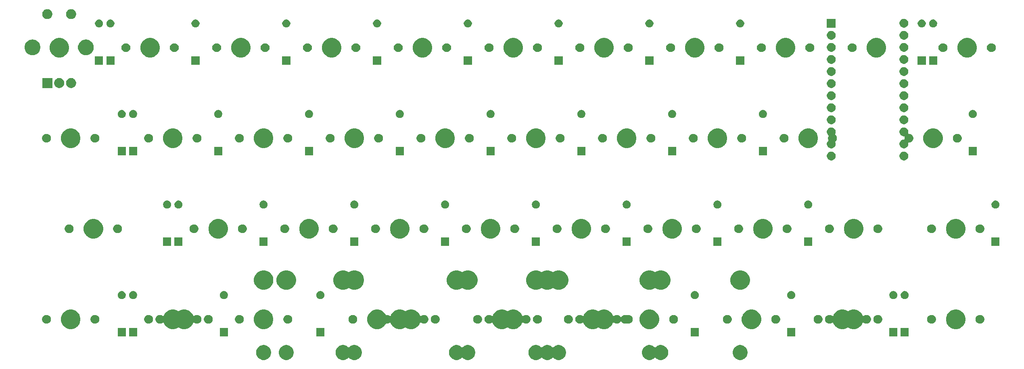
<source format=gbr>
G04 #@! TF.GenerationSoftware,KiCad,Pcbnew,(5.1.4)-1*
G04 #@! TF.CreationDate,2021-02-22T16:30:36-08:00*
G04 #@! TF.ProjectId,Rosies Board,526f7369-6573-4204-926f-6172642e6b69,rev?*
G04 #@! TF.SameCoordinates,Original*
G04 #@! TF.FileFunction,Soldermask,Top*
G04 #@! TF.FilePolarity,Negative*
%FSLAX46Y46*%
G04 Gerber Fmt 4.6, Leading zero omitted, Abs format (unit mm)*
G04 Created by KiCad (PCBNEW (5.1.4)-1) date 2021-02-22 16:30:36*
%MOMM*%
%LPD*%
G04 APERTURE LIST*
%ADD10C,0.100000*%
G04 APERTURE END LIST*
D10*
G36*
X121751477Y-88784363D02*
G01*
X121903621Y-88814626D01*
X122022347Y-88863804D01*
X122190251Y-88933352D01*
X122190252Y-88933353D01*
X122448214Y-89105717D01*
X122546443Y-89203946D01*
X122565379Y-89219486D01*
X122586990Y-89231037D01*
X122610439Y-89238150D01*
X122634825Y-89240552D01*
X122659211Y-89238150D01*
X122682660Y-89231037D01*
X122704271Y-89219486D01*
X122723207Y-89203946D01*
X122821436Y-89105717D01*
X123079398Y-88933353D01*
X123079399Y-88933352D01*
X123247303Y-88863804D01*
X123366029Y-88814626D01*
X123670315Y-88754100D01*
X123980595Y-88754100D01*
X124132737Y-88784363D01*
X124284881Y-88814626D01*
X124403607Y-88863804D01*
X124571511Y-88933352D01*
X124571512Y-88933353D01*
X124829474Y-89105717D01*
X125048853Y-89325096D01*
X125164023Y-89497461D01*
X125221218Y-89583059D01*
X125339944Y-89869690D01*
X125400470Y-90173975D01*
X125400470Y-90484225D01*
X125339944Y-90788510D01*
X125221218Y-91075141D01*
X125221217Y-91075142D01*
X125048853Y-91333104D01*
X124829474Y-91552483D01*
X124657109Y-91667653D01*
X124571511Y-91724848D01*
X124403607Y-91794396D01*
X124284881Y-91843574D01*
X123980595Y-91904100D01*
X123670315Y-91904100D01*
X123366029Y-91843574D01*
X123247303Y-91794396D01*
X123079399Y-91724848D01*
X122993801Y-91667653D01*
X122821436Y-91552483D01*
X122723207Y-91454254D01*
X122704271Y-91438714D01*
X122682660Y-91427163D01*
X122659211Y-91420050D01*
X122634825Y-91417648D01*
X122610439Y-91420050D01*
X122586990Y-91427163D01*
X122565379Y-91438714D01*
X122546443Y-91454254D01*
X122448214Y-91552483D01*
X122275849Y-91667653D01*
X122190251Y-91724848D01*
X122022347Y-91794396D01*
X121903621Y-91843574D01*
X121599335Y-91904100D01*
X121289085Y-91904100D01*
X120984799Y-91843574D01*
X120866073Y-91794396D01*
X120698169Y-91724848D01*
X120612571Y-91667653D01*
X120440206Y-91552483D01*
X120220827Y-91333104D01*
X120048463Y-91075142D01*
X120048462Y-91075141D01*
X119929736Y-90788510D01*
X119869210Y-90484225D01*
X119869210Y-90173975D01*
X119929736Y-89869690D01*
X120048462Y-89583059D01*
X120105657Y-89497461D01*
X120220827Y-89325096D01*
X120440206Y-89105717D01*
X120698168Y-88933353D01*
X120698169Y-88933352D01*
X120866073Y-88863804D01*
X120984799Y-88814626D01*
X121289085Y-88754100D01*
X121599335Y-88754100D01*
X121751477Y-88784363D01*
X121751477Y-88784363D01*
G37*
G36*
X138420397Y-88784363D02*
G01*
X138572541Y-88814626D01*
X138691267Y-88863804D01*
X138859171Y-88933352D01*
X138859172Y-88933353D01*
X139117134Y-89105717D01*
X139215378Y-89203961D01*
X139234314Y-89219501D01*
X139255925Y-89231052D01*
X139279374Y-89238165D01*
X139303760Y-89240567D01*
X139328146Y-89238165D01*
X139351595Y-89231052D01*
X139373206Y-89219501D01*
X139392142Y-89203961D01*
X139490386Y-89105717D01*
X139748348Y-88933353D01*
X139748349Y-88933352D01*
X139916253Y-88863804D01*
X140034979Y-88814626D01*
X140339265Y-88754100D01*
X140649515Y-88754100D01*
X140801657Y-88784363D01*
X140953801Y-88814626D01*
X141072527Y-88863804D01*
X141240431Y-88933352D01*
X141240432Y-88933353D01*
X141498394Y-89105717D01*
X141596653Y-89203976D01*
X141615589Y-89219516D01*
X141637200Y-89231067D01*
X141660649Y-89238180D01*
X141685035Y-89240582D01*
X141709421Y-89238180D01*
X141732870Y-89231067D01*
X141754481Y-89219516D01*
X141773417Y-89203976D01*
X141871676Y-89105717D01*
X142129638Y-88933353D01*
X142129639Y-88933352D01*
X142297543Y-88863804D01*
X142416269Y-88814626D01*
X142720555Y-88754100D01*
X143030805Y-88754100D01*
X143182947Y-88784363D01*
X143335091Y-88814626D01*
X143453817Y-88863804D01*
X143621721Y-88933352D01*
X143621722Y-88933353D01*
X143879684Y-89105717D01*
X144099063Y-89325096D01*
X144214233Y-89497461D01*
X144271428Y-89583059D01*
X144390154Y-89869690D01*
X144450680Y-90173975D01*
X144450680Y-90484225D01*
X144390154Y-90788510D01*
X144271428Y-91075141D01*
X144271427Y-91075142D01*
X144099063Y-91333104D01*
X143879684Y-91552483D01*
X143707319Y-91667653D01*
X143621721Y-91724848D01*
X143453817Y-91794396D01*
X143335091Y-91843574D01*
X143030805Y-91904100D01*
X142720555Y-91904100D01*
X142416269Y-91843574D01*
X142297543Y-91794396D01*
X142129639Y-91724848D01*
X142044041Y-91667653D01*
X141871676Y-91552483D01*
X141773417Y-91454224D01*
X141754481Y-91438684D01*
X141732870Y-91427133D01*
X141709421Y-91420020D01*
X141685035Y-91417618D01*
X141660649Y-91420020D01*
X141637200Y-91427133D01*
X141615589Y-91438684D01*
X141596653Y-91454224D01*
X141498394Y-91552483D01*
X141326029Y-91667653D01*
X141240431Y-91724848D01*
X141072527Y-91794396D01*
X140953801Y-91843574D01*
X140649515Y-91904100D01*
X140339265Y-91904100D01*
X140034979Y-91843574D01*
X139916253Y-91794396D01*
X139748349Y-91724848D01*
X139662751Y-91667653D01*
X139490386Y-91552483D01*
X139392142Y-91454239D01*
X139373206Y-91438699D01*
X139351595Y-91427148D01*
X139328146Y-91420035D01*
X139303760Y-91417633D01*
X139279374Y-91420035D01*
X139255925Y-91427148D01*
X139234314Y-91438699D01*
X139215378Y-91454239D01*
X139117134Y-91552483D01*
X138944769Y-91667653D01*
X138859171Y-91724848D01*
X138691267Y-91794396D01*
X138572541Y-91843574D01*
X138268255Y-91904100D01*
X137958005Y-91904100D01*
X137653719Y-91843574D01*
X137534993Y-91794396D01*
X137367089Y-91724848D01*
X137281491Y-91667653D01*
X137109126Y-91552483D01*
X136889747Y-91333104D01*
X136717383Y-91075142D01*
X136717382Y-91075141D01*
X136598656Y-90788510D01*
X136538130Y-90484225D01*
X136538130Y-90173975D01*
X136598656Y-89869690D01*
X136717382Y-89583059D01*
X136774577Y-89497461D01*
X136889747Y-89325096D01*
X137109126Y-89105717D01*
X137367088Y-88933353D01*
X137367089Y-88933352D01*
X137534993Y-88863804D01*
X137653719Y-88814626D01*
X137958005Y-88754100D01*
X138268255Y-88754100D01*
X138420397Y-88784363D01*
X138420397Y-88784363D01*
G37*
G36*
X97938977Y-88784363D02*
G01*
X98091121Y-88814626D01*
X98209847Y-88863804D01*
X98377751Y-88933352D01*
X98377752Y-88933353D01*
X98635714Y-89105717D01*
X98733958Y-89203961D01*
X98752894Y-89219501D01*
X98774505Y-89231052D01*
X98797954Y-89238165D01*
X98822340Y-89240567D01*
X98846726Y-89238165D01*
X98870175Y-89231052D01*
X98891786Y-89219501D01*
X98910722Y-89203961D01*
X99008966Y-89105717D01*
X99266928Y-88933353D01*
X99266929Y-88933352D01*
X99434833Y-88863804D01*
X99553559Y-88814626D01*
X99857845Y-88754100D01*
X100168095Y-88754100D01*
X100320237Y-88784363D01*
X100472381Y-88814626D01*
X100591107Y-88863804D01*
X100759011Y-88933352D01*
X100759012Y-88933353D01*
X101016974Y-89105717D01*
X101236353Y-89325096D01*
X101351523Y-89497461D01*
X101408718Y-89583059D01*
X101527444Y-89869690D01*
X101587970Y-90173975D01*
X101587970Y-90484225D01*
X101527444Y-90788510D01*
X101408718Y-91075141D01*
X101408717Y-91075142D01*
X101236353Y-91333104D01*
X101016974Y-91552483D01*
X100844609Y-91667653D01*
X100759011Y-91724848D01*
X100591107Y-91794396D01*
X100472381Y-91843574D01*
X100168095Y-91904100D01*
X99857845Y-91904100D01*
X99553559Y-91843574D01*
X99434833Y-91794396D01*
X99266929Y-91724848D01*
X99181331Y-91667653D01*
X99008966Y-91552483D01*
X98910722Y-91454239D01*
X98891786Y-91438699D01*
X98870175Y-91427148D01*
X98846726Y-91420035D01*
X98822340Y-91417633D01*
X98797954Y-91420035D01*
X98774505Y-91427148D01*
X98752894Y-91438699D01*
X98733958Y-91454239D01*
X98635714Y-91552483D01*
X98463349Y-91667653D01*
X98377751Y-91724848D01*
X98209847Y-91794396D01*
X98091121Y-91843574D01*
X97786835Y-91904100D01*
X97476585Y-91904100D01*
X97172299Y-91843574D01*
X97053573Y-91794396D01*
X96885669Y-91724848D01*
X96800071Y-91667653D01*
X96627706Y-91552483D01*
X96408327Y-91333104D01*
X96235963Y-91075142D01*
X96235962Y-91075141D01*
X96117236Y-90788510D01*
X96056710Y-90484225D01*
X96056710Y-90173975D01*
X96117236Y-89869690D01*
X96235962Y-89583059D01*
X96293157Y-89497461D01*
X96408327Y-89325096D01*
X96627706Y-89105717D01*
X96885668Y-88933353D01*
X96885669Y-88933352D01*
X97053573Y-88863804D01*
X97172299Y-88814626D01*
X97476585Y-88754100D01*
X97786835Y-88754100D01*
X97938977Y-88784363D01*
X97938977Y-88784363D01*
G37*
G36*
X162232897Y-88784363D02*
G01*
X162385041Y-88814626D01*
X162503767Y-88863804D01*
X162671671Y-88933352D01*
X162671672Y-88933353D01*
X162929634Y-89105717D01*
X163027878Y-89203961D01*
X163046814Y-89219501D01*
X163068425Y-89231052D01*
X163091874Y-89238165D01*
X163116260Y-89240567D01*
X163140646Y-89238165D01*
X163164095Y-89231052D01*
X163185706Y-89219501D01*
X163204642Y-89203961D01*
X163302886Y-89105717D01*
X163560848Y-88933353D01*
X163560849Y-88933352D01*
X163728753Y-88863804D01*
X163847479Y-88814626D01*
X164151765Y-88754100D01*
X164462015Y-88754100D01*
X164614157Y-88784363D01*
X164766301Y-88814626D01*
X164885027Y-88863804D01*
X165052931Y-88933352D01*
X165052932Y-88933353D01*
X165310894Y-89105717D01*
X165530273Y-89325096D01*
X165645443Y-89497461D01*
X165702638Y-89583059D01*
X165821364Y-89869690D01*
X165881890Y-90173975D01*
X165881890Y-90484225D01*
X165821364Y-90788510D01*
X165702638Y-91075141D01*
X165702637Y-91075142D01*
X165530273Y-91333104D01*
X165310894Y-91552483D01*
X165138529Y-91667653D01*
X165052931Y-91724848D01*
X164885027Y-91794396D01*
X164766301Y-91843574D01*
X164462015Y-91904100D01*
X164151765Y-91904100D01*
X163847479Y-91843574D01*
X163728753Y-91794396D01*
X163560849Y-91724848D01*
X163475251Y-91667653D01*
X163302886Y-91552483D01*
X163204642Y-91454239D01*
X163185706Y-91438699D01*
X163164095Y-91427148D01*
X163140646Y-91420035D01*
X163116260Y-91417633D01*
X163091874Y-91420035D01*
X163068425Y-91427148D01*
X163046814Y-91438699D01*
X163027878Y-91454239D01*
X162929634Y-91552483D01*
X162757269Y-91667653D01*
X162671671Y-91724848D01*
X162503767Y-91794396D01*
X162385041Y-91843574D01*
X162080755Y-91904100D01*
X161770505Y-91904100D01*
X161466219Y-91843574D01*
X161347493Y-91794396D01*
X161179589Y-91724848D01*
X161093991Y-91667653D01*
X160921626Y-91552483D01*
X160702247Y-91333104D01*
X160529883Y-91075142D01*
X160529882Y-91075141D01*
X160411156Y-90788510D01*
X160350630Y-90484225D01*
X160350630Y-90173975D01*
X160411156Y-89869690D01*
X160529882Y-89583059D01*
X160587077Y-89497461D01*
X160702247Y-89325096D01*
X160921626Y-89105717D01*
X161179588Y-88933353D01*
X161179589Y-88933352D01*
X161347493Y-88863804D01*
X161466219Y-88814626D01*
X161770505Y-88754100D01*
X162080755Y-88754100D01*
X162232897Y-88784363D01*
X162232897Y-88784363D01*
G37*
G36*
X181282947Y-88784363D02*
G01*
X181435091Y-88814626D01*
X181553817Y-88863804D01*
X181721721Y-88933352D01*
X181721722Y-88933353D01*
X181979684Y-89105717D01*
X182199063Y-89325096D01*
X182314233Y-89497461D01*
X182371428Y-89583059D01*
X182490154Y-89869690D01*
X182550680Y-90173975D01*
X182550680Y-90484225D01*
X182490154Y-90788510D01*
X182371428Y-91075141D01*
X182371427Y-91075142D01*
X182199063Y-91333104D01*
X181979684Y-91552483D01*
X181807319Y-91667653D01*
X181721721Y-91724848D01*
X181553817Y-91794396D01*
X181435091Y-91843574D01*
X181130805Y-91904100D01*
X180814075Y-91904100D01*
X180509789Y-91843574D01*
X180391063Y-91794396D01*
X180223159Y-91724848D01*
X180137561Y-91667653D01*
X179965196Y-91552483D01*
X179745817Y-91333104D01*
X179573453Y-91075142D01*
X179573452Y-91075141D01*
X179454726Y-90788510D01*
X179394200Y-90484225D01*
X179394200Y-90173975D01*
X179454726Y-89869690D01*
X179573452Y-89583059D01*
X179630647Y-89497461D01*
X179745817Y-89325096D01*
X179965196Y-89105717D01*
X180223158Y-88933353D01*
X180223159Y-88933352D01*
X180391063Y-88863804D01*
X180509789Y-88814626D01*
X180814075Y-88754100D01*
X181130805Y-88754100D01*
X181282947Y-88784363D01*
X181282947Y-88784363D01*
G37*
G36*
X81276667Y-88784363D02*
G01*
X81428811Y-88814626D01*
X81547537Y-88863804D01*
X81715441Y-88933352D01*
X81715442Y-88933353D01*
X81973404Y-89105717D01*
X82192783Y-89325096D01*
X82307953Y-89497461D01*
X82365148Y-89583059D01*
X82483874Y-89869690D01*
X82544400Y-90173975D01*
X82544400Y-90484225D01*
X82483874Y-90788510D01*
X82365148Y-91075141D01*
X82365147Y-91075142D01*
X82192783Y-91333104D01*
X81973404Y-91552483D01*
X81801039Y-91667653D01*
X81715441Y-91724848D01*
X81547537Y-91794396D01*
X81428811Y-91843574D01*
X81124525Y-91904100D01*
X80814275Y-91904100D01*
X80509989Y-91843574D01*
X80391263Y-91794396D01*
X80223359Y-91724848D01*
X80137761Y-91667653D01*
X79965396Y-91552483D01*
X79746017Y-91333104D01*
X79573653Y-91075142D01*
X79573652Y-91075141D01*
X79454926Y-90788510D01*
X79394400Y-90484225D01*
X79394400Y-90173975D01*
X79454926Y-89869690D01*
X79573652Y-89583059D01*
X79630847Y-89497461D01*
X79746017Y-89325096D01*
X79965396Y-89105717D01*
X80223358Y-88933353D01*
X80223359Y-88933352D01*
X80391263Y-88863804D01*
X80509989Y-88814626D01*
X80662133Y-88784363D01*
X80814275Y-88754100D01*
X81124525Y-88754100D01*
X81276667Y-88784363D01*
X81276667Y-88784363D01*
G37*
G36*
X86032827Y-88784363D02*
G01*
X86184971Y-88814626D01*
X86303697Y-88863804D01*
X86471601Y-88933352D01*
X86471602Y-88933353D01*
X86729564Y-89105717D01*
X86948943Y-89325096D01*
X87064113Y-89497461D01*
X87121308Y-89583059D01*
X87240034Y-89869690D01*
X87300560Y-90173975D01*
X87300560Y-90484225D01*
X87240034Y-90788510D01*
X87121308Y-91075141D01*
X87121307Y-91075142D01*
X86948943Y-91333104D01*
X86729564Y-91552483D01*
X86557199Y-91667653D01*
X86471601Y-91724848D01*
X86303697Y-91794396D01*
X86184971Y-91843574D01*
X85880685Y-91904100D01*
X85570315Y-91904100D01*
X85266029Y-91843574D01*
X85147303Y-91794396D01*
X84979399Y-91724848D01*
X84893801Y-91667653D01*
X84721436Y-91552483D01*
X84502057Y-91333104D01*
X84329693Y-91075142D01*
X84329692Y-91075141D01*
X84210966Y-90788510D01*
X84150440Y-90484225D01*
X84150440Y-90173975D01*
X84210966Y-89869690D01*
X84329692Y-89583059D01*
X84386887Y-89497461D01*
X84502057Y-89325096D01*
X84721436Y-89105717D01*
X84979398Y-88933353D01*
X84979399Y-88933352D01*
X85147303Y-88863804D01*
X85266029Y-88814626D01*
X85418173Y-88784363D01*
X85570315Y-88754100D01*
X85880685Y-88754100D01*
X86032827Y-88784363D01*
X86032827Y-88784363D01*
G37*
G36*
X216355030Y-86904470D02*
G01*
X214653030Y-86904470D01*
X214653030Y-85202470D01*
X216355030Y-85202470D01*
X216355030Y-86904470D01*
X216355030Y-86904470D01*
G37*
G36*
X54429350Y-86904470D02*
G01*
X52727350Y-86904470D01*
X52727350Y-85202470D01*
X54429350Y-85202470D01*
X54429350Y-86904470D01*
X54429350Y-86904470D01*
G37*
G36*
X73479430Y-86904470D02*
G01*
X71777430Y-86904470D01*
X71777430Y-85202470D01*
X73479430Y-85202470D01*
X73479430Y-86904470D01*
X73479430Y-86904470D01*
G37*
G36*
X52048090Y-86904470D02*
G01*
X50346090Y-86904470D01*
X50346090Y-85202470D01*
X52048090Y-85202470D01*
X52048090Y-86904470D01*
X52048090Y-86904470D01*
G37*
G36*
X172301720Y-86904470D02*
G01*
X170599720Y-86904470D01*
X170599720Y-85202470D01*
X172301720Y-85202470D01*
X172301720Y-86904470D01*
X172301720Y-86904470D01*
G37*
G36*
X213973770Y-86904470D02*
G01*
X212271770Y-86904470D01*
X212271770Y-85202470D01*
X213973770Y-85202470D01*
X213973770Y-86904470D01*
X213973770Y-86904470D01*
G37*
G36*
X192542430Y-86904470D02*
G01*
X190840430Y-86904470D01*
X190840430Y-85202470D01*
X192542430Y-85202470D01*
X192542430Y-86904470D01*
X192542430Y-86904470D01*
G37*
G36*
X93720140Y-86904470D02*
G01*
X92018140Y-86904470D01*
X92018140Y-85202470D01*
X93720140Y-85202470D01*
X93720140Y-86904470D01*
X93720140Y-86904470D01*
G37*
G36*
X131565774Y-81377784D02*
G01*
X131783774Y-81468083D01*
X131937923Y-81531933D01*
X132090491Y-81633876D01*
X132112095Y-81645423D01*
X132135544Y-81652536D01*
X132159930Y-81654938D01*
X132184316Y-81652536D01*
X132207765Y-81645423D01*
X132229369Y-81633876D01*
X132381937Y-81531933D01*
X132536086Y-81468083D01*
X132754086Y-81377784D01*
X133149154Y-81299200D01*
X133551966Y-81299200D01*
X133947034Y-81377784D01*
X134165034Y-81468083D01*
X134319183Y-81531933D01*
X134654108Y-81755723D01*
X134938937Y-82040552D01*
X135162727Y-82375477D01*
X135224035Y-82523489D01*
X135250949Y-82588465D01*
X135262500Y-82610076D01*
X135278045Y-82629018D01*
X135296987Y-82644563D01*
X135318598Y-82656114D01*
X135342047Y-82663227D01*
X135366433Y-82665629D01*
X135390819Y-82663227D01*
X135414268Y-82656114D01*
X135435879Y-82644563D01*
X135454810Y-82629027D01*
X135459009Y-82624828D01*
X135610674Y-82523489D01*
X135779196Y-82453685D01*
X135958097Y-82418100D01*
X136140503Y-82418100D01*
X136319404Y-82453685D01*
X136487926Y-82523489D01*
X136639591Y-82624828D01*
X136768572Y-82753809D01*
X136869911Y-82905474D01*
X136939715Y-83073996D01*
X136975300Y-83252897D01*
X136975300Y-83435303D01*
X136939715Y-83614204D01*
X136869911Y-83782726D01*
X136768572Y-83934391D01*
X136639591Y-84063372D01*
X136487926Y-84164711D01*
X136319404Y-84234515D01*
X136140503Y-84270100D01*
X135958097Y-84270100D01*
X135779196Y-84234515D01*
X135610674Y-84164711D01*
X135459009Y-84063372D01*
X135454810Y-84059173D01*
X135435879Y-84043637D01*
X135414268Y-84032086D01*
X135390819Y-84024973D01*
X135366433Y-84022571D01*
X135342047Y-84024973D01*
X135318598Y-84032086D01*
X135296987Y-84043637D01*
X135278045Y-84059182D01*
X135262500Y-84078124D01*
X135250949Y-84099734D01*
X135162727Y-84312723D01*
X134938937Y-84647648D01*
X134654108Y-84932477D01*
X134319183Y-85156267D01*
X134165034Y-85220117D01*
X133947034Y-85310416D01*
X133551966Y-85389000D01*
X133149154Y-85389000D01*
X132754086Y-85310416D01*
X132536086Y-85220117D01*
X132381937Y-85156267D01*
X132229369Y-85054324D01*
X132207765Y-85042777D01*
X132184316Y-85035664D01*
X132159930Y-85033262D01*
X132135544Y-85035664D01*
X132112095Y-85042777D01*
X132090491Y-85054324D01*
X131937923Y-85156267D01*
X131783774Y-85220117D01*
X131565774Y-85310416D01*
X131170706Y-85389000D01*
X130767894Y-85389000D01*
X130372826Y-85310416D01*
X130154826Y-85220117D01*
X130000677Y-85156267D01*
X129665752Y-84932477D01*
X129380923Y-84647648D01*
X129157133Y-84312723D01*
X129068911Y-84099734D01*
X129057360Y-84078124D01*
X129041815Y-84059182D01*
X129022873Y-84043637D01*
X129001262Y-84032086D01*
X128977813Y-84024973D01*
X128953427Y-84022571D01*
X128929041Y-84024973D01*
X128905592Y-84032086D01*
X128883981Y-84043637D01*
X128865050Y-84059173D01*
X128860851Y-84063372D01*
X128709186Y-84164711D01*
X128540664Y-84234515D01*
X128361763Y-84270100D01*
X128179357Y-84270100D01*
X128000456Y-84234515D01*
X127831934Y-84164711D01*
X127680269Y-84063372D01*
X127551288Y-83934391D01*
X127449949Y-83782726D01*
X127380145Y-83614204D01*
X127344560Y-83435303D01*
X127344560Y-83252897D01*
X127380145Y-83073996D01*
X127449949Y-82905474D01*
X127551288Y-82753809D01*
X127680269Y-82624828D01*
X127831934Y-82523489D01*
X128000456Y-82453685D01*
X128179357Y-82418100D01*
X128361763Y-82418100D01*
X128540664Y-82453685D01*
X128709186Y-82523489D01*
X128860851Y-82624828D01*
X128865050Y-82629027D01*
X128883981Y-82644563D01*
X128905592Y-82656114D01*
X128929041Y-82663227D01*
X128953427Y-82665629D01*
X128977813Y-82663227D01*
X129001262Y-82656114D01*
X129022873Y-82644563D01*
X129041815Y-82629018D01*
X129057360Y-82610076D01*
X129068911Y-82588465D01*
X129095825Y-82523489D01*
X129157133Y-82375477D01*
X129380923Y-82040552D01*
X129665752Y-81755723D01*
X130000677Y-81531933D01*
X130154826Y-81468083D01*
X130372826Y-81377784D01*
X130767894Y-81299200D01*
X131170706Y-81299200D01*
X131565774Y-81377784D01*
X131565774Y-81377784D01*
G37*
G36*
X203003574Y-81377784D02*
G01*
X203221574Y-81468083D01*
X203375723Y-81531933D01*
X203528291Y-81633876D01*
X203549895Y-81645423D01*
X203573344Y-81652536D01*
X203597730Y-81654938D01*
X203622116Y-81652536D01*
X203645565Y-81645423D01*
X203667169Y-81633876D01*
X203819737Y-81531933D01*
X203973886Y-81468083D01*
X204191886Y-81377784D01*
X204586954Y-81299200D01*
X204989766Y-81299200D01*
X205384834Y-81377784D01*
X205602834Y-81468083D01*
X205756983Y-81531933D01*
X206091908Y-81755723D01*
X206376737Y-82040552D01*
X206600527Y-82375477D01*
X206661835Y-82523489D01*
X206688749Y-82588465D01*
X206700300Y-82610076D01*
X206715845Y-82629018D01*
X206734787Y-82644563D01*
X206756398Y-82656114D01*
X206779847Y-82663227D01*
X206804233Y-82665629D01*
X206828619Y-82663227D01*
X206852068Y-82656114D01*
X206873679Y-82644563D01*
X206892610Y-82629027D01*
X206896809Y-82624828D01*
X207048474Y-82523489D01*
X207216996Y-82453685D01*
X207395897Y-82418100D01*
X207578303Y-82418100D01*
X207757204Y-82453685D01*
X207925726Y-82523489D01*
X208077391Y-82624828D01*
X208206372Y-82753809D01*
X208307711Y-82905474D01*
X208377515Y-83073996D01*
X208413100Y-83252897D01*
X208413100Y-83435303D01*
X208377515Y-83614204D01*
X208307711Y-83782726D01*
X208206372Y-83934391D01*
X208077391Y-84063372D01*
X207925726Y-84164711D01*
X207757204Y-84234515D01*
X207578303Y-84270100D01*
X207395897Y-84270100D01*
X207216996Y-84234515D01*
X207048474Y-84164711D01*
X206896809Y-84063372D01*
X206892610Y-84059173D01*
X206873679Y-84043637D01*
X206852068Y-84032086D01*
X206828619Y-84024973D01*
X206804233Y-84022571D01*
X206779847Y-84024973D01*
X206756398Y-84032086D01*
X206734787Y-84043637D01*
X206715845Y-84059182D01*
X206700300Y-84078124D01*
X206688749Y-84099734D01*
X206600527Y-84312723D01*
X206376737Y-84647648D01*
X206091908Y-84932477D01*
X205756983Y-85156267D01*
X205602834Y-85220117D01*
X205384834Y-85310416D01*
X204989766Y-85389000D01*
X204586954Y-85389000D01*
X204191886Y-85310416D01*
X203973886Y-85220117D01*
X203819737Y-85156267D01*
X203667169Y-85054324D01*
X203645565Y-85042777D01*
X203622116Y-85035664D01*
X203597730Y-85033262D01*
X203573344Y-85035664D01*
X203549895Y-85042777D01*
X203528291Y-85054324D01*
X203375723Y-85156267D01*
X203221574Y-85220117D01*
X203003574Y-85310416D01*
X202608506Y-85389000D01*
X202205694Y-85389000D01*
X201810626Y-85310416D01*
X201592626Y-85220117D01*
X201438477Y-85156267D01*
X201103552Y-84932477D01*
X200818723Y-84647648D01*
X200594933Y-84312723D01*
X200506711Y-84099734D01*
X200495160Y-84078124D01*
X200479615Y-84059182D01*
X200460673Y-84043637D01*
X200439062Y-84032086D01*
X200415613Y-84024973D01*
X200391227Y-84022571D01*
X200366841Y-84024973D01*
X200343392Y-84032086D01*
X200321781Y-84043637D01*
X200302850Y-84059173D01*
X200298651Y-84063372D01*
X200146986Y-84164711D01*
X199978464Y-84234515D01*
X199799563Y-84270100D01*
X199617157Y-84270100D01*
X199438256Y-84234515D01*
X199269734Y-84164711D01*
X199118069Y-84063372D01*
X198989088Y-83934391D01*
X198887749Y-83782726D01*
X198817945Y-83614204D01*
X198782360Y-83435303D01*
X198782360Y-83252897D01*
X198817945Y-83073996D01*
X198887749Y-82905474D01*
X198989088Y-82753809D01*
X199118069Y-82624828D01*
X199269734Y-82523489D01*
X199438256Y-82453685D01*
X199617157Y-82418100D01*
X199799563Y-82418100D01*
X199978464Y-82453685D01*
X200146986Y-82523489D01*
X200298651Y-82624828D01*
X200302850Y-82629027D01*
X200321781Y-82644563D01*
X200343392Y-82656114D01*
X200366841Y-82663227D01*
X200391227Y-82665629D01*
X200415613Y-82663227D01*
X200439062Y-82656114D01*
X200460673Y-82644563D01*
X200479615Y-82629018D01*
X200495160Y-82610076D01*
X200506711Y-82588465D01*
X200533625Y-82523489D01*
X200594933Y-82375477D01*
X200818723Y-82040552D01*
X201103552Y-81755723D01*
X201438477Y-81531933D01*
X201592626Y-81468083D01*
X201810626Y-81377784D01*
X202205694Y-81299200D01*
X202608506Y-81299200D01*
X203003574Y-81377784D01*
X203003574Y-81377784D01*
G37*
G36*
X162522154Y-81377784D02*
G01*
X162740154Y-81468083D01*
X162894303Y-81531933D01*
X163229228Y-81755723D01*
X163514057Y-82040552D01*
X163737847Y-82375477D01*
X163799155Y-82523489D01*
X163891996Y-82747626D01*
X163970580Y-83142694D01*
X163970580Y-83545506D01*
X163891996Y-83940574D01*
X163841131Y-84063372D01*
X163737847Y-84312723D01*
X163514057Y-84647648D01*
X163229228Y-84932477D01*
X162894303Y-85156267D01*
X162740154Y-85220117D01*
X162522154Y-85310416D01*
X162127086Y-85389000D01*
X161724274Y-85389000D01*
X161329206Y-85310416D01*
X161111206Y-85220117D01*
X160957057Y-85156267D01*
X160622132Y-84932477D01*
X160337303Y-84647648D01*
X160113513Y-84312723D01*
X160010229Y-84063372D01*
X159959364Y-83940574D01*
X159880780Y-83545506D01*
X159880780Y-83142694D01*
X159959364Y-82747626D01*
X160052205Y-82523489D01*
X160113513Y-82375477D01*
X160337303Y-82040552D01*
X160622132Y-81755723D01*
X160957057Y-81531933D01*
X161111206Y-81468083D01*
X161329206Y-81377784D01*
X161724274Y-81299200D01*
X162127086Y-81299200D01*
X162522154Y-81377784D01*
X162522154Y-81377784D01*
G37*
G36*
X105371914Y-81377784D02*
G01*
X105589914Y-81468083D01*
X105744063Y-81531933D01*
X106078988Y-81755723D01*
X106363817Y-82040552D01*
X106585166Y-82371824D01*
X106600707Y-82390761D01*
X106619649Y-82406306D01*
X106641260Y-82417857D01*
X106664709Y-82424970D01*
X106689095Y-82427372D01*
X106713475Y-82424971D01*
X106748017Y-82418100D01*
X106930423Y-82418100D01*
X107109324Y-82453685D01*
X107277846Y-82523489D01*
X107429511Y-82624828D01*
X107433710Y-82629027D01*
X107452641Y-82644563D01*
X107474252Y-82656114D01*
X107497701Y-82663227D01*
X107522087Y-82665629D01*
X107546473Y-82663227D01*
X107569922Y-82656114D01*
X107591533Y-82644563D01*
X107610475Y-82629018D01*
X107626020Y-82610076D01*
X107637571Y-82588465D01*
X107664485Y-82523489D01*
X107725793Y-82375477D01*
X107949583Y-82040552D01*
X108234412Y-81755723D01*
X108569337Y-81531933D01*
X108723486Y-81468083D01*
X108941486Y-81377784D01*
X109336554Y-81299200D01*
X109739366Y-81299200D01*
X110134434Y-81377784D01*
X110352434Y-81468083D01*
X110506583Y-81531933D01*
X110659151Y-81633876D01*
X110680755Y-81645423D01*
X110704204Y-81652536D01*
X110728590Y-81654938D01*
X110752976Y-81652536D01*
X110776425Y-81645423D01*
X110798029Y-81633876D01*
X110950597Y-81531933D01*
X111104746Y-81468083D01*
X111322746Y-81377784D01*
X111717814Y-81299200D01*
X112120626Y-81299200D01*
X112515694Y-81377784D01*
X112733694Y-81468083D01*
X112887843Y-81531933D01*
X113222768Y-81755723D01*
X113507597Y-82040552D01*
X113731387Y-82375477D01*
X113792695Y-82523489D01*
X113819609Y-82588465D01*
X113831160Y-82610076D01*
X113846705Y-82629018D01*
X113865647Y-82644563D01*
X113887258Y-82656114D01*
X113910707Y-82663227D01*
X113935093Y-82665629D01*
X113959479Y-82663227D01*
X113982928Y-82656114D01*
X114004539Y-82644563D01*
X114023470Y-82629027D01*
X114027669Y-82624828D01*
X114179334Y-82523489D01*
X114347856Y-82453685D01*
X114526757Y-82418100D01*
X114709163Y-82418100D01*
X114888064Y-82453685D01*
X115056586Y-82523489D01*
X115208251Y-82624828D01*
X115337232Y-82753809D01*
X115438571Y-82905474D01*
X115508375Y-83073996D01*
X115543960Y-83252897D01*
X115543960Y-83435303D01*
X115508375Y-83614204D01*
X115438571Y-83782726D01*
X115337232Y-83934391D01*
X115208251Y-84063372D01*
X115056586Y-84164711D01*
X114888064Y-84234515D01*
X114709163Y-84270100D01*
X114526757Y-84270100D01*
X114347856Y-84234515D01*
X114179334Y-84164711D01*
X114027669Y-84063372D01*
X114023470Y-84059173D01*
X114004539Y-84043637D01*
X113982928Y-84032086D01*
X113959479Y-84024973D01*
X113935093Y-84022571D01*
X113910707Y-84024973D01*
X113887258Y-84032086D01*
X113865647Y-84043637D01*
X113846705Y-84059182D01*
X113831160Y-84078124D01*
X113819609Y-84099734D01*
X113731387Y-84312723D01*
X113507597Y-84647648D01*
X113222768Y-84932477D01*
X112887843Y-85156267D01*
X112733694Y-85220117D01*
X112515694Y-85310416D01*
X112120626Y-85389000D01*
X111717814Y-85389000D01*
X111322746Y-85310416D01*
X111104746Y-85220117D01*
X110950597Y-85156267D01*
X110798029Y-85054324D01*
X110776425Y-85042777D01*
X110752976Y-85035664D01*
X110728590Y-85033262D01*
X110704204Y-85035664D01*
X110680755Y-85042777D01*
X110659151Y-85054324D01*
X110506583Y-85156267D01*
X110352434Y-85220117D01*
X110134434Y-85310416D01*
X109739366Y-85389000D01*
X109336554Y-85389000D01*
X108941486Y-85310416D01*
X108723486Y-85220117D01*
X108569337Y-85156267D01*
X108234412Y-84932477D01*
X107949583Y-84647648D01*
X107725793Y-84312723D01*
X107637571Y-84099734D01*
X107626020Y-84078124D01*
X107610475Y-84059182D01*
X107591533Y-84043637D01*
X107569922Y-84032086D01*
X107546473Y-84024973D01*
X107522087Y-84022571D01*
X107497701Y-84024973D01*
X107474252Y-84032086D01*
X107452641Y-84043637D01*
X107433710Y-84059173D01*
X107429511Y-84063372D01*
X107277846Y-84164711D01*
X107109324Y-84234515D01*
X106930423Y-84270100D01*
X106748017Y-84270100D01*
X106713475Y-84263229D01*
X106689096Y-84260828D01*
X106664710Y-84263230D01*
X106641261Y-84270342D01*
X106619650Y-84281893D01*
X106600708Y-84297438D01*
X106585166Y-84316376D01*
X106363817Y-84647648D01*
X106078988Y-84932477D01*
X105744063Y-85156267D01*
X105589914Y-85220117D01*
X105371914Y-85310416D01*
X104976846Y-85389000D01*
X104574034Y-85389000D01*
X104178966Y-85310416D01*
X103960966Y-85220117D01*
X103806817Y-85156267D01*
X103471892Y-84932477D01*
X103187063Y-84647648D01*
X102963273Y-84312723D01*
X102859989Y-84063372D01*
X102809124Y-83940574D01*
X102730540Y-83545506D01*
X102730540Y-83142694D01*
X102809124Y-82747626D01*
X102901965Y-82523489D01*
X102963273Y-82375477D01*
X103187063Y-82040552D01*
X103471892Y-81755723D01*
X103806817Y-81531933D01*
X103960966Y-81468083D01*
X104178966Y-81377784D01*
X104574034Y-81299200D01*
X104976846Y-81299200D01*
X105371914Y-81377784D01*
X105371914Y-81377784D01*
G37*
G36*
X226816174Y-81377784D02*
G01*
X227034174Y-81468083D01*
X227188323Y-81531933D01*
X227523248Y-81755723D01*
X227808077Y-82040552D01*
X228031867Y-82375477D01*
X228093175Y-82523489D01*
X228186016Y-82747626D01*
X228264600Y-83142694D01*
X228264600Y-83545506D01*
X228186016Y-83940574D01*
X228135151Y-84063372D01*
X228031867Y-84312723D01*
X227808077Y-84647648D01*
X227523248Y-84932477D01*
X227188323Y-85156267D01*
X227034174Y-85220117D01*
X226816174Y-85310416D01*
X226421106Y-85389000D01*
X226018294Y-85389000D01*
X225623226Y-85310416D01*
X225405226Y-85220117D01*
X225251077Y-85156267D01*
X224916152Y-84932477D01*
X224631323Y-84647648D01*
X224407533Y-84312723D01*
X224304249Y-84063372D01*
X224253384Y-83940574D01*
X224174800Y-83545506D01*
X224174800Y-83142694D01*
X224253384Y-82747626D01*
X224346225Y-82523489D01*
X224407533Y-82375477D01*
X224631323Y-82040552D01*
X224916152Y-81755723D01*
X225251077Y-81531933D01*
X225405226Y-81468083D01*
X225623226Y-81377784D01*
X226018294Y-81299200D01*
X226421106Y-81299200D01*
X226816174Y-81377784D01*
X226816174Y-81377784D01*
G37*
G36*
X183953494Y-81377784D02*
G01*
X184171494Y-81468083D01*
X184325643Y-81531933D01*
X184660568Y-81755723D01*
X184945397Y-82040552D01*
X185169187Y-82375477D01*
X185230495Y-82523489D01*
X185323336Y-82747626D01*
X185401920Y-83142694D01*
X185401920Y-83545506D01*
X185323336Y-83940574D01*
X185272471Y-84063372D01*
X185169187Y-84312723D01*
X184945397Y-84647648D01*
X184660568Y-84932477D01*
X184325643Y-85156267D01*
X184171494Y-85220117D01*
X183953494Y-85310416D01*
X183558426Y-85389000D01*
X183155614Y-85389000D01*
X182760546Y-85310416D01*
X182542546Y-85220117D01*
X182388397Y-85156267D01*
X182053472Y-84932477D01*
X181768643Y-84647648D01*
X181544853Y-84312723D01*
X181441569Y-84063372D01*
X181390704Y-83940574D01*
X181312120Y-83545506D01*
X181312120Y-83142694D01*
X181390704Y-82747626D01*
X181483545Y-82523489D01*
X181544853Y-82375477D01*
X181768643Y-82040552D01*
X182053472Y-81755723D01*
X182388397Y-81531933D01*
X182542546Y-81468083D01*
X182760546Y-81377784D01*
X183155614Y-81299200D01*
X183558426Y-81299200D01*
X183953494Y-81377784D01*
X183953494Y-81377784D01*
G37*
G36*
X41077894Y-81377784D02*
G01*
X41295894Y-81468083D01*
X41450043Y-81531933D01*
X41784968Y-81755723D01*
X42069797Y-82040552D01*
X42293587Y-82375477D01*
X42354895Y-82523489D01*
X42447736Y-82747626D01*
X42526320Y-83142694D01*
X42526320Y-83545506D01*
X42447736Y-83940574D01*
X42396871Y-84063372D01*
X42293587Y-84312723D01*
X42069797Y-84647648D01*
X41784968Y-84932477D01*
X41450043Y-85156267D01*
X41295894Y-85220117D01*
X41077894Y-85310416D01*
X40682826Y-85389000D01*
X40280014Y-85389000D01*
X39884946Y-85310416D01*
X39666946Y-85220117D01*
X39512797Y-85156267D01*
X39177872Y-84932477D01*
X38893043Y-84647648D01*
X38669253Y-84312723D01*
X38565969Y-84063372D01*
X38515104Y-83940574D01*
X38436520Y-83545506D01*
X38436520Y-83142694D01*
X38515104Y-82747626D01*
X38607945Y-82523489D01*
X38669253Y-82375477D01*
X38893043Y-82040552D01*
X39177872Y-81755723D01*
X39512797Y-81531933D01*
X39666946Y-81468083D01*
X39884946Y-81377784D01*
X40280014Y-81299200D01*
X40682826Y-81299200D01*
X41077894Y-81377784D01*
X41077894Y-81377784D01*
G37*
G36*
X150615854Y-81377784D02*
G01*
X150833854Y-81468083D01*
X150988003Y-81531933D01*
X151140571Y-81633876D01*
X151162175Y-81645423D01*
X151185624Y-81652536D01*
X151210010Y-81654938D01*
X151234396Y-81652536D01*
X151257845Y-81645423D01*
X151279449Y-81633876D01*
X151432017Y-81531933D01*
X151586166Y-81468083D01*
X151804166Y-81377784D01*
X152199234Y-81299200D01*
X152602046Y-81299200D01*
X152997114Y-81377784D01*
X153215114Y-81468083D01*
X153369263Y-81531933D01*
X153704188Y-81755723D01*
X153989017Y-82040552D01*
X154212807Y-82375477D01*
X154274115Y-82523489D01*
X154301029Y-82588465D01*
X154312580Y-82610076D01*
X154328125Y-82629018D01*
X154347067Y-82644563D01*
X154368678Y-82656114D01*
X154392127Y-82663227D01*
X154416513Y-82665629D01*
X154440899Y-82663227D01*
X154464348Y-82656114D01*
X154485959Y-82644563D01*
X154504890Y-82629027D01*
X154509089Y-82624828D01*
X154660754Y-82523489D01*
X154829276Y-82453685D01*
X155008177Y-82418100D01*
X155190583Y-82418100D01*
X155369484Y-82453685D01*
X155538006Y-82523489D01*
X155689671Y-82624828D01*
X155818652Y-82753809D01*
X155868603Y-82828567D01*
X155884142Y-82847501D01*
X155903084Y-82863046D01*
X155924695Y-82874597D01*
X155948144Y-82881710D01*
X155972530Y-82884112D01*
X155996916Y-82881710D01*
X156020365Y-82874597D01*
X156041976Y-82863046D01*
X156060918Y-82847501D01*
X156076457Y-82828567D01*
X156126408Y-82753809D01*
X156255389Y-82624828D01*
X156407054Y-82523489D01*
X156575576Y-82453685D01*
X156754477Y-82418100D01*
X156936883Y-82418100D01*
X157115784Y-82453685D01*
X157115790Y-82453688D01*
X157116265Y-82453782D01*
X157138775Y-82460609D01*
X157163161Y-82463011D01*
X157187547Y-82460609D01*
X157210055Y-82453782D01*
X157210530Y-82453688D01*
X157210536Y-82453685D01*
X157389437Y-82418100D01*
X157571843Y-82418100D01*
X157750744Y-82453685D01*
X157919266Y-82523489D01*
X158070931Y-82624828D01*
X158199912Y-82753809D01*
X158301251Y-82905474D01*
X158371055Y-83073996D01*
X158406640Y-83252897D01*
X158406640Y-83435303D01*
X158371055Y-83614204D01*
X158301251Y-83782726D01*
X158199912Y-83934391D01*
X158070931Y-84063372D01*
X157919266Y-84164711D01*
X157750744Y-84234515D01*
X157571843Y-84270100D01*
X157389437Y-84270100D01*
X157210536Y-84234515D01*
X157210530Y-84234512D01*
X157210055Y-84234418D01*
X157187545Y-84227591D01*
X157163159Y-84225189D01*
X157138773Y-84227591D01*
X157116265Y-84234418D01*
X157115790Y-84234512D01*
X157115784Y-84234515D01*
X156936883Y-84270100D01*
X156754477Y-84270100D01*
X156575576Y-84234515D01*
X156407054Y-84164711D01*
X156255389Y-84063372D01*
X156126408Y-83934391D01*
X156076457Y-83859633D01*
X156060918Y-83840699D01*
X156041976Y-83825154D01*
X156020365Y-83813603D01*
X155996916Y-83806490D01*
X155972530Y-83804088D01*
X155948144Y-83806490D01*
X155924695Y-83813603D01*
X155903084Y-83825154D01*
X155884142Y-83840699D01*
X155868603Y-83859633D01*
X155818652Y-83934391D01*
X155689671Y-84063372D01*
X155538006Y-84164711D01*
X155369484Y-84234515D01*
X155190583Y-84270100D01*
X155008177Y-84270100D01*
X154829276Y-84234515D01*
X154660754Y-84164711D01*
X154509089Y-84063372D01*
X154504890Y-84059173D01*
X154485959Y-84043637D01*
X154464348Y-84032086D01*
X154440899Y-84024973D01*
X154416513Y-84022571D01*
X154392127Y-84024973D01*
X154368678Y-84032086D01*
X154347067Y-84043637D01*
X154328125Y-84059182D01*
X154312580Y-84078124D01*
X154301029Y-84099734D01*
X154212807Y-84312723D01*
X153989017Y-84647648D01*
X153704188Y-84932477D01*
X153369263Y-85156267D01*
X153215114Y-85220117D01*
X152997114Y-85310416D01*
X152602046Y-85389000D01*
X152199234Y-85389000D01*
X151804166Y-85310416D01*
X151586166Y-85220117D01*
X151432017Y-85156267D01*
X151279449Y-85054324D01*
X151257845Y-85042777D01*
X151234396Y-85035664D01*
X151210010Y-85033262D01*
X151185624Y-85035664D01*
X151162175Y-85042777D01*
X151140571Y-85054324D01*
X150988003Y-85156267D01*
X150833854Y-85220117D01*
X150615854Y-85310416D01*
X150220786Y-85389000D01*
X149817974Y-85389000D01*
X149422906Y-85310416D01*
X149204906Y-85220117D01*
X149050757Y-85156267D01*
X148715832Y-84932477D01*
X148431003Y-84647648D01*
X148207213Y-84312723D01*
X148118991Y-84099734D01*
X148107440Y-84078124D01*
X148091895Y-84059182D01*
X148072953Y-84043637D01*
X148051342Y-84032086D01*
X148027893Y-84024973D01*
X148003507Y-84022571D01*
X147979121Y-84024973D01*
X147955672Y-84032086D01*
X147934061Y-84043637D01*
X147915130Y-84059173D01*
X147910931Y-84063372D01*
X147759266Y-84164711D01*
X147590744Y-84234515D01*
X147411843Y-84270100D01*
X147229437Y-84270100D01*
X147050536Y-84234515D01*
X146882014Y-84164711D01*
X146730349Y-84063372D01*
X146601368Y-83934391D01*
X146500029Y-83782726D01*
X146430225Y-83614204D01*
X146394640Y-83435303D01*
X146394640Y-83252897D01*
X146430225Y-83073996D01*
X146500029Y-82905474D01*
X146601368Y-82753809D01*
X146730349Y-82624828D01*
X146882014Y-82523489D01*
X147050536Y-82453685D01*
X147229437Y-82418100D01*
X147411843Y-82418100D01*
X147590744Y-82453685D01*
X147759266Y-82523489D01*
X147910931Y-82624828D01*
X147915130Y-82629027D01*
X147934061Y-82644563D01*
X147955672Y-82656114D01*
X147979121Y-82663227D01*
X148003507Y-82665629D01*
X148027893Y-82663227D01*
X148051342Y-82656114D01*
X148072953Y-82644563D01*
X148091895Y-82629018D01*
X148107440Y-82610076D01*
X148118991Y-82588465D01*
X148145905Y-82523489D01*
X148207213Y-82375477D01*
X148431003Y-82040552D01*
X148715832Y-81755723D01*
X149050757Y-81531933D01*
X149204906Y-81468083D01*
X149422906Y-81377784D01*
X149817974Y-81299200D01*
X150220786Y-81299200D01*
X150615854Y-81377784D01*
X150615854Y-81377784D01*
G37*
G36*
X62509234Y-81377784D02*
G01*
X62727234Y-81468083D01*
X62881383Y-81531933D01*
X63033951Y-81633876D01*
X63055555Y-81645423D01*
X63079004Y-81652536D01*
X63103390Y-81654938D01*
X63127776Y-81652536D01*
X63151225Y-81645423D01*
X63172829Y-81633876D01*
X63325397Y-81531933D01*
X63479546Y-81468083D01*
X63697546Y-81377784D01*
X64092614Y-81299200D01*
X64495426Y-81299200D01*
X64890494Y-81377784D01*
X65108494Y-81468083D01*
X65262643Y-81531933D01*
X65597568Y-81755723D01*
X65882397Y-82040552D01*
X66106187Y-82375477D01*
X66167495Y-82523489D01*
X66194409Y-82588465D01*
X66205960Y-82610076D01*
X66221505Y-82629018D01*
X66240447Y-82644563D01*
X66262058Y-82656114D01*
X66285507Y-82663227D01*
X66309893Y-82665629D01*
X66334279Y-82663227D01*
X66357728Y-82656114D01*
X66379339Y-82644563D01*
X66398270Y-82629027D01*
X66402469Y-82624828D01*
X66554134Y-82523489D01*
X66722656Y-82453685D01*
X66901557Y-82418100D01*
X67083963Y-82418100D01*
X67262864Y-82453685D01*
X67431386Y-82523489D01*
X67583051Y-82624828D01*
X67712032Y-82753809D01*
X67813371Y-82905474D01*
X67883175Y-83073996D01*
X67918760Y-83252897D01*
X67918760Y-83435303D01*
X67883175Y-83614204D01*
X67813371Y-83782726D01*
X67712032Y-83934391D01*
X67583051Y-84063372D01*
X67431386Y-84164711D01*
X67262864Y-84234515D01*
X67083963Y-84270100D01*
X66901557Y-84270100D01*
X66722656Y-84234515D01*
X66554134Y-84164711D01*
X66402469Y-84063372D01*
X66398270Y-84059173D01*
X66379339Y-84043637D01*
X66357728Y-84032086D01*
X66334279Y-84024973D01*
X66309893Y-84022571D01*
X66285507Y-84024973D01*
X66262058Y-84032086D01*
X66240447Y-84043637D01*
X66221505Y-84059182D01*
X66205960Y-84078124D01*
X66194409Y-84099734D01*
X66106187Y-84312723D01*
X65882397Y-84647648D01*
X65597568Y-84932477D01*
X65262643Y-85156267D01*
X65108494Y-85220117D01*
X64890494Y-85310416D01*
X64495426Y-85389000D01*
X64092614Y-85389000D01*
X63697546Y-85310416D01*
X63479546Y-85220117D01*
X63325397Y-85156267D01*
X63172829Y-85054324D01*
X63151225Y-85042777D01*
X63127776Y-85035664D01*
X63103390Y-85033262D01*
X63079004Y-85035664D01*
X63055555Y-85042777D01*
X63033951Y-85054324D01*
X62881383Y-85156267D01*
X62727234Y-85220117D01*
X62509234Y-85310416D01*
X62114166Y-85389000D01*
X61711354Y-85389000D01*
X61316286Y-85310416D01*
X61098286Y-85220117D01*
X60944137Y-85156267D01*
X60609212Y-84932477D01*
X60324383Y-84647648D01*
X60100593Y-84312723D01*
X60012371Y-84099734D01*
X60000820Y-84078124D01*
X59985275Y-84059182D01*
X59966333Y-84043637D01*
X59944722Y-84032086D01*
X59921273Y-84024973D01*
X59896887Y-84022571D01*
X59872501Y-84024973D01*
X59849052Y-84032086D01*
X59827441Y-84043637D01*
X59808510Y-84059173D01*
X59804311Y-84063372D01*
X59652646Y-84164711D01*
X59484124Y-84234515D01*
X59305223Y-84270100D01*
X59122817Y-84270100D01*
X58943916Y-84234515D01*
X58775394Y-84164711D01*
X58623729Y-84063372D01*
X58494748Y-83934391D01*
X58393409Y-83782726D01*
X58323605Y-83614204D01*
X58288020Y-83435303D01*
X58288020Y-83252897D01*
X58323605Y-83073996D01*
X58393409Y-82905474D01*
X58494748Y-82753809D01*
X58623729Y-82624828D01*
X58775394Y-82523489D01*
X58943916Y-82453685D01*
X59122817Y-82418100D01*
X59305223Y-82418100D01*
X59484124Y-82453685D01*
X59652646Y-82523489D01*
X59804311Y-82624828D01*
X59808510Y-82629027D01*
X59827441Y-82644563D01*
X59849052Y-82656114D01*
X59872501Y-82663227D01*
X59896887Y-82665629D01*
X59921273Y-82663227D01*
X59944722Y-82656114D01*
X59966333Y-82644563D01*
X59985275Y-82629018D01*
X60000820Y-82610076D01*
X60012371Y-82588465D01*
X60039285Y-82523489D01*
X60100593Y-82375477D01*
X60324383Y-82040552D01*
X60609212Y-81755723D01*
X60944137Y-81531933D01*
X61098286Y-81468083D01*
X61316286Y-81377784D01*
X61711354Y-81299200D01*
X62114166Y-81299200D01*
X62509234Y-81377784D01*
X62509234Y-81377784D01*
G37*
G36*
X81559314Y-81377784D02*
G01*
X81777314Y-81468083D01*
X81931463Y-81531933D01*
X82266388Y-81755723D01*
X82551217Y-82040552D01*
X82775007Y-82375477D01*
X82836315Y-82523489D01*
X82929156Y-82747626D01*
X83007740Y-83142694D01*
X83007740Y-83545506D01*
X82929156Y-83940574D01*
X82878291Y-84063372D01*
X82775007Y-84312723D01*
X82551217Y-84647648D01*
X82266388Y-84932477D01*
X81931463Y-85156267D01*
X81777314Y-85220117D01*
X81559314Y-85310416D01*
X81164246Y-85389000D01*
X80761434Y-85389000D01*
X80366366Y-85310416D01*
X80148366Y-85220117D01*
X79994217Y-85156267D01*
X79659292Y-84932477D01*
X79374463Y-84647648D01*
X79150673Y-84312723D01*
X79047389Y-84063372D01*
X78996524Y-83940574D01*
X78917940Y-83545506D01*
X78917940Y-83142694D01*
X78996524Y-82747626D01*
X79089365Y-82523489D01*
X79150673Y-82375477D01*
X79374463Y-82040552D01*
X79659292Y-81755723D01*
X79994217Y-81531933D01*
X80148366Y-81468083D01*
X80366366Y-81377784D01*
X80761434Y-81299200D01*
X81164246Y-81299200D01*
X81559314Y-81377784D01*
X81559314Y-81377784D01*
G37*
G36*
X69644124Y-82453685D02*
G01*
X69812646Y-82523489D01*
X69964311Y-82624828D01*
X70093292Y-82753809D01*
X70194631Y-82905474D01*
X70264435Y-83073996D01*
X70300020Y-83252897D01*
X70300020Y-83435303D01*
X70264435Y-83614204D01*
X70194631Y-83782726D01*
X70093292Y-83934391D01*
X69964311Y-84063372D01*
X69812646Y-84164711D01*
X69644124Y-84234515D01*
X69465223Y-84270100D01*
X69282817Y-84270100D01*
X69103916Y-84234515D01*
X68935394Y-84164711D01*
X68783729Y-84063372D01*
X68654748Y-83934391D01*
X68553409Y-83782726D01*
X68483605Y-83614204D01*
X68448020Y-83435303D01*
X68448020Y-83252897D01*
X68483605Y-83073996D01*
X68553409Y-82905474D01*
X68654748Y-82753809D01*
X68783729Y-82624828D01*
X68935394Y-82523489D01*
X69103916Y-82453685D01*
X69282817Y-82418100D01*
X69465223Y-82418100D01*
X69644124Y-82453685D01*
X69644124Y-82453685D01*
G37*
G36*
X126159404Y-82453685D02*
G01*
X126327926Y-82523489D01*
X126479591Y-82624828D01*
X126608572Y-82753809D01*
X126709911Y-82905474D01*
X126779715Y-83073996D01*
X126815300Y-83252897D01*
X126815300Y-83435303D01*
X126779715Y-83614204D01*
X126709911Y-83782726D01*
X126608572Y-83934391D01*
X126479591Y-84063372D01*
X126327926Y-84164711D01*
X126159404Y-84234515D01*
X125980503Y-84270100D01*
X125798097Y-84270100D01*
X125619196Y-84234515D01*
X125450674Y-84164711D01*
X125299009Y-84063372D01*
X125170028Y-83934391D01*
X125068689Y-83782726D01*
X124998885Y-83614204D01*
X124963300Y-83435303D01*
X124963300Y-83252897D01*
X124998885Y-83073996D01*
X125068689Y-82905474D01*
X125170028Y-82753809D01*
X125299009Y-82624828D01*
X125450674Y-82523489D01*
X125619196Y-82453685D01*
X125798097Y-82418100D01*
X125980503Y-82418100D01*
X126159404Y-82453685D01*
X126159404Y-82453685D01*
G37*
G36*
X117269324Y-82453685D02*
G01*
X117437846Y-82523489D01*
X117589511Y-82624828D01*
X117718492Y-82753809D01*
X117819831Y-82905474D01*
X117889635Y-83073996D01*
X117925220Y-83252897D01*
X117925220Y-83435303D01*
X117889635Y-83614204D01*
X117819831Y-83782726D01*
X117718492Y-83934391D01*
X117589511Y-84063372D01*
X117437846Y-84164711D01*
X117269324Y-84234515D01*
X117090423Y-84270100D01*
X116908017Y-84270100D01*
X116729116Y-84234515D01*
X116560594Y-84164711D01*
X116408929Y-84063372D01*
X116279948Y-83934391D01*
X116178609Y-83782726D01*
X116108805Y-83614204D01*
X116073220Y-83435303D01*
X116073220Y-83252897D01*
X116108805Y-83073996D01*
X116178609Y-82905474D01*
X116279948Y-82753809D01*
X116408929Y-82624828D01*
X116560594Y-82523489D01*
X116729116Y-82453685D01*
X116908017Y-82418100D01*
X117090423Y-82418100D01*
X117269324Y-82453685D01*
X117269324Y-82453685D01*
G37*
G36*
X138700664Y-82453685D02*
G01*
X138869186Y-82523489D01*
X139020851Y-82624828D01*
X139149832Y-82753809D01*
X139251171Y-82905474D01*
X139320975Y-83073996D01*
X139356560Y-83252897D01*
X139356560Y-83435303D01*
X139320975Y-83614204D01*
X139251171Y-83782726D01*
X139149832Y-83934391D01*
X139020851Y-84063372D01*
X138869186Y-84164711D01*
X138700664Y-84234515D01*
X138521763Y-84270100D01*
X138339357Y-84270100D01*
X138160456Y-84234515D01*
X137991934Y-84164711D01*
X137840269Y-84063372D01*
X137711288Y-83934391D01*
X137609949Y-83782726D01*
X137540145Y-83614204D01*
X137504560Y-83435303D01*
X137504560Y-83252897D01*
X137540145Y-83073996D01*
X137609949Y-82905474D01*
X137711288Y-82753809D01*
X137840269Y-82624828D01*
X137991934Y-82523489D01*
X138160456Y-82453685D01*
X138339357Y-82418100D01*
X138521763Y-82418100D01*
X138700664Y-82453685D01*
X138700664Y-82453685D01*
G37*
G36*
X231569804Y-82453685D02*
G01*
X231738326Y-82523489D01*
X231889991Y-82624828D01*
X232018972Y-82753809D01*
X232120311Y-82905474D01*
X232190115Y-83073996D01*
X232225700Y-83252897D01*
X232225700Y-83435303D01*
X232190115Y-83614204D01*
X232120311Y-83782726D01*
X232018972Y-83934391D01*
X231889991Y-84063372D01*
X231738326Y-84164711D01*
X231569804Y-84234515D01*
X231390903Y-84270100D01*
X231208497Y-84270100D01*
X231029596Y-84234515D01*
X230861074Y-84164711D01*
X230709409Y-84063372D01*
X230580428Y-83934391D01*
X230479089Y-83782726D01*
X230409285Y-83614204D01*
X230373700Y-83435303D01*
X230373700Y-83252897D01*
X230409285Y-83073996D01*
X230479089Y-82905474D01*
X230580428Y-82753809D01*
X230709409Y-82624828D01*
X230861074Y-82523489D01*
X231029596Y-82453685D01*
X231208497Y-82418100D01*
X231390903Y-82418100D01*
X231569804Y-82453685D01*
X231569804Y-82453685D01*
G37*
G36*
X221409804Y-82453685D02*
G01*
X221578326Y-82523489D01*
X221729991Y-82624828D01*
X221858972Y-82753809D01*
X221960311Y-82905474D01*
X222030115Y-83073996D01*
X222065700Y-83252897D01*
X222065700Y-83435303D01*
X222030115Y-83614204D01*
X221960311Y-83782726D01*
X221858972Y-83934391D01*
X221729991Y-84063372D01*
X221578326Y-84164711D01*
X221409804Y-84234515D01*
X221230903Y-84270100D01*
X221048497Y-84270100D01*
X220869596Y-84234515D01*
X220701074Y-84164711D01*
X220549409Y-84063372D01*
X220420428Y-83934391D01*
X220319089Y-83782726D01*
X220249285Y-83614204D01*
X220213700Y-83435303D01*
X220213700Y-83252897D01*
X220249285Y-83073996D01*
X220319089Y-82905474D01*
X220420428Y-82753809D01*
X220549409Y-82624828D01*
X220701074Y-82523489D01*
X220869596Y-82453685D01*
X221048497Y-82418100D01*
X221230903Y-82418100D01*
X221409804Y-82453685D01*
X221409804Y-82453685D01*
G37*
G36*
X178547124Y-82453685D02*
G01*
X178715646Y-82523489D01*
X178867311Y-82624828D01*
X178996292Y-82753809D01*
X179097631Y-82905474D01*
X179167435Y-83073996D01*
X179203020Y-83252897D01*
X179203020Y-83435303D01*
X179167435Y-83614204D01*
X179097631Y-83782726D01*
X178996292Y-83934391D01*
X178867311Y-84063372D01*
X178715646Y-84164711D01*
X178547124Y-84234515D01*
X178368223Y-84270100D01*
X178185817Y-84270100D01*
X178006916Y-84234515D01*
X177838394Y-84164711D01*
X177686729Y-84063372D01*
X177557748Y-83934391D01*
X177456409Y-83782726D01*
X177386605Y-83614204D01*
X177351020Y-83435303D01*
X177351020Y-83252897D01*
X177386605Y-83073996D01*
X177456409Y-82905474D01*
X177557748Y-82753809D01*
X177686729Y-82624828D01*
X177838394Y-82523489D01*
X178006916Y-82453685D01*
X178185817Y-82418100D01*
X178368223Y-82418100D01*
X178547124Y-82453685D01*
X178547124Y-82453685D01*
G37*
G36*
X167275784Y-82453685D02*
G01*
X167444306Y-82523489D01*
X167595971Y-82624828D01*
X167724952Y-82753809D01*
X167826291Y-82905474D01*
X167896095Y-83073996D01*
X167931680Y-83252897D01*
X167931680Y-83435303D01*
X167896095Y-83614204D01*
X167826291Y-83782726D01*
X167724952Y-83934391D01*
X167595971Y-84063372D01*
X167444306Y-84164711D01*
X167275784Y-84234515D01*
X167096883Y-84270100D01*
X166914477Y-84270100D01*
X166735576Y-84234515D01*
X166567054Y-84164711D01*
X166415389Y-84063372D01*
X166286408Y-83934391D01*
X166185069Y-83782726D01*
X166115265Y-83614204D01*
X166079680Y-83435303D01*
X166079680Y-83252897D01*
X166115265Y-83073996D01*
X166185069Y-82905474D01*
X166286408Y-82753809D01*
X166415389Y-82624828D01*
X166567054Y-82523489D01*
X166735576Y-82453685D01*
X166914477Y-82418100D01*
X167096883Y-82418100D01*
X167275784Y-82453685D01*
X167275784Y-82453685D01*
G37*
G36*
X197597204Y-82453685D02*
G01*
X197765726Y-82523489D01*
X197917391Y-82624828D01*
X198046372Y-82753809D01*
X198147711Y-82905474D01*
X198217515Y-83073996D01*
X198253100Y-83252897D01*
X198253100Y-83435303D01*
X198217515Y-83614204D01*
X198147711Y-83782726D01*
X198046372Y-83934391D01*
X197917391Y-84063372D01*
X197765726Y-84164711D01*
X197597204Y-84234515D01*
X197418303Y-84270100D01*
X197235897Y-84270100D01*
X197056996Y-84234515D01*
X196888474Y-84164711D01*
X196736809Y-84063372D01*
X196607828Y-83934391D01*
X196506489Y-83782726D01*
X196436685Y-83614204D01*
X196401100Y-83435303D01*
X196401100Y-83252897D01*
X196436685Y-83073996D01*
X196506489Y-82905474D01*
X196607828Y-82753809D01*
X196736809Y-82624828D01*
X196888474Y-82523489D01*
X197056996Y-82453685D01*
X197235897Y-82418100D01*
X197418303Y-82418100D01*
X197597204Y-82453685D01*
X197597204Y-82453685D01*
G37*
G36*
X188707124Y-82453685D02*
G01*
X188875646Y-82523489D01*
X189027311Y-82624828D01*
X189156292Y-82753809D01*
X189257631Y-82905474D01*
X189327435Y-83073996D01*
X189363020Y-83252897D01*
X189363020Y-83435303D01*
X189327435Y-83614204D01*
X189257631Y-83782726D01*
X189156292Y-83934391D01*
X189027311Y-84063372D01*
X188875646Y-84164711D01*
X188707124Y-84234515D01*
X188528223Y-84270100D01*
X188345817Y-84270100D01*
X188166916Y-84234515D01*
X187998394Y-84164711D01*
X187846729Y-84063372D01*
X187717748Y-83934391D01*
X187616409Y-83782726D01*
X187546605Y-83614204D01*
X187511020Y-83435303D01*
X187511020Y-83252897D01*
X187546605Y-83073996D01*
X187616409Y-82905474D01*
X187717748Y-82753809D01*
X187846729Y-82624828D01*
X187998394Y-82523489D01*
X188166916Y-82453685D01*
X188345817Y-82418100D01*
X188528223Y-82418100D01*
X188707124Y-82453685D01*
X188707124Y-82453685D01*
G37*
G36*
X45831524Y-82453685D02*
G01*
X46000046Y-82523489D01*
X46151711Y-82624828D01*
X46280692Y-82753809D01*
X46382031Y-82905474D01*
X46451835Y-83073996D01*
X46487420Y-83252897D01*
X46487420Y-83435303D01*
X46451835Y-83614204D01*
X46382031Y-83782726D01*
X46280692Y-83934391D01*
X46151711Y-84063372D01*
X46000046Y-84164711D01*
X45831524Y-84234515D01*
X45652623Y-84270100D01*
X45470217Y-84270100D01*
X45291316Y-84234515D01*
X45122794Y-84164711D01*
X44971129Y-84063372D01*
X44842148Y-83934391D01*
X44740809Y-83782726D01*
X44671005Y-83614204D01*
X44635420Y-83435303D01*
X44635420Y-83252897D01*
X44671005Y-83073996D01*
X44740809Y-82905474D01*
X44842148Y-82753809D01*
X44971129Y-82624828D01*
X45122794Y-82523489D01*
X45291316Y-82453685D01*
X45470217Y-82418100D01*
X45652623Y-82418100D01*
X45831524Y-82453685D01*
X45831524Y-82453685D01*
G37*
G36*
X99965544Y-82453685D02*
G01*
X100134066Y-82523489D01*
X100285731Y-82624828D01*
X100414712Y-82753809D01*
X100516051Y-82905474D01*
X100585855Y-83073996D01*
X100621440Y-83252897D01*
X100621440Y-83435303D01*
X100585855Y-83614204D01*
X100516051Y-83782726D01*
X100414712Y-83934391D01*
X100285731Y-84063372D01*
X100134066Y-84164711D01*
X99965544Y-84234515D01*
X99786643Y-84270100D01*
X99604237Y-84270100D01*
X99425336Y-84234515D01*
X99256814Y-84164711D01*
X99105149Y-84063372D01*
X98976168Y-83934391D01*
X98874829Y-83782726D01*
X98805025Y-83614204D01*
X98769440Y-83435303D01*
X98769440Y-83252897D01*
X98805025Y-83073996D01*
X98874829Y-82905474D01*
X98976168Y-82753809D01*
X99105149Y-82624828D01*
X99256814Y-82523489D01*
X99425336Y-82453685D01*
X99604237Y-82418100D01*
X99786643Y-82418100D01*
X99965544Y-82453685D01*
X99965544Y-82453685D01*
G37*
G36*
X35671524Y-82453685D02*
G01*
X35840046Y-82523489D01*
X35991711Y-82624828D01*
X36120692Y-82753809D01*
X36222031Y-82905474D01*
X36291835Y-83073996D01*
X36327420Y-83252897D01*
X36327420Y-83435303D01*
X36291835Y-83614204D01*
X36222031Y-83782726D01*
X36120692Y-83934391D01*
X35991711Y-84063372D01*
X35840046Y-84164711D01*
X35671524Y-84234515D01*
X35492623Y-84270100D01*
X35310217Y-84270100D01*
X35131316Y-84234515D01*
X34962794Y-84164711D01*
X34811129Y-84063372D01*
X34682148Y-83934391D01*
X34580809Y-83782726D01*
X34511005Y-83614204D01*
X34475420Y-83435303D01*
X34475420Y-83252897D01*
X34511005Y-83073996D01*
X34580809Y-82905474D01*
X34682148Y-82753809D01*
X34811129Y-82624828D01*
X34962794Y-82523489D01*
X35131316Y-82453685D01*
X35310217Y-82418100D01*
X35492623Y-82418100D01*
X35671524Y-82453685D01*
X35671524Y-82453685D01*
G37*
G36*
X210138464Y-82453685D02*
G01*
X210306986Y-82523489D01*
X210458651Y-82624828D01*
X210587632Y-82753809D01*
X210688971Y-82905474D01*
X210758775Y-83073996D01*
X210794360Y-83252897D01*
X210794360Y-83435303D01*
X210758775Y-83614204D01*
X210688971Y-83782726D01*
X210587632Y-83934391D01*
X210458651Y-84063372D01*
X210306986Y-84164711D01*
X210138464Y-84234515D01*
X209959563Y-84270100D01*
X209777157Y-84270100D01*
X209598256Y-84234515D01*
X209429734Y-84164711D01*
X209278069Y-84063372D01*
X209149088Y-83934391D01*
X209047749Y-83782726D01*
X208977945Y-83614204D01*
X208942360Y-83435303D01*
X208942360Y-83252897D01*
X208977945Y-83073996D01*
X209047749Y-82905474D01*
X209149088Y-82753809D01*
X209278069Y-82624828D01*
X209429734Y-82523489D01*
X209598256Y-82453685D01*
X209777157Y-82418100D01*
X209959563Y-82418100D01*
X210138464Y-82453685D01*
X210138464Y-82453685D01*
G37*
G36*
X76152944Y-82453685D02*
G01*
X76321466Y-82523489D01*
X76473131Y-82624828D01*
X76602112Y-82753809D01*
X76703451Y-82905474D01*
X76773255Y-83073996D01*
X76808840Y-83252897D01*
X76808840Y-83435303D01*
X76773255Y-83614204D01*
X76703451Y-83782726D01*
X76602112Y-83934391D01*
X76473131Y-84063372D01*
X76321466Y-84164711D01*
X76152944Y-84234515D01*
X75974043Y-84270100D01*
X75791637Y-84270100D01*
X75612736Y-84234515D01*
X75444214Y-84164711D01*
X75292549Y-84063372D01*
X75163568Y-83934391D01*
X75062229Y-83782726D01*
X74992425Y-83614204D01*
X74956840Y-83435303D01*
X74956840Y-83252897D01*
X74992425Y-83073996D01*
X75062229Y-82905474D01*
X75163568Y-82753809D01*
X75292549Y-82624828D01*
X75444214Y-82523489D01*
X75612736Y-82453685D01*
X75791637Y-82418100D01*
X75974043Y-82418100D01*
X76152944Y-82453685D01*
X76152944Y-82453685D01*
G37*
G36*
X86312944Y-82453685D02*
G01*
X86481466Y-82523489D01*
X86633131Y-82624828D01*
X86762112Y-82753809D01*
X86863451Y-82905474D01*
X86933255Y-83073996D01*
X86968840Y-83252897D01*
X86968840Y-83435303D01*
X86933255Y-83614204D01*
X86863451Y-83782726D01*
X86762112Y-83934391D01*
X86633131Y-84063372D01*
X86481466Y-84164711D01*
X86312944Y-84234515D01*
X86134043Y-84270100D01*
X85951637Y-84270100D01*
X85772736Y-84234515D01*
X85604214Y-84164711D01*
X85452549Y-84063372D01*
X85323568Y-83934391D01*
X85222229Y-83782726D01*
X85152425Y-83614204D01*
X85116840Y-83435303D01*
X85116840Y-83252897D01*
X85152425Y-83073996D01*
X85222229Y-82905474D01*
X85323568Y-82753809D01*
X85452549Y-82624828D01*
X85604214Y-82523489D01*
X85772736Y-82453685D01*
X85951637Y-82418100D01*
X86134043Y-82418100D01*
X86312944Y-82453685D01*
X86312944Y-82453685D01*
G37*
G36*
X145209484Y-82453685D02*
G01*
X145378006Y-82523489D01*
X145529671Y-82624828D01*
X145658652Y-82753809D01*
X145759991Y-82905474D01*
X145829795Y-83073996D01*
X145865380Y-83252897D01*
X145865380Y-83435303D01*
X145829795Y-83614204D01*
X145759991Y-83782726D01*
X145658652Y-83934391D01*
X145529671Y-84063372D01*
X145378006Y-84164711D01*
X145209484Y-84234515D01*
X145030583Y-84270100D01*
X144848177Y-84270100D01*
X144669276Y-84234515D01*
X144500754Y-84164711D01*
X144349089Y-84063372D01*
X144220108Y-83934391D01*
X144118769Y-83782726D01*
X144048965Y-83614204D01*
X144013380Y-83435303D01*
X144013380Y-83252897D01*
X144048965Y-83073996D01*
X144118769Y-82905474D01*
X144220108Y-82753809D01*
X144349089Y-82624828D01*
X144500754Y-82523489D01*
X144669276Y-82453685D01*
X144848177Y-82418100D01*
X145030583Y-82418100D01*
X145209484Y-82453685D01*
X145209484Y-82453685D01*
G37*
G36*
X57102864Y-82453685D02*
G01*
X57271386Y-82523489D01*
X57423051Y-82624828D01*
X57552032Y-82753809D01*
X57653371Y-82905474D01*
X57723175Y-83073996D01*
X57758760Y-83252897D01*
X57758760Y-83435303D01*
X57723175Y-83614204D01*
X57653371Y-83782726D01*
X57552032Y-83934391D01*
X57423051Y-84063372D01*
X57271386Y-84164711D01*
X57102864Y-84234515D01*
X56923963Y-84270100D01*
X56741557Y-84270100D01*
X56562656Y-84234515D01*
X56394134Y-84164711D01*
X56242469Y-84063372D01*
X56113488Y-83934391D01*
X56012149Y-83782726D01*
X55942345Y-83614204D01*
X55906760Y-83435303D01*
X55906760Y-83252897D01*
X55942345Y-83073996D01*
X56012149Y-82905474D01*
X56113488Y-82753809D01*
X56242469Y-82624828D01*
X56394134Y-82523489D01*
X56562656Y-82453685D01*
X56741557Y-82418100D01*
X56923963Y-82418100D01*
X57102864Y-82453685D01*
X57102864Y-82453685D01*
G37*
G36*
X191939658Y-77435173D02*
G01*
X192094530Y-77499323D01*
X192233911Y-77592455D01*
X192352445Y-77710989D01*
X192445577Y-77850370D01*
X192509727Y-78005242D01*
X192542430Y-78169654D01*
X192542430Y-78337286D01*
X192509727Y-78501698D01*
X192445577Y-78656570D01*
X192352445Y-78795951D01*
X192233911Y-78914485D01*
X192094530Y-79007617D01*
X191939658Y-79071767D01*
X191775246Y-79104470D01*
X191607614Y-79104470D01*
X191443202Y-79071767D01*
X191288330Y-79007617D01*
X191148949Y-78914485D01*
X191030415Y-78795951D01*
X190937283Y-78656570D01*
X190873133Y-78501698D01*
X190840430Y-78337286D01*
X190840430Y-78169654D01*
X190873133Y-78005242D01*
X190937283Y-77850370D01*
X191030415Y-77710989D01*
X191148949Y-77592455D01*
X191288330Y-77499323D01*
X191443202Y-77435173D01*
X191607614Y-77402470D01*
X191775246Y-77402470D01*
X191939658Y-77435173D01*
X191939658Y-77435173D01*
G37*
G36*
X171698948Y-77435173D02*
G01*
X171853820Y-77499323D01*
X171993201Y-77592455D01*
X172111735Y-77710989D01*
X172204867Y-77850370D01*
X172269017Y-78005242D01*
X172301720Y-78169654D01*
X172301720Y-78337286D01*
X172269017Y-78501698D01*
X172204867Y-78656570D01*
X172111735Y-78795951D01*
X171993201Y-78914485D01*
X171853820Y-79007617D01*
X171698948Y-79071767D01*
X171534536Y-79104470D01*
X171366904Y-79104470D01*
X171202492Y-79071767D01*
X171047620Y-79007617D01*
X170908239Y-78914485D01*
X170789705Y-78795951D01*
X170696573Y-78656570D01*
X170632423Y-78501698D01*
X170599720Y-78337286D01*
X170599720Y-78169654D01*
X170632423Y-78005242D01*
X170696573Y-77850370D01*
X170789705Y-77710989D01*
X170908239Y-77592455D01*
X171047620Y-77499323D01*
X171202492Y-77435173D01*
X171366904Y-77402470D01*
X171534536Y-77402470D01*
X171698948Y-77435173D01*
X171698948Y-77435173D01*
G37*
G36*
X213370998Y-77435173D02*
G01*
X213525870Y-77499323D01*
X213665251Y-77592455D01*
X213783785Y-77710989D01*
X213876917Y-77850370D01*
X213941067Y-78005242D01*
X213973770Y-78169654D01*
X213973770Y-78337286D01*
X213941067Y-78501698D01*
X213876917Y-78656570D01*
X213783785Y-78795951D01*
X213665251Y-78914485D01*
X213525870Y-79007617D01*
X213370998Y-79071767D01*
X213206586Y-79104470D01*
X213038954Y-79104470D01*
X212874542Y-79071767D01*
X212719670Y-79007617D01*
X212580289Y-78914485D01*
X212461755Y-78795951D01*
X212368623Y-78656570D01*
X212304473Y-78501698D01*
X212271770Y-78337286D01*
X212271770Y-78169654D01*
X212304473Y-78005242D01*
X212368623Y-77850370D01*
X212461755Y-77710989D01*
X212580289Y-77592455D01*
X212719670Y-77499323D01*
X212874542Y-77435173D01*
X213038954Y-77402470D01*
X213206586Y-77402470D01*
X213370998Y-77435173D01*
X213370998Y-77435173D01*
G37*
G36*
X215752258Y-77435173D02*
G01*
X215907130Y-77499323D01*
X216046511Y-77592455D01*
X216165045Y-77710989D01*
X216258177Y-77850370D01*
X216322327Y-78005242D01*
X216355030Y-78169654D01*
X216355030Y-78337286D01*
X216322327Y-78501698D01*
X216258177Y-78656570D01*
X216165045Y-78795951D01*
X216046511Y-78914485D01*
X215907130Y-79007617D01*
X215752258Y-79071767D01*
X215587846Y-79104470D01*
X215420214Y-79104470D01*
X215255802Y-79071767D01*
X215100930Y-79007617D01*
X214961549Y-78914485D01*
X214843015Y-78795951D01*
X214749883Y-78656570D01*
X214685733Y-78501698D01*
X214653030Y-78337286D01*
X214653030Y-78169654D01*
X214685733Y-78005242D01*
X214749883Y-77850370D01*
X214843015Y-77710989D01*
X214961549Y-77592455D01*
X215100930Y-77499323D01*
X215255802Y-77435173D01*
X215420214Y-77402470D01*
X215587846Y-77402470D01*
X215752258Y-77435173D01*
X215752258Y-77435173D01*
G37*
G36*
X93117368Y-77435173D02*
G01*
X93272240Y-77499323D01*
X93411621Y-77592455D01*
X93530155Y-77710989D01*
X93623287Y-77850370D01*
X93687437Y-78005242D01*
X93720140Y-78169654D01*
X93720140Y-78337286D01*
X93687437Y-78501698D01*
X93623287Y-78656570D01*
X93530155Y-78795951D01*
X93411621Y-78914485D01*
X93272240Y-79007617D01*
X93117368Y-79071767D01*
X92952956Y-79104470D01*
X92785324Y-79104470D01*
X92620912Y-79071767D01*
X92466040Y-79007617D01*
X92326659Y-78914485D01*
X92208125Y-78795951D01*
X92114993Y-78656570D01*
X92050843Y-78501698D01*
X92018140Y-78337286D01*
X92018140Y-78169654D01*
X92050843Y-78005242D01*
X92114993Y-77850370D01*
X92208125Y-77710989D01*
X92326659Y-77592455D01*
X92466040Y-77499323D01*
X92620912Y-77435173D01*
X92785324Y-77402470D01*
X92952956Y-77402470D01*
X93117368Y-77435173D01*
X93117368Y-77435173D01*
G37*
G36*
X53826578Y-77435173D02*
G01*
X53981450Y-77499323D01*
X54120831Y-77592455D01*
X54239365Y-77710989D01*
X54332497Y-77850370D01*
X54396647Y-78005242D01*
X54429350Y-78169654D01*
X54429350Y-78337286D01*
X54396647Y-78501698D01*
X54332497Y-78656570D01*
X54239365Y-78795951D01*
X54120831Y-78914485D01*
X53981450Y-79007617D01*
X53826578Y-79071767D01*
X53662166Y-79104470D01*
X53494534Y-79104470D01*
X53330122Y-79071767D01*
X53175250Y-79007617D01*
X53035869Y-78914485D01*
X52917335Y-78795951D01*
X52824203Y-78656570D01*
X52760053Y-78501698D01*
X52727350Y-78337286D01*
X52727350Y-78169654D01*
X52760053Y-78005242D01*
X52824203Y-77850370D01*
X52917335Y-77710989D01*
X53035869Y-77592455D01*
X53175250Y-77499323D01*
X53330122Y-77435173D01*
X53494534Y-77402470D01*
X53662166Y-77402470D01*
X53826578Y-77435173D01*
X53826578Y-77435173D01*
G37*
G36*
X51445318Y-77435173D02*
G01*
X51600190Y-77499323D01*
X51739571Y-77592455D01*
X51858105Y-77710989D01*
X51951237Y-77850370D01*
X52015387Y-78005242D01*
X52048090Y-78169654D01*
X52048090Y-78337286D01*
X52015387Y-78501698D01*
X51951237Y-78656570D01*
X51858105Y-78795951D01*
X51739571Y-78914485D01*
X51600190Y-79007617D01*
X51445318Y-79071767D01*
X51280906Y-79104470D01*
X51113274Y-79104470D01*
X50948862Y-79071767D01*
X50793990Y-79007617D01*
X50654609Y-78914485D01*
X50536075Y-78795951D01*
X50442943Y-78656570D01*
X50378793Y-78501698D01*
X50346090Y-78337286D01*
X50346090Y-78169654D01*
X50378793Y-78005242D01*
X50442943Y-77850370D01*
X50536075Y-77710989D01*
X50654609Y-77592455D01*
X50793990Y-77499323D01*
X50948862Y-77435173D01*
X51113274Y-77402470D01*
X51280906Y-77402470D01*
X51445318Y-77435173D01*
X51445318Y-77435173D01*
G37*
G36*
X72876658Y-77435173D02*
G01*
X73031530Y-77499323D01*
X73170911Y-77592455D01*
X73289445Y-77710989D01*
X73382577Y-77850370D01*
X73446727Y-78005242D01*
X73479430Y-78169654D01*
X73479430Y-78337286D01*
X73446727Y-78501698D01*
X73382577Y-78656570D01*
X73289445Y-78795951D01*
X73170911Y-78914485D01*
X73031530Y-79007617D01*
X72876658Y-79071767D01*
X72712246Y-79104470D01*
X72544614Y-79104470D01*
X72380202Y-79071767D01*
X72225330Y-79007617D01*
X72085949Y-78914485D01*
X71967415Y-78795951D01*
X71874283Y-78656570D01*
X71810133Y-78501698D01*
X71777430Y-78337286D01*
X71777430Y-78169654D01*
X71810133Y-78005242D01*
X71874283Y-77850370D01*
X71967415Y-77710989D01*
X72085949Y-77592455D01*
X72225330Y-77499323D01*
X72380202Y-77435173D01*
X72544614Y-77402470D01*
X72712246Y-77402470D01*
X72876658Y-77435173D01*
X72876658Y-77435173D01*
G37*
G36*
X122040684Y-73122784D02*
G01*
X122258684Y-73213083D01*
X122412833Y-73276933D01*
X122565386Y-73378866D01*
X122586990Y-73390413D01*
X122610439Y-73397526D01*
X122634825Y-73399928D01*
X122659211Y-73397526D01*
X122682660Y-73390413D01*
X122704264Y-73378866D01*
X122856817Y-73276933D01*
X123010966Y-73213083D01*
X123228966Y-73122784D01*
X123624034Y-73044200D01*
X124026876Y-73044200D01*
X124421944Y-73122784D01*
X124639944Y-73213083D01*
X124794093Y-73276933D01*
X125129018Y-73500723D01*
X125413847Y-73785552D01*
X125637637Y-74120477D01*
X125637637Y-74120478D01*
X125791786Y-74492626D01*
X125870370Y-74887694D01*
X125870370Y-75290506D01*
X125791786Y-75685574D01*
X125701487Y-75903574D01*
X125637637Y-76057723D01*
X125413847Y-76392648D01*
X125129018Y-76677477D01*
X124794093Y-76901267D01*
X124639944Y-76965117D01*
X124421944Y-77055416D01*
X124026876Y-77134000D01*
X123624034Y-77134000D01*
X123228966Y-77055416D01*
X123010966Y-76965117D01*
X122856817Y-76901267D01*
X122704264Y-76799334D01*
X122682660Y-76787787D01*
X122659211Y-76780674D01*
X122634825Y-76778272D01*
X122610439Y-76780674D01*
X122586990Y-76787787D01*
X122565386Y-76799334D01*
X122412833Y-76901267D01*
X122258684Y-76965117D01*
X122040684Y-77055416D01*
X121645616Y-77134000D01*
X121242804Y-77134000D01*
X120847736Y-77055416D01*
X120629736Y-76965117D01*
X120475587Y-76901267D01*
X120140662Y-76677477D01*
X119855833Y-76392648D01*
X119632043Y-76057723D01*
X119568193Y-75903574D01*
X119477894Y-75685574D01*
X119399310Y-75290506D01*
X119399310Y-74887694D01*
X119477894Y-74492626D01*
X119632043Y-74120478D01*
X119632043Y-74120477D01*
X119855833Y-73785552D01*
X120140662Y-73500723D01*
X120475587Y-73276933D01*
X120629736Y-73213083D01*
X120847736Y-73122784D01*
X121242804Y-73044200D01*
X121645616Y-73044200D01*
X122040684Y-73122784D01*
X122040684Y-73122784D01*
G37*
G36*
X81565874Y-73122784D02*
G01*
X81783874Y-73213083D01*
X81938023Y-73276933D01*
X82272948Y-73500723D01*
X82557777Y-73785552D01*
X82781567Y-74120477D01*
X82781567Y-74120478D01*
X82935716Y-74492626D01*
X83014300Y-74887694D01*
X83014300Y-75290506D01*
X82935716Y-75685574D01*
X82845417Y-75903574D01*
X82781567Y-76057723D01*
X82557777Y-76392648D01*
X82272948Y-76677477D01*
X81938023Y-76901267D01*
X81783874Y-76965117D01*
X81565874Y-77055416D01*
X81170806Y-77134000D01*
X80767994Y-77134000D01*
X80372926Y-77055416D01*
X80154926Y-76965117D01*
X80000777Y-76901267D01*
X79665852Y-76677477D01*
X79381023Y-76392648D01*
X79157233Y-76057723D01*
X79093383Y-75903574D01*
X79003084Y-75685574D01*
X78924500Y-75290506D01*
X78924500Y-74887694D01*
X79003084Y-74492626D01*
X79157233Y-74120478D01*
X79157233Y-74120477D01*
X79381023Y-73785552D01*
X79665852Y-73500723D01*
X80000777Y-73276933D01*
X80154926Y-73213083D01*
X80372926Y-73122784D01*
X80767994Y-73044200D01*
X81170806Y-73044200D01*
X81565874Y-73122784D01*
X81565874Y-73122784D01*
G37*
G36*
X98228184Y-73122784D02*
G01*
X98446184Y-73213083D01*
X98600333Y-73276933D01*
X98752901Y-73378876D01*
X98774505Y-73390423D01*
X98797954Y-73397536D01*
X98822340Y-73399938D01*
X98846726Y-73397536D01*
X98870175Y-73390423D01*
X98891779Y-73378876D01*
X99044347Y-73276933D01*
X99198496Y-73213083D01*
X99416496Y-73122784D01*
X99811564Y-73044200D01*
X100214376Y-73044200D01*
X100609444Y-73122784D01*
X100827444Y-73213083D01*
X100981593Y-73276933D01*
X101316518Y-73500723D01*
X101601347Y-73785552D01*
X101825137Y-74120477D01*
X101825137Y-74120478D01*
X101979286Y-74492626D01*
X102057870Y-74887694D01*
X102057870Y-75290506D01*
X101979286Y-75685574D01*
X101888987Y-75903574D01*
X101825137Y-76057723D01*
X101601347Y-76392648D01*
X101316518Y-76677477D01*
X100981593Y-76901267D01*
X100827444Y-76965117D01*
X100609444Y-77055416D01*
X100214376Y-77134000D01*
X99811564Y-77134000D01*
X99416496Y-77055416D01*
X99198496Y-76965117D01*
X99044347Y-76901267D01*
X98891779Y-76799324D01*
X98870175Y-76787777D01*
X98846726Y-76780664D01*
X98822340Y-76778262D01*
X98797954Y-76780664D01*
X98774505Y-76787777D01*
X98752901Y-76799324D01*
X98600333Y-76901267D01*
X98446184Y-76965117D01*
X98228184Y-77055416D01*
X97833116Y-77134000D01*
X97430304Y-77134000D01*
X97035236Y-77055416D01*
X96817236Y-76965117D01*
X96663087Y-76901267D01*
X96328162Y-76677477D01*
X96043333Y-76392648D01*
X95819543Y-76057723D01*
X95755693Y-75903574D01*
X95665394Y-75685574D01*
X95586810Y-75290506D01*
X95586810Y-74887694D01*
X95665394Y-74492626D01*
X95819543Y-74120478D01*
X95819543Y-74120477D01*
X96043333Y-73785552D01*
X96328162Y-73500723D01*
X96663087Y-73276933D01*
X96817236Y-73213083D01*
X97035236Y-73122784D01*
X97430304Y-73044200D01*
X97833116Y-73044200D01*
X98228184Y-73122784D01*
X98228184Y-73122784D01*
G37*
G36*
X86322034Y-73122784D02*
G01*
X86540034Y-73213083D01*
X86694183Y-73276933D01*
X87029108Y-73500723D01*
X87313937Y-73785552D01*
X87537727Y-74120477D01*
X87537727Y-74120478D01*
X87691876Y-74492626D01*
X87770460Y-74887694D01*
X87770460Y-75290506D01*
X87691876Y-75685574D01*
X87601577Y-75903574D01*
X87537727Y-76057723D01*
X87313937Y-76392648D01*
X87029108Y-76677477D01*
X86694183Y-76901267D01*
X86540034Y-76965117D01*
X86322034Y-77055416D01*
X85926966Y-77134000D01*
X85524034Y-77134000D01*
X85128966Y-77055416D01*
X84910966Y-76965117D01*
X84756817Y-76901267D01*
X84421892Y-76677477D01*
X84137063Y-76392648D01*
X83913273Y-76057723D01*
X83849423Y-75903574D01*
X83759124Y-75685574D01*
X83680540Y-75290506D01*
X83680540Y-74887694D01*
X83759124Y-74492626D01*
X83913273Y-74120478D01*
X83913273Y-74120477D01*
X84137063Y-73785552D01*
X84421892Y-73500723D01*
X84756817Y-73276933D01*
X84910966Y-73213083D01*
X85128966Y-73122784D01*
X85524034Y-73044200D01*
X85926966Y-73044200D01*
X86322034Y-73122784D01*
X86322034Y-73122784D01*
G37*
G36*
X138709604Y-73122784D02*
G01*
X138927604Y-73213083D01*
X139081753Y-73276933D01*
X139234321Y-73378876D01*
X139255925Y-73390423D01*
X139279374Y-73397536D01*
X139303760Y-73399938D01*
X139328146Y-73397536D01*
X139351595Y-73390423D01*
X139373199Y-73378876D01*
X139525767Y-73276933D01*
X139679916Y-73213083D01*
X139897916Y-73122784D01*
X140292984Y-73044200D01*
X140695796Y-73044200D01*
X141090864Y-73122784D01*
X141308864Y-73213083D01*
X141463013Y-73276933D01*
X141615595Y-73378885D01*
X141637200Y-73390433D01*
X141660649Y-73397546D01*
X141685035Y-73399948D01*
X141709421Y-73397546D01*
X141732870Y-73390433D01*
X141754475Y-73378885D01*
X141907057Y-73276933D01*
X142061206Y-73213083D01*
X142279206Y-73122784D01*
X142674274Y-73044200D01*
X143077086Y-73044200D01*
X143472154Y-73122784D01*
X143690154Y-73213083D01*
X143844303Y-73276933D01*
X144179228Y-73500723D01*
X144464057Y-73785552D01*
X144687847Y-74120477D01*
X144687847Y-74120478D01*
X144841996Y-74492626D01*
X144920580Y-74887694D01*
X144920580Y-75290506D01*
X144841996Y-75685574D01*
X144751697Y-75903574D01*
X144687847Y-76057723D01*
X144464057Y-76392648D01*
X144179228Y-76677477D01*
X143844303Y-76901267D01*
X143690154Y-76965117D01*
X143472154Y-77055416D01*
X143077086Y-77134000D01*
X142674274Y-77134000D01*
X142279206Y-77055416D01*
X142061206Y-76965117D01*
X141907057Y-76901267D01*
X141754475Y-76799315D01*
X141732870Y-76787767D01*
X141709421Y-76780654D01*
X141685035Y-76778252D01*
X141660649Y-76780654D01*
X141637200Y-76787767D01*
X141615595Y-76799315D01*
X141463013Y-76901267D01*
X141308864Y-76965117D01*
X141090864Y-77055416D01*
X140695796Y-77134000D01*
X140292984Y-77134000D01*
X139897916Y-77055416D01*
X139679916Y-76965117D01*
X139525767Y-76901267D01*
X139373199Y-76799324D01*
X139351595Y-76787777D01*
X139328146Y-76780664D01*
X139303760Y-76778262D01*
X139279374Y-76780664D01*
X139255925Y-76787777D01*
X139234321Y-76799324D01*
X139081753Y-76901267D01*
X138927604Y-76965117D01*
X138709604Y-77055416D01*
X138314536Y-77134000D01*
X137911724Y-77134000D01*
X137516656Y-77055416D01*
X137298656Y-76965117D01*
X137144507Y-76901267D01*
X136809582Y-76677477D01*
X136524753Y-76392648D01*
X136300963Y-76057723D01*
X136237113Y-75903574D01*
X136146814Y-75685574D01*
X136068230Y-75290506D01*
X136068230Y-74887694D01*
X136146814Y-74492626D01*
X136300963Y-74120478D01*
X136300963Y-74120477D01*
X136524753Y-73785552D01*
X136809582Y-73500723D01*
X137144507Y-73276933D01*
X137298656Y-73213083D01*
X137516656Y-73122784D01*
X137911724Y-73044200D01*
X138314536Y-73044200D01*
X138709604Y-73122784D01*
X138709604Y-73122784D01*
G37*
G36*
X181572154Y-73122784D02*
G01*
X181790154Y-73213083D01*
X181944303Y-73276933D01*
X182279228Y-73500723D01*
X182564057Y-73785552D01*
X182787847Y-74120477D01*
X182787847Y-74120478D01*
X182941996Y-74492626D01*
X183020580Y-74887694D01*
X183020580Y-75290506D01*
X182941996Y-75685574D01*
X182851697Y-75903574D01*
X182787847Y-76057723D01*
X182564057Y-76392648D01*
X182279228Y-76677477D01*
X181944303Y-76901267D01*
X181790154Y-76965117D01*
X181572154Y-77055416D01*
X181177086Y-77134000D01*
X180767794Y-77134000D01*
X180372726Y-77055416D01*
X180154726Y-76965117D01*
X180000577Y-76901267D01*
X179665652Y-76677477D01*
X179380823Y-76392648D01*
X179157033Y-76057723D01*
X179093183Y-75903574D01*
X179002884Y-75685574D01*
X178924300Y-75290506D01*
X178924300Y-74887694D01*
X179002884Y-74492626D01*
X179157033Y-74120478D01*
X179157033Y-74120477D01*
X179380823Y-73785552D01*
X179665652Y-73500723D01*
X180000577Y-73276933D01*
X180154726Y-73213083D01*
X180372726Y-73122784D01*
X180767794Y-73044200D01*
X181177086Y-73044200D01*
X181572154Y-73122784D01*
X181572154Y-73122784D01*
G37*
G36*
X162522104Y-73122784D02*
G01*
X162740104Y-73213083D01*
X162894253Y-73276933D01*
X163046821Y-73378876D01*
X163068425Y-73390423D01*
X163091874Y-73397536D01*
X163116260Y-73399938D01*
X163140646Y-73397536D01*
X163164095Y-73390423D01*
X163185699Y-73378876D01*
X163338267Y-73276933D01*
X163492416Y-73213083D01*
X163710416Y-73122784D01*
X164105484Y-73044200D01*
X164508296Y-73044200D01*
X164903364Y-73122784D01*
X165121364Y-73213083D01*
X165275513Y-73276933D01*
X165610438Y-73500723D01*
X165895267Y-73785552D01*
X166119057Y-74120477D01*
X166119057Y-74120478D01*
X166273206Y-74492626D01*
X166351790Y-74887694D01*
X166351790Y-75290506D01*
X166273206Y-75685574D01*
X166182907Y-75903574D01*
X166119057Y-76057723D01*
X165895267Y-76392648D01*
X165610438Y-76677477D01*
X165275513Y-76901267D01*
X165121364Y-76965117D01*
X164903364Y-77055416D01*
X164508296Y-77134000D01*
X164105484Y-77134000D01*
X163710416Y-77055416D01*
X163492416Y-76965117D01*
X163338267Y-76901267D01*
X163185699Y-76799324D01*
X163164095Y-76787777D01*
X163140646Y-76780664D01*
X163116260Y-76778262D01*
X163091874Y-76780664D01*
X163068425Y-76787777D01*
X163046821Y-76799324D01*
X162894253Y-76901267D01*
X162740104Y-76965117D01*
X162522104Y-77055416D01*
X162127036Y-77134000D01*
X161724224Y-77134000D01*
X161329156Y-77055416D01*
X161111156Y-76965117D01*
X160957007Y-76901267D01*
X160622082Y-76677477D01*
X160337253Y-76392648D01*
X160113463Y-76057723D01*
X160049613Y-75903574D01*
X159959314Y-75685574D01*
X159880730Y-75290506D01*
X159880730Y-74887694D01*
X159959314Y-74492626D01*
X160113463Y-74120478D01*
X160113463Y-74120477D01*
X160337253Y-73785552D01*
X160622082Y-73500723D01*
X160957007Y-73276933D01*
X161111156Y-73213083D01*
X161329156Y-73122784D01*
X161724224Y-73044200D01*
X162127036Y-73044200D01*
X162522104Y-73122784D01*
X162522104Y-73122784D01*
G37*
G36*
X177064240Y-67854390D02*
G01*
X175362240Y-67854390D01*
X175362240Y-66152390D01*
X177064240Y-66152390D01*
X177064240Y-67854390D01*
X177064240Y-67854390D01*
G37*
G36*
X81813840Y-67854390D02*
G01*
X80111840Y-67854390D01*
X80111840Y-66152390D01*
X81813840Y-66152390D01*
X81813840Y-67854390D01*
X81813840Y-67854390D01*
G37*
G36*
X61573130Y-67854390D02*
G01*
X59871130Y-67854390D01*
X59871130Y-66152390D01*
X61573130Y-66152390D01*
X61573130Y-67854390D01*
X61573130Y-67854390D01*
G37*
G36*
X63954390Y-67854390D02*
G01*
X62252390Y-67854390D01*
X62252390Y-66152390D01*
X63954390Y-66152390D01*
X63954390Y-67854390D01*
X63954390Y-67854390D01*
G37*
G36*
X100863920Y-67854390D02*
G01*
X99161920Y-67854390D01*
X99161920Y-66152390D01*
X100863920Y-66152390D01*
X100863920Y-67854390D01*
X100863920Y-67854390D01*
G37*
G36*
X119914000Y-67854390D02*
G01*
X118212000Y-67854390D01*
X118212000Y-66152390D01*
X119914000Y-66152390D01*
X119914000Y-67854390D01*
X119914000Y-67854390D01*
G37*
G36*
X138964080Y-67854390D02*
G01*
X137262080Y-67854390D01*
X137262080Y-66152390D01*
X138964080Y-66152390D01*
X138964080Y-67854390D01*
X138964080Y-67854390D01*
G37*
G36*
X158014160Y-67854390D02*
G01*
X156312160Y-67854390D01*
X156312160Y-66152390D01*
X158014160Y-66152390D01*
X158014160Y-67854390D01*
X158014160Y-67854390D01*
G37*
G36*
X196114320Y-67854390D02*
G01*
X194412320Y-67854390D01*
X194412320Y-66152390D01*
X196114320Y-66152390D01*
X196114320Y-67854390D01*
X196114320Y-67854390D01*
G37*
G36*
X235405110Y-67854390D02*
G01*
X233703110Y-67854390D01*
X233703110Y-66152390D01*
X235405110Y-66152390D01*
X235405110Y-67854390D01*
X235405110Y-67854390D01*
G37*
G36*
X148234594Y-62327704D02*
G01*
X148452594Y-62418003D01*
X148606743Y-62481853D01*
X148941668Y-62705643D01*
X149226497Y-62990472D01*
X149450287Y-63325397D01*
X149482682Y-63403606D01*
X149604436Y-63697546D01*
X149683020Y-64092614D01*
X149683020Y-64495426D01*
X149604436Y-64890494D01*
X149553571Y-65013292D01*
X149450287Y-65262643D01*
X149226497Y-65597568D01*
X148941668Y-65882397D01*
X148606743Y-66106187D01*
X148452594Y-66170037D01*
X148234594Y-66260336D01*
X147839526Y-66338920D01*
X147436714Y-66338920D01*
X147041646Y-66260336D01*
X146823646Y-66170037D01*
X146669497Y-66106187D01*
X146334572Y-65882397D01*
X146049743Y-65597568D01*
X145825953Y-65262643D01*
X145722669Y-65013292D01*
X145671804Y-64890494D01*
X145593220Y-64495426D01*
X145593220Y-64092614D01*
X145671804Y-63697546D01*
X145793558Y-63403606D01*
X145825953Y-63325397D01*
X146049743Y-62990472D01*
X146334572Y-62705643D01*
X146669497Y-62481853D01*
X146823646Y-62418003D01*
X147041646Y-62327704D01*
X147436714Y-62249120D01*
X147839526Y-62249120D01*
X148234594Y-62327704D01*
X148234594Y-62327704D01*
G37*
G36*
X226816174Y-62327704D02*
G01*
X227034174Y-62418003D01*
X227188323Y-62481853D01*
X227523248Y-62705643D01*
X227808077Y-62990472D01*
X228031867Y-63325397D01*
X228064262Y-63403606D01*
X228186016Y-63697546D01*
X228264600Y-64092614D01*
X228264600Y-64495426D01*
X228186016Y-64890494D01*
X228135151Y-65013292D01*
X228031867Y-65262643D01*
X227808077Y-65597568D01*
X227523248Y-65882397D01*
X227188323Y-66106187D01*
X227034174Y-66170037D01*
X226816174Y-66260336D01*
X226421106Y-66338920D01*
X226018294Y-66338920D01*
X225623226Y-66260336D01*
X225405226Y-66170037D01*
X225251077Y-66106187D01*
X224916152Y-65882397D01*
X224631323Y-65597568D01*
X224407533Y-65262643D01*
X224304249Y-65013292D01*
X224253384Y-64890494D01*
X224174800Y-64495426D01*
X224174800Y-64092614D01*
X224253384Y-63697546D01*
X224375138Y-63403606D01*
X224407533Y-63325397D01*
X224631323Y-62990472D01*
X224916152Y-62705643D01*
X225251077Y-62481853D01*
X225405226Y-62418003D01*
X225623226Y-62327704D01*
X226018294Y-62249120D01*
X226421106Y-62249120D01*
X226816174Y-62327704D01*
X226816174Y-62327704D01*
G37*
G36*
X205384834Y-62327704D02*
G01*
X205602834Y-62418003D01*
X205756983Y-62481853D01*
X206091908Y-62705643D01*
X206376737Y-62990472D01*
X206600527Y-63325397D01*
X206632922Y-63403606D01*
X206754676Y-63697546D01*
X206833260Y-64092614D01*
X206833260Y-64495426D01*
X206754676Y-64890494D01*
X206703811Y-65013292D01*
X206600527Y-65262643D01*
X206376737Y-65597568D01*
X206091908Y-65882397D01*
X205756983Y-66106187D01*
X205602834Y-66170037D01*
X205384834Y-66260336D01*
X204989766Y-66338920D01*
X204586954Y-66338920D01*
X204191886Y-66260336D01*
X203973886Y-66170037D01*
X203819737Y-66106187D01*
X203484812Y-65882397D01*
X203199983Y-65597568D01*
X202976193Y-65262643D01*
X202872909Y-65013292D01*
X202822044Y-64890494D01*
X202743460Y-64495426D01*
X202743460Y-64092614D01*
X202822044Y-63697546D01*
X202943798Y-63403606D01*
X202976193Y-63325397D01*
X203199983Y-62990472D01*
X203484812Y-62705643D01*
X203819737Y-62481853D01*
X203973886Y-62418003D01*
X204191886Y-62327704D01*
X204586954Y-62249120D01*
X204989766Y-62249120D01*
X205384834Y-62327704D01*
X205384834Y-62327704D01*
G37*
G36*
X186334754Y-62327704D02*
G01*
X186552754Y-62418003D01*
X186706903Y-62481853D01*
X187041828Y-62705643D01*
X187326657Y-62990472D01*
X187550447Y-63325397D01*
X187582842Y-63403606D01*
X187704596Y-63697546D01*
X187783180Y-64092614D01*
X187783180Y-64495426D01*
X187704596Y-64890494D01*
X187653731Y-65013292D01*
X187550447Y-65262643D01*
X187326657Y-65597568D01*
X187041828Y-65882397D01*
X186706903Y-66106187D01*
X186552754Y-66170037D01*
X186334754Y-66260336D01*
X185939686Y-66338920D01*
X185536874Y-66338920D01*
X185141806Y-66260336D01*
X184923806Y-66170037D01*
X184769657Y-66106187D01*
X184434732Y-65882397D01*
X184149903Y-65597568D01*
X183926113Y-65262643D01*
X183822829Y-65013292D01*
X183771964Y-64890494D01*
X183693380Y-64495426D01*
X183693380Y-64092614D01*
X183771964Y-63697546D01*
X183893718Y-63403606D01*
X183926113Y-63325397D01*
X184149903Y-62990472D01*
X184434732Y-62705643D01*
X184769657Y-62481853D01*
X184923806Y-62418003D01*
X185141806Y-62327704D01*
X185536874Y-62249120D01*
X185939686Y-62249120D01*
X186334754Y-62327704D01*
X186334754Y-62327704D01*
G37*
G36*
X167284674Y-62327704D02*
G01*
X167502674Y-62418003D01*
X167656823Y-62481853D01*
X167991748Y-62705643D01*
X168276577Y-62990472D01*
X168500367Y-63325397D01*
X168532762Y-63403606D01*
X168654516Y-63697546D01*
X168733100Y-64092614D01*
X168733100Y-64495426D01*
X168654516Y-64890494D01*
X168603651Y-65013292D01*
X168500367Y-65262643D01*
X168276577Y-65597568D01*
X167991748Y-65882397D01*
X167656823Y-66106187D01*
X167502674Y-66170037D01*
X167284674Y-66260336D01*
X166889606Y-66338920D01*
X166486794Y-66338920D01*
X166091726Y-66260336D01*
X165873726Y-66170037D01*
X165719577Y-66106187D01*
X165384652Y-65882397D01*
X165099823Y-65597568D01*
X164876033Y-65262643D01*
X164772749Y-65013292D01*
X164721884Y-64890494D01*
X164643300Y-64495426D01*
X164643300Y-64092614D01*
X164721884Y-63697546D01*
X164843638Y-63403606D01*
X164876033Y-63325397D01*
X165099823Y-62990472D01*
X165384652Y-62705643D01*
X165719577Y-62481853D01*
X165873726Y-62418003D01*
X166091726Y-62327704D01*
X166486794Y-62249120D01*
X166889606Y-62249120D01*
X167284674Y-62327704D01*
X167284674Y-62327704D01*
G37*
G36*
X45840414Y-62327704D02*
G01*
X46058414Y-62418003D01*
X46212563Y-62481853D01*
X46547488Y-62705643D01*
X46832317Y-62990472D01*
X47056107Y-63325397D01*
X47088502Y-63403606D01*
X47210256Y-63697546D01*
X47288840Y-64092614D01*
X47288840Y-64495426D01*
X47210256Y-64890494D01*
X47159391Y-65013292D01*
X47056107Y-65262643D01*
X46832317Y-65597568D01*
X46547488Y-65882397D01*
X46212563Y-66106187D01*
X46058414Y-66170037D01*
X45840414Y-66260336D01*
X45445346Y-66338920D01*
X45042534Y-66338920D01*
X44647466Y-66260336D01*
X44429466Y-66170037D01*
X44275317Y-66106187D01*
X43940392Y-65882397D01*
X43655563Y-65597568D01*
X43431773Y-65262643D01*
X43328489Y-65013292D01*
X43277624Y-64890494D01*
X43199040Y-64495426D01*
X43199040Y-64092614D01*
X43277624Y-63697546D01*
X43399378Y-63403606D01*
X43431773Y-63325397D01*
X43655563Y-62990472D01*
X43940392Y-62705643D01*
X44275317Y-62481853D01*
X44429466Y-62418003D01*
X44647466Y-62327704D01*
X45042534Y-62249120D01*
X45445346Y-62249120D01*
X45840414Y-62327704D01*
X45840414Y-62327704D01*
G37*
G36*
X72034274Y-62327704D02*
G01*
X72252274Y-62418003D01*
X72406423Y-62481853D01*
X72741348Y-62705643D01*
X73026177Y-62990472D01*
X73249967Y-63325397D01*
X73282362Y-63403606D01*
X73404116Y-63697546D01*
X73482700Y-64092614D01*
X73482700Y-64495426D01*
X73404116Y-64890494D01*
X73353251Y-65013292D01*
X73249967Y-65262643D01*
X73026177Y-65597568D01*
X72741348Y-65882397D01*
X72406423Y-66106187D01*
X72252274Y-66170037D01*
X72034274Y-66260336D01*
X71639206Y-66338920D01*
X71236394Y-66338920D01*
X70841326Y-66260336D01*
X70623326Y-66170037D01*
X70469177Y-66106187D01*
X70134252Y-65882397D01*
X69849423Y-65597568D01*
X69625633Y-65262643D01*
X69522349Y-65013292D01*
X69471484Y-64890494D01*
X69392900Y-64495426D01*
X69392900Y-64092614D01*
X69471484Y-63697546D01*
X69593238Y-63403606D01*
X69625633Y-63325397D01*
X69849423Y-62990472D01*
X70134252Y-62705643D01*
X70469177Y-62481853D01*
X70623326Y-62418003D01*
X70841326Y-62327704D01*
X71236394Y-62249120D01*
X71639206Y-62249120D01*
X72034274Y-62327704D01*
X72034274Y-62327704D01*
G37*
G36*
X91084354Y-62327704D02*
G01*
X91302354Y-62418003D01*
X91456503Y-62481853D01*
X91791428Y-62705643D01*
X92076257Y-62990472D01*
X92300047Y-63325397D01*
X92332442Y-63403606D01*
X92454196Y-63697546D01*
X92532780Y-64092614D01*
X92532780Y-64495426D01*
X92454196Y-64890494D01*
X92403331Y-65013292D01*
X92300047Y-65262643D01*
X92076257Y-65597568D01*
X91791428Y-65882397D01*
X91456503Y-66106187D01*
X91302354Y-66170037D01*
X91084354Y-66260336D01*
X90689286Y-66338920D01*
X90286474Y-66338920D01*
X89891406Y-66260336D01*
X89673406Y-66170037D01*
X89519257Y-66106187D01*
X89184332Y-65882397D01*
X88899503Y-65597568D01*
X88675713Y-65262643D01*
X88572429Y-65013292D01*
X88521564Y-64890494D01*
X88442980Y-64495426D01*
X88442980Y-64092614D01*
X88521564Y-63697546D01*
X88643318Y-63403606D01*
X88675713Y-63325397D01*
X88899503Y-62990472D01*
X89184332Y-62705643D01*
X89519257Y-62481853D01*
X89673406Y-62418003D01*
X89891406Y-62327704D01*
X90286474Y-62249120D01*
X90689286Y-62249120D01*
X91084354Y-62327704D01*
X91084354Y-62327704D01*
G37*
G36*
X110134434Y-62327704D02*
G01*
X110352434Y-62418003D01*
X110506583Y-62481853D01*
X110841508Y-62705643D01*
X111126337Y-62990472D01*
X111350127Y-63325397D01*
X111382522Y-63403606D01*
X111504276Y-63697546D01*
X111582860Y-64092614D01*
X111582860Y-64495426D01*
X111504276Y-64890494D01*
X111453411Y-65013292D01*
X111350127Y-65262643D01*
X111126337Y-65597568D01*
X110841508Y-65882397D01*
X110506583Y-66106187D01*
X110352434Y-66170037D01*
X110134434Y-66260336D01*
X109739366Y-66338920D01*
X109336554Y-66338920D01*
X108941486Y-66260336D01*
X108723486Y-66170037D01*
X108569337Y-66106187D01*
X108234412Y-65882397D01*
X107949583Y-65597568D01*
X107725793Y-65262643D01*
X107622509Y-65013292D01*
X107571644Y-64890494D01*
X107493060Y-64495426D01*
X107493060Y-64092614D01*
X107571644Y-63697546D01*
X107693398Y-63403606D01*
X107725793Y-63325397D01*
X107949583Y-62990472D01*
X108234412Y-62705643D01*
X108569337Y-62481853D01*
X108723486Y-62418003D01*
X108941486Y-62327704D01*
X109336554Y-62249120D01*
X109739366Y-62249120D01*
X110134434Y-62327704D01*
X110134434Y-62327704D01*
G37*
G36*
X129184514Y-62327704D02*
G01*
X129402514Y-62418003D01*
X129556663Y-62481853D01*
X129891588Y-62705643D01*
X130176417Y-62990472D01*
X130400207Y-63325397D01*
X130432602Y-63403606D01*
X130554356Y-63697546D01*
X130632940Y-64092614D01*
X130632940Y-64495426D01*
X130554356Y-64890494D01*
X130503491Y-65013292D01*
X130400207Y-65262643D01*
X130176417Y-65597568D01*
X129891588Y-65882397D01*
X129556663Y-66106187D01*
X129402514Y-66170037D01*
X129184514Y-66260336D01*
X128789446Y-66338920D01*
X128386634Y-66338920D01*
X127991566Y-66260336D01*
X127773566Y-66170037D01*
X127619417Y-66106187D01*
X127284492Y-65882397D01*
X126999663Y-65597568D01*
X126775873Y-65262643D01*
X126672589Y-65013292D01*
X126621724Y-64890494D01*
X126543140Y-64495426D01*
X126543140Y-64092614D01*
X126621724Y-63697546D01*
X126743478Y-63403606D01*
X126775873Y-63325397D01*
X126999663Y-62990472D01*
X127284492Y-62705643D01*
X127619417Y-62481853D01*
X127773566Y-62418003D01*
X127991566Y-62327704D01*
X128386634Y-62249120D01*
X128789446Y-62249120D01*
X129184514Y-62327704D01*
X129184514Y-62327704D01*
G37*
G36*
X191088384Y-63403605D02*
G01*
X191256906Y-63473409D01*
X191408571Y-63574748D01*
X191537552Y-63703729D01*
X191638891Y-63855394D01*
X191708695Y-64023916D01*
X191744280Y-64202817D01*
X191744280Y-64385223D01*
X191708695Y-64564124D01*
X191638891Y-64732646D01*
X191537552Y-64884311D01*
X191408571Y-65013292D01*
X191256906Y-65114631D01*
X191088384Y-65184435D01*
X190909483Y-65220020D01*
X190727077Y-65220020D01*
X190548176Y-65184435D01*
X190379654Y-65114631D01*
X190227989Y-65013292D01*
X190099008Y-64884311D01*
X189997669Y-64732646D01*
X189927865Y-64564124D01*
X189892280Y-64385223D01*
X189892280Y-64202817D01*
X189927865Y-64023916D01*
X189997669Y-63855394D01*
X190099008Y-63703729D01*
X190227989Y-63574748D01*
X190379654Y-63473409D01*
X190548176Y-63403605D01*
X190727077Y-63368020D01*
X190909483Y-63368020D01*
X191088384Y-63403605D01*
X191088384Y-63403605D01*
G37*
G36*
X210138464Y-63403605D02*
G01*
X210306986Y-63473409D01*
X210458651Y-63574748D01*
X210587632Y-63703729D01*
X210688971Y-63855394D01*
X210758775Y-64023916D01*
X210794360Y-64202817D01*
X210794360Y-64385223D01*
X210758775Y-64564124D01*
X210688971Y-64732646D01*
X210587632Y-64884311D01*
X210458651Y-65013292D01*
X210306986Y-65114631D01*
X210138464Y-65184435D01*
X209959563Y-65220020D01*
X209777157Y-65220020D01*
X209598256Y-65184435D01*
X209429734Y-65114631D01*
X209278069Y-65013292D01*
X209149088Y-64884311D01*
X209047749Y-64732646D01*
X208977945Y-64564124D01*
X208942360Y-64385223D01*
X208942360Y-64202817D01*
X208977945Y-64023916D01*
X209047749Y-63855394D01*
X209149088Y-63703729D01*
X209278069Y-63574748D01*
X209429734Y-63473409D01*
X209598256Y-63403605D01*
X209777157Y-63368020D01*
X209959563Y-63368020D01*
X210138464Y-63403605D01*
X210138464Y-63403605D01*
G37*
G36*
X199978464Y-63403605D02*
G01*
X200146986Y-63473409D01*
X200298651Y-63574748D01*
X200427632Y-63703729D01*
X200528971Y-63855394D01*
X200598775Y-64023916D01*
X200634360Y-64202817D01*
X200634360Y-64385223D01*
X200598775Y-64564124D01*
X200528971Y-64732646D01*
X200427632Y-64884311D01*
X200298651Y-65013292D01*
X200146986Y-65114631D01*
X199978464Y-65184435D01*
X199799563Y-65220020D01*
X199617157Y-65220020D01*
X199438256Y-65184435D01*
X199269734Y-65114631D01*
X199118069Y-65013292D01*
X198989088Y-64884311D01*
X198887749Y-64732646D01*
X198817945Y-64564124D01*
X198782360Y-64385223D01*
X198782360Y-64202817D01*
X198817945Y-64023916D01*
X198887749Y-63855394D01*
X198989088Y-63703729D01*
X199118069Y-63574748D01*
X199269734Y-63473409D01*
X199438256Y-63403605D01*
X199617157Y-63368020D01*
X199799563Y-63368020D01*
X199978464Y-63403605D01*
X199978464Y-63403605D01*
G37*
G36*
X231569804Y-63403605D02*
G01*
X231738326Y-63473409D01*
X231889991Y-63574748D01*
X232018972Y-63703729D01*
X232120311Y-63855394D01*
X232190115Y-64023916D01*
X232225700Y-64202817D01*
X232225700Y-64385223D01*
X232190115Y-64564124D01*
X232120311Y-64732646D01*
X232018972Y-64884311D01*
X231889991Y-65013292D01*
X231738326Y-65114631D01*
X231569804Y-65184435D01*
X231390903Y-65220020D01*
X231208497Y-65220020D01*
X231029596Y-65184435D01*
X230861074Y-65114631D01*
X230709409Y-65013292D01*
X230580428Y-64884311D01*
X230479089Y-64732646D01*
X230409285Y-64564124D01*
X230373700Y-64385223D01*
X230373700Y-64202817D01*
X230409285Y-64023916D01*
X230479089Y-63855394D01*
X230580428Y-63703729D01*
X230709409Y-63574748D01*
X230861074Y-63473409D01*
X231029596Y-63403605D01*
X231208497Y-63368020D01*
X231390903Y-63368020D01*
X231569804Y-63403605D01*
X231569804Y-63403605D01*
G37*
G36*
X221409804Y-63403605D02*
G01*
X221578326Y-63473409D01*
X221729991Y-63574748D01*
X221858972Y-63703729D01*
X221960311Y-63855394D01*
X222030115Y-64023916D01*
X222065700Y-64202817D01*
X222065700Y-64385223D01*
X222030115Y-64564124D01*
X221960311Y-64732646D01*
X221858972Y-64884311D01*
X221729991Y-65013292D01*
X221578326Y-65114631D01*
X221409804Y-65184435D01*
X221230903Y-65220020D01*
X221048497Y-65220020D01*
X220869596Y-65184435D01*
X220701074Y-65114631D01*
X220549409Y-65013292D01*
X220420428Y-64884311D01*
X220319089Y-64732646D01*
X220249285Y-64564124D01*
X220213700Y-64385223D01*
X220213700Y-64202817D01*
X220249285Y-64023916D01*
X220319089Y-63855394D01*
X220420428Y-63703729D01*
X220549409Y-63574748D01*
X220701074Y-63473409D01*
X220869596Y-63403605D01*
X221048497Y-63368020D01*
X221230903Y-63368020D01*
X221409804Y-63403605D01*
X221409804Y-63403605D01*
G37*
G36*
X76787904Y-63403605D02*
G01*
X76956426Y-63473409D01*
X77108091Y-63574748D01*
X77237072Y-63703729D01*
X77338411Y-63855394D01*
X77408215Y-64023916D01*
X77443800Y-64202817D01*
X77443800Y-64385223D01*
X77408215Y-64564124D01*
X77338411Y-64732646D01*
X77237072Y-64884311D01*
X77108091Y-65013292D01*
X76956426Y-65114631D01*
X76787904Y-65184435D01*
X76609003Y-65220020D01*
X76426597Y-65220020D01*
X76247696Y-65184435D01*
X76079174Y-65114631D01*
X75927509Y-65013292D01*
X75798528Y-64884311D01*
X75697189Y-64732646D01*
X75627385Y-64564124D01*
X75591800Y-64385223D01*
X75591800Y-64202817D01*
X75627385Y-64023916D01*
X75697189Y-63855394D01*
X75798528Y-63703729D01*
X75927509Y-63574748D01*
X76079174Y-63473409D01*
X76247696Y-63403605D01*
X76426597Y-63368020D01*
X76609003Y-63368020D01*
X76787904Y-63403605D01*
X76787904Y-63403605D01*
G37*
G36*
X66627904Y-63403605D02*
G01*
X66796426Y-63473409D01*
X66948091Y-63574748D01*
X67077072Y-63703729D01*
X67178411Y-63855394D01*
X67248215Y-64023916D01*
X67283800Y-64202817D01*
X67283800Y-64385223D01*
X67248215Y-64564124D01*
X67178411Y-64732646D01*
X67077072Y-64884311D01*
X66948091Y-65013292D01*
X66796426Y-65114631D01*
X66627904Y-65184435D01*
X66449003Y-65220020D01*
X66266597Y-65220020D01*
X66087696Y-65184435D01*
X65919174Y-65114631D01*
X65767509Y-65013292D01*
X65638528Y-64884311D01*
X65537189Y-64732646D01*
X65467385Y-64564124D01*
X65431800Y-64385223D01*
X65431800Y-64202817D01*
X65467385Y-64023916D01*
X65537189Y-63855394D01*
X65638528Y-63703729D01*
X65767509Y-63574748D01*
X65919174Y-63473409D01*
X66087696Y-63403605D01*
X66266597Y-63368020D01*
X66449003Y-63368020D01*
X66627904Y-63403605D01*
X66627904Y-63403605D01*
G37*
G36*
X50594044Y-63403605D02*
G01*
X50762566Y-63473409D01*
X50914231Y-63574748D01*
X51043212Y-63703729D01*
X51144551Y-63855394D01*
X51214355Y-64023916D01*
X51249940Y-64202817D01*
X51249940Y-64385223D01*
X51214355Y-64564124D01*
X51144551Y-64732646D01*
X51043212Y-64884311D01*
X50914231Y-65013292D01*
X50762566Y-65114631D01*
X50594044Y-65184435D01*
X50415143Y-65220020D01*
X50232737Y-65220020D01*
X50053836Y-65184435D01*
X49885314Y-65114631D01*
X49733649Y-65013292D01*
X49604668Y-64884311D01*
X49503329Y-64732646D01*
X49433525Y-64564124D01*
X49397940Y-64385223D01*
X49397940Y-64202817D01*
X49433525Y-64023916D01*
X49503329Y-63855394D01*
X49604668Y-63703729D01*
X49733649Y-63574748D01*
X49885314Y-63473409D01*
X50053836Y-63403605D01*
X50232737Y-63368020D01*
X50415143Y-63368020D01*
X50594044Y-63403605D01*
X50594044Y-63403605D01*
G37*
G36*
X40434044Y-63403605D02*
G01*
X40602566Y-63473409D01*
X40754231Y-63574748D01*
X40883212Y-63703729D01*
X40984551Y-63855394D01*
X41054355Y-64023916D01*
X41089940Y-64202817D01*
X41089940Y-64385223D01*
X41054355Y-64564124D01*
X40984551Y-64732646D01*
X40883212Y-64884311D01*
X40754231Y-65013292D01*
X40602566Y-65114631D01*
X40434044Y-65184435D01*
X40255143Y-65220020D01*
X40072737Y-65220020D01*
X39893836Y-65184435D01*
X39725314Y-65114631D01*
X39573649Y-65013292D01*
X39444668Y-64884311D01*
X39343329Y-64732646D01*
X39273525Y-64564124D01*
X39237940Y-64385223D01*
X39237940Y-64202817D01*
X39273525Y-64023916D01*
X39343329Y-63855394D01*
X39444668Y-63703729D01*
X39573649Y-63574748D01*
X39725314Y-63473409D01*
X39893836Y-63403605D01*
X40072737Y-63368020D01*
X40255143Y-63368020D01*
X40434044Y-63403605D01*
X40434044Y-63403605D01*
G37*
G36*
X104728064Y-63403605D02*
G01*
X104896586Y-63473409D01*
X105048251Y-63574748D01*
X105177232Y-63703729D01*
X105278571Y-63855394D01*
X105348375Y-64023916D01*
X105383960Y-64202817D01*
X105383960Y-64385223D01*
X105348375Y-64564124D01*
X105278571Y-64732646D01*
X105177232Y-64884311D01*
X105048251Y-65013292D01*
X104896586Y-65114631D01*
X104728064Y-65184435D01*
X104549163Y-65220020D01*
X104366757Y-65220020D01*
X104187856Y-65184435D01*
X104019334Y-65114631D01*
X103867669Y-65013292D01*
X103738688Y-64884311D01*
X103637349Y-64732646D01*
X103567545Y-64564124D01*
X103531960Y-64385223D01*
X103531960Y-64202817D01*
X103567545Y-64023916D01*
X103637349Y-63855394D01*
X103738688Y-63703729D01*
X103867669Y-63574748D01*
X104019334Y-63473409D01*
X104187856Y-63403605D01*
X104366757Y-63368020D01*
X104549163Y-63368020D01*
X104728064Y-63403605D01*
X104728064Y-63403605D01*
G37*
G36*
X142828224Y-63403605D02*
G01*
X142996746Y-63473409D01*
X143148411Y-63574748D01*
X143277392Y-63703729D01*
X143378731Y-63855394D01*
X143448535Y-64023916D01*
X143484120Y-64202817D01*
X143484120Y-64385223D01*
X143448535Y-64564124D01*
X143378731Y-64732646D01*
X143277392Y-64884311D01*
X143148411Y-65013292D01*
X142996746Y-65114631D01*
X142828224Y-65184435D01*
X142649323Y-65220020D01*
X142466917Y-65220020D01*
X142288016Y-65184435D01*
X142119494Y-65114631D01*
X141967829Y-65013292D01*
X141838848Y-64884311D01*
X141737509Y-64732646D01*
X141667705Y-64564124D01*
X141632120Y-64385223D01*
X141632120Y-64202817D01*
X141667705Y-64023916D01*
X141737509Y-63855394D01*
X141838848Y-63703729D01*
X141967829Y-63574748D01*
X142119494Y-63473409D01*
X142288016Y-63403605D01*
X142466917Y-63368020D01*
X142649323Y-63368020D01*
X142828224Y-63403605D01*
X142828224Y-63403605D01*
G37*
G36*
X123778144Y-63403605D02*
G01*
X123946666Y-63473409D01*
X124098331Y-63574748D01*
X124227312Y-63703729D01*
X124328651Y-63855394D01*
X124398455Y-64023916D01*
X124434040Y-64202817D01*
X124434040Y-64385223D01*
X124398455Y-64564124D01*
X124328651Y-64732646D01*
X124227312Y-64884311D01*
X124098331Y-65013292D01*
X123946666Y-65114631D01*
X123778144Y-65184435D01*
X123599243Y-65220020D01*
X123416837Y-65220020D01*
X123237936Y-65184435D01*
X123069414Y-65114631D01*
X122917749Y-65013292D01*
X122788768Y-64884311D01*
X122687429Y-64732646D01*
X122617625Y-64564124D01*
X122582040Y-64385223D01*
X122582040Y-64202817D01*
X122617625Y-64023916D01*
X122687429Y-63855394D01*
X122788768Y-63703729D01*
X122917749Y-63574748D01*
X123069414Y-63473409D01*
X123237936Y-63403605D01*
X123416837Y-63368020D01*
X123599243Y-63368020D01*
X123778144Y-63403605D01*
X123778144Y-63403605D01*
G37*
G36*
X161878304Y-63403605D02*
G01*
X162046826Y-63473409D01*
X162198491Y-63574748D01*
X162327472Y-63703729D01*
X162428811Y-63855394D01*
X162498615Y-64023916D01*
X162534200Y-64202817D01*
X162534200Y-64385223D01*
X162498615Y-64564124D01*
X162428811Y-64732646D01*
X162327472Y-64884311D01*
X162198491Y-65013292D01*
X162046826Y-65114631D01*
X161878304Y-65184435D01*
X161699403Y-65220020D01*
X161516997Y-65220020D01*
X161338096Y-65184435D01*
X161169574Y-65114631D01*
X161017909Y-65013292D01*
X160888928Y-64884311D01*
X160787589Y-64732646D01*
X160717785Y-64564124D01*
X160682200Y-64385223D01*
X160682200Y-64202817D01*
X160717785Y-64023916D01*
X160787589Y-63855394D01*
X160888928Y-63703729D01*
X161017909Y-63574748D01*
X161169574Y-63473409D01*
X161338096Y-63403605D01*
X161516997Y-63368020D01*
X161699403Y-63368020D01*
X161878304Y-63403605D01*
X161878304Y-63403605D01*
G37*
G36*
X114888064Y-63403605D02*
G01*
X115056586Y-63473409D01*
X115208251Y-63574748D01*
X115337232Y-63703729D01*
X115438571Y-63855394D01*
X115508375Y-64023916D01*
X115543960Y-64202817D01*
X115543960Y-64385223D01*
X115508375Y-64564124D01*
X115438571Y-64732646D01*
X115337232Y-64884311D01*
X115208251Y-65013292D01*
X115056586Y-65114631D01*
X114888064Y-65184435D01*
X114709163Y-65220020D01*
X114526757Y-65220020D01*
X114347856Y-65184435D01*
X114179334Y-65114631D01*
X114027669Y-65013292D01*
X113898688Y-64884311D01*
X113797349Y-64732646D01*
X113727545Y-64564124D01*
X113691960Y-64385223D01*
X113691960Y-64202817D01*
X113727545Y-64023916D01*
X113797349Y-63855394D01*
X113898688Y-63703729D01*
X114027669Y-63574748D01*
X114179334Y-63473409D01*
X114347856Y-63403605D01*
X114526757Y-63368020D01*
X114709163Y-63368020D01*
X114888064Y-63403605D01*
X114888064Y-63403605D01*
G37*
G36*
X172038304Y-63403605D02*
G01*
X172206826Y-63473409D01*
X172358491Y-63574748D01*
X172487472Y-63703729D01*
X172588811Y-63855394D01*
X172658615Y-64023916D01*
X172694200Y-64202817D01*
X172694200Y-64385223D01*
X172658615Y-64564124D01*
X172588811Y-64732646D01*
X172487472Y-64884311D01*
X172358491Y-65013292D01*
X172206826Y-65114631D01*
X172038304Y-65184435D01*
X171859403Y-65220020D01*
X171676997Y-65220020D01*
X171498096Y-65184435D01*
X171329574Y-65114631D01*
X171177909Y-65013292D01*
X171048928Y-64884311D01*
X170947589Y-64732646D01*
X170877785Y-64564124D01*
X170842200Y-64385223D01*
X170842200Y-64202817D01*
X170877785Y-64023916D01*
X170947589Y-63855394D01*
X171048928Y-63703729D01*
X171177909Y-63574748D01*
X171329574Y-63473409D01*
X171498096Y-63403605D01*
X171676997Y-63368020D01*
X171859403Y-63368020D01*
X172038304Y-63403605D01*
X172038304Y-63403605D01*
G37*
G36*
X180928384Y-63403605D02*
G01*
X181096906Y-63473409D01*
X181248571Y-63574748D01*
X181377552Y-63703729D01*
X181478891Y-63855394D01*
X181548695Y-64023916D01*
X181584280Y-64202817D01*
X181584280Y-64385223D01*
X181548695Y-64564124D01*
X181478891Y-64732646D01*
X181377552Y-64884311D01*
X181248571Y-65013292D01*
X181096906Y-65114631D01*
X180928384Y-65184435D01*
X180749483Y-65220020D01*
X180567077Y-65220020D01*
X180388176Y-65184435D01*
X180219654Y-65114631D01*
X180067989Y-65013292D01*
X179939008Y-64884311D01*
X179837669Y-64732646D01*
X179767865Y-64564124D01*
X179732280Y-64385223D01*
X179732280Y-64202817D01*
X179767865Y-64023916D01*
X179837669Y-63855394D01*
X179939008Y-63703729D01*
X180067989Y-63574748D01*
X180219654Y-63473409D01*
X180388176Y-63403605D01*
X180567077Y-63368020D01*
X180749483Y-63368020D01*
X180928384Y-63403605D01*
X180928384Y-63403605D01*
G37*
G36*
X85677984Y-63403605D02*
G01*
X85846506Y-63473409D01*
X85998171Y-63574748D01*
X86127152Y-63703729D01*
X86228491Y-63855394D01*
X86298295Y-64023916D01*
X86333880Y-64202817D01*
X86333880Y-64385223D01*
X86298295Y-64564124D01*
X86228491Y-64732646D01*
X86127152Y-64884311D01*
X85998171Y-65013292D01*
X85846506Y-65114631D01*
X85677984Y-65184435D01*
X85499083Y-65220020D01*
X85316677Y-65220020D01*
X85137776Y-65184435D01*
X84969254Y-65114631D01*
X84817589Y-65013292D01*
X84688608Y-64884311D01*
X84587269Y-64732646D01*
X84517465Y-64564124D01*
X84481880Y-64385223D01*
X84481880Y-64202817D01*
X84517465Y-64023916D01*
X84587269Y-63855394D01*
X84688608Y-63703729D01*
X84817589Y-63574748D01*
X84969254Y-63473409D01*
X85137776Y-63403605D01*
X85316677Y-63368020D01*
X85499083Y-63368020D01*
X85677984Y-63403605D01*
X85677984Y-63403605D01*
G37*
G36*
X133938144Y-63403605D02*
G01*
X134106666Y-63473409D01*
X134258331Y-63574748D01*
X134387312Y-63703729D01*
X134488651Y-63855394D01*
X134558455Y-64023916D01*
X134594040Y-64202817D01*
X134594040Y-64385223D01*
X134558455Y-64564124D01*
X134488651Y-64732646D01*
X134387312Y-64884311D01*
X134258331Y-65013292D01*
X134106666Y-65114631D01*
X133938144Y-65184435D01*
X133759243Y-65220020D01*
X133576837Y-65220020D01*
X133397936Y-65184435D01*
X133229414Y-65114631D01*
X133077749Y-65013292D01*
X132948768Y-64884311D01*
X132847429Y-64732646D01*
X132777625Y-64564124D01*
X132742040Y-64385223D01*
X132742040Y-64202817D01*
X132777625Y-64023916D01*
X132847429Y-63855394D01*
X132948768Y-63703729D01*
X133077749Y-63574748D01*
X133229414Y-63473409D01*
X133397936Y-63403605D01*
X133576837Y-63368020D01*
X133759243Y-63368020D01*
X133938144Y-63403605D01*
X133938144Y-63403605D01*
G37*
G36*
X152988224Y-63403605D02*
G01*
X153156746Y-63473409D01*
X153308411Y-63574748D01*
X153437392Y-63703729D01*
X153538731Y-63855394D01*
X153608535Y-64023916D01*
X153644120Y-64202817D01*
X153644120Y-64385223D01*
X153608535Y-64564124D01*
X153538731Y-64732646D01*
X153437392Y-64884311D01*
X153308411Y-65013292D01*
X153156746Y-65114631D01*
X152988224Y-65184435D01*
X152809323Y-65220020D01*
X152626917Y-65220020D01*
X152448016Y-65184435D01*
X152279494Y-65114631D01*
X152127829Y-65013292D01*
X151998848Y-64884311D01*
X151897509Y-64732646D01*
X151827705Y-64564124D01*
X151792120Y-64385223D01*
X151792120Y-64202817D01*
X151827705Y-64023916D01*
X151897509Y-63855394D01*
X151998848Y-63703729D01*
X152127829Y-63574748D01*
X152279494Y-63473409D01*
X152448016Y-63403605D01*
X152626917Y-63368020D01*
X152809323Y-63368020D01*
X152988224Y-63403605D01*
X152988224Y-63403605D01*
G37*
G36*
X95837984Y-63403605D02*
G01*
X96006506Y-63473409D01*
X96158171Y-63574748D01*
X96287152Y-63703729D01*
X96388491Y-63855394D01*
X96458295Y-64023916D01*
X96493880Y-64202817D01*
X96493880Y-64385223D01*
X96458295Y-64564124D01*
X96388491Y-64732646D01*
X96287152Y-64884311D01*
X96158171Y-65013292D01*
X96006506Y-65114631D01*
X95837984Y-65184435D01*
X95659083Y-65220020D01*
X95476677Y-65220020D01*
X95297776Y-65184435D01*
X95129254Y-65114631D01*
X94977589Y-65013292D01*
X94848608Y-64884311D01*
X94747269Y-64732646D01*
X94677465Y-64564124D01*
X94641880Y-64385223D01*
X94641880Y-64202817D01*
X94677465Y-64023916D01*
X94747269Y-63855394D01*
X94848608Y-63703729D01*
X94977589Y-63574748D01*
X95129254Y-63473409D01*
X95297776Y-63403605D01*
X95476677Y-63368020D01*
X95659083Y-63368020D01*
X95837984Y-63403605D01*
X95837984Y-63403605D01*
G37*
G36*
X138361308Y-58385093D02*
G01*
X138516180Y-58449243D01*
X138655561Y-58542375D01*
X138774095Y-58660909D01*
X138867227Y-58800290D01*
X138931377Y-58955162D01*
X138964080Y-59119574D01*
X138964080Y-59287206D01*
X138931377Y-59451618D01*
X138867227Y-59606490D01*
X138774095Y-59745871D01*
X138655561Y-59864405D01*
X138516180Y-59957537D01*
X138361308Y-60021687D01*
X138196896Y-60054390D01*
X138029264Y-60054390D01*
X137864852Y-60021687D01*
X137709980Y-59957537D01*
X137570599Y-59864405D01*
X137452065Y-59745871D01*
X137358933Y-59606490D01*
X137294783Y-59451618D01*
X137262080Y-59287206D01*
X137262080Y-59119574D01*
X137294783Y-58955162D01*
X137358933Y-58800290D01*
X137452065Y-58660909D01*
X137570599Y-58542375D01*
X137709980Y-58449243D01*
X137864852Y-58385093D01*
X138029264Y-58352390D01*
X138196896Y-58352390D01*
X138361308Y-58385093D01*
X138361308Y-58385093D01*
G37*
G36*
X234802338Y-58385093D02*
G01*
X234957210Y-58449243D01*
X235096591Y-58542375D01*
X235215125Y-58660909D01*
X235308257Y-58800290D01*
X235372407Y-58955162D01*
X235405110Y-59119574D01*
X235405110Y-59287206D01*
X235372407Y-59451618D01*
X235308257Y-59606490D01*
X235215125Y-59745871D01*
X235096591Y-59864405D01*
X234957210Y-59957537D01*
X234802338Y-60021687D01*
X234637926Y-60054390D01*
X234470294Y-60054390D01*
X234305882Y-60021687D01*
X234151010Y-59957537D01*
X234011629Y-59864405D01*
X233893095Y-59745871D01*
X233799963Y-59606490D01*
X233735813Y-59451618D01*
X233703110Y-59287206D01*
X233703110Y-59119574D01*
X233735813Y-58955162D01*
X233799963Y-58800290D01*
X233893095Y-58660909D01*
X234011629Y-58542375D01*
X234151010Y-58449243D01*
X234305882Y-58385093D01*
X234470294Y-58352390D01*
X234637926Y-58352390D01*
X234802338Y-58385093D01*
X234802338Y-58385093D01*
G37*
G36*
X176461468Y-58385093D02*
G01*
X176616340Y-58449243D01*
X176755721Y-58542375D01*
X176874255Y-58660909D01*
X176967387Y-58800290D01*
X177031537Y-58955162D01*
X177064240Y-59119574D01*
X177064240Y-59287206D01*
X177031537Y-59451618D01*
X176967387Y-59606490D01*
X176874255Y-59745871D01*
X176755721Y-59864405D01*
X176616340Y-59957537D01*
X176461468Y-60021687D01*
X176297056Y-60054390D01*
X176129424Y-60054390D01*
X175965012Y-60021687D01*
X175810140Y-59957537D01*
X175670759Y-59864405D01*
X175552225Y-59745871D01*
X175459093Y-59606490D01*
X175394943Y-59451618D01*
X175362240Y-59287206D01*
X175362240Y-59119574D01*
X175394943Y-58955162D01*
X175459093Y-58800290D01*
X175552225Y-58660909D01*
X175670759Y-58542375D01*
X175810140Y-58449243D01*
X175965012Y-58385093D01*
X176129424Y-58352390D01*
X176297056Y-58352390D01*
X176461468Y-58385093D01*
X176461468Y-58385093D01*
G37*
G36*
X157411388Y-58385093D02*
G01*
X157566260Y-58449243D01*
X157705641Y-58542375D01*
X157824175Y-58660909D01*
X157917307Y-58800290D01*
X157981457Y-58955162D01*
X158014160Y-59119574D01*
X158014160Y-59287206D01*
X157981457Y-59451618D01*
X157917307Y-59606490D01*
X157824175Y-59745871D01*
X157705641Y-59864405D01*
X157566260Y-59957537D01*
X157411388Y-60021687D01*
X157246976Y-60054390D01*
X157079344Y-60054390D01*
X156914932Y-60021687D01*
X156760060Y-59957537D01*
X156620679Y-59864405D01*
X156502145Y-59745871D01*
X156409013Y-59606490D01*
X156344863Y-59451618D01*
X156312160Y-59287206D01*
X156312160Y-59119574D01*
X156344863Y-58955162D01*
X156409013Y-58800290D01*
X156502145Y-58660909D01*
X156620679Y-58542375D01*
X156760060Y-58449243D01*
X156914932Y-58385093D01*
X157079344Y-58352390D01*
X157246976Y-58352390D01*
X157411388Y-58385093D01*
X157411388Y-58385093D01*
G37*
G36*
X119311228Y-58385093D02*
G01*
X119466100Y-58449243D01*
X119605481Y-58542375D01*
X119724015Y-58660909D01*
X119817147Y-58800290D01*
X119881297Y-58955162D01*
X119914000Y-59119574D01*
X119914000Y-59287206D01*
X119881297Y-59451618D01*
X119817147Y-59606490D01*
X119724015Y-59745871D01*
X119605481Y-59864405D01*
X119466100Y-59957537D01*
X119311228Y-60021687D01*
X119146816Y-60054390D01*
X118979184Y-60054390D01*
X118814772Y-60021687D01*
X118659900Y-59957537D01*
X118520519Y-59864405D01*
X118401985Y-59745871D01*
X118308853Y-59606490D01*
X118244703Y-59451618D01*
X118212000Y-59287206D01*
X118212000Y-59119574D01*
X118244703Y-58955162D01*
X118308853Y-58800290D01*
X118401985Y-58660909D01*
X118520519Y-58542375D01*
X118659900Y-58449243D01*
X118814772Y-58385093D01*
X118979184Y-58352390D01*
X119146816Y-58352390D01*
X119311228Y-58385093D01*
X119311228Y-58385093D01*
G37*
G36*
X100261148Y-58385093D02*
G01*
X100416020Y-58449243D01*
X100555401Y-58542375D01*
X100673935Y-58660909D01*
X100767067Y-58800290D01*
X100831217Y-58955162D01*
X100863920Y-59119574D01*
X100863920Y-59287206D01*
X100831217Y-59451618D01*
X100767067Y-59606490D01*
X100673935Y-59745871D01*
X100555401Y-59864405D01*
X100416020Y-59957537D01*
X100261148Y-60021687D01*
X100096736Y-60054390D01*
X99929104Y-60054390D01*
X99764692Y-60021687D01*
X99609820Y-59957537D01*
X99470439Y-59864405D01*
X99351905Y-59745871D01*
X99258773Y-59606490D01*
X99194623Y-59451618D01*
X99161920Y-59287206D01*
X99161920Y-59119574D01*
X99194623Y-58955162D01*
X99258773Y-58800290D01*
X99351905Y-58660909D01*
X99470439Y-58542375D01*
X99609820Y-58449243D01*
X99764692Y-58385093D01*
X99929104Y-58352390D01*
X100096736Y-58352390D01*
X100261148Y-58385093D01*
X100261148Y-58385093D01*
G37*
G36*
X81211068Y-58385093D02*
G01*
X81365940Y-58449243D01*
X81505321Y-58542375D01*
X81623855Y-58660909D01*
X81716987Y-58800290D01*
X81781137Y-58955162D01*
X81813840Y-59119574D01*
X81813840Y-59287206D01*
X81781137Y-59451618D01*
X81716987Y-59606490D01*
X81623855Y-59745871D01*
X81505321Y-59864405D01*
X81365940Y-59957537D01*
X81211068Y-60021687D01*
X81046656Y-60054390D01*
X80879024Y-60054390D01*
X80714612Y-60021687D01*
X80559740Y-59957537D01*
X80420359Y-59864405D01*
X80301825Y-59745871D01*
X80208693Y-59606490D01*
X80144543Y-59451618D01*
X80111840Y-59287206D01*
X80111840Y-59119574D01*
X80144543Y-58955162D01*
X80208693Y-58800290D01*
X80301825Y-58660909D01*
X80420359Y-58542375D01*
X80559740Y-58449243D01*
X80714612Y-58385093D01*
X80879024Y-58352390D01*
X81046656Y-58352390D01*
X81211068Y-58385093D01*
X81211068Y-58385093D01*
G37*
G36*
X63351618Y-58385093D02*
G01*
X63506490Y-58449243D01*
X63645871Y-58542375D01*
X63764405Y-58660909D01*
X63857537Y-58800290D01*
X63921687Y-58955162D01*
X63954390Y-59119574D01*
X63954390Y-59287206D01*
X63921687Y-59451618D01*
X63857537Y-59606490D01*
X63764405Y-59745871D01*
X63645871Y-59864405D01*
X63506490Y-59957537D01*
X63351618Y-60021687D01*
X63187206Y-60054390D01*
X63019574Y-60054390D01*
X62855162Y-60021687D01*
X62700290Y-59957537D01*
X62560909Y-59864405D01*
X62442375Y-59745871D01*
X62349243Y-59606490D01*
X62285093Y-59451618D01*
X62252390Y-59287206D01*
X62252390Y-59119574D01*
X62285093Y-58955162D01*
X62349243Y-58800290D01*
X62442375Y-58660909D01*
X62560909Y-58542375D01*
X62700290Y-58449243D01*
X62855162Y-58385093D01*
X63019574Y-58352390D01*
X63187206Y-58352390D01*
X63351618Y-58385093D01*
X63351618Y-58385093D01*
G37*
G36*
X195511548Y-58385093D02*
G01*
X195666420Y-58449243D01*
X195805801Y-58542375D01*
X195924335Y-58660909D01*
X196017467Y-58800290D01*
X196081617Y-58955162D01*
X196114320Y-59119574D01*
X196114320Y-59287206D01*
X196081617Y-59451618D01*
X196017467Y-59606490D01*
X195924335Y-59745871D01*
X195805801Y-59864405D01*
X195666420Y-59957537D01*
X195511548Y-60021687D01*
X195347136Y-60054390D01*
X195179504Y-60054390D01*
X195015092Y-60021687D01*
X194860220Y-59957537D01*
X194720839Y-59864405D01*
X194602305Y-59745871D01*
X194509173Y-59606490D01*
X194445023Y-59451618D01*
X194412320Y-59287206D01*
X194412320Y-59119574D01*
X194445023Y-58955162D01*
X194509173Y-58800290D01*
X194602305Y-58660909D01*
X194720839Y-58542375D01*
X194860220Y-58449243D01*
X195015092Y-58385093D01*
X195179504Y-58352390D01*
X195347136Y-58352390D01*
X195511548Y-58385093D01*
X195511548Y-58385093D01*
G37*
G36*
X60970358Y-58385093D02*
G01*
X61125230Y-58449243D01*
X61264611Y-58542375D01*
X61383145Y-58660909D01*
X61476277Y-58800290D01*
X61540427Y-58955162D01*
X61573130Y-59119574D01*
X61573130Y-59287206D01*
X61540427Y-59451618D01*
X61476277Y-59606490D01*
X61383145Y-59745871D01*
X61264611Y-59864405D01*
X61125230Y-59957537D01*
X60970358Y-60021687D01*
X60805946Y-60054390D01*
X60638314Y-60054390D01*
X60473902Y-60021687D01*
X60319030Y-59957537D01*
X60179649Y-59864405D01*
X60061115Y-59745871D01*
X59967983Y-59606490D01*
X59903833Y-59451618D01*
X59871130Y-59287206D01*
X59871130Y-59119574D01*
X59903833Y-58955162D01*
X59967983Y-58800290D01*
X60061115Y-58660909D01*
X60179649Y-58542375D01*
X60319030Y-58449243D01*
X60473902Y-58385093D01*
X60638314Y-58352390D01*
X60805946Y-58352390D01*
X60970358Y-58385093D01*
X60970358Y-58385093D01*
G37*
G36*
X200364063Y-48094775D02*
G01*
X200532820Y-48164676D01*
X200684698Y-48266158D01*
X200813862Y-48395322D01*
X200915344Y-48547200D01*
X200985245Y-48715957D01*
X201020880Y-48895108D01*
X201020880Y-49077772D01*
X200985245Y-49256923D01*
X200915344Y-49425680D01*
X200813862Y-49577558D01*
X200684698Y-49706722D01*
X200532820Y-49808204D01*
X200364063Y-49878105D01*
X200184912Y-49913740D01*
X200002248Y-49913740D01*
X199823097Y-49878105D01*
X199654340Y-49808204D01*
X199502462Y-49706722D01*
X199373298Y-49577558D01*
X199271816Y-49425680D01*
X199201915Y-49256923D01*
X199166280Y-49077772D01*
X199166280Y-48895108D01*
X199201915Y-48715957D01*
X199271816Y-48547200D01*
X199373298Y-48395322D01*
X199502462Y-48266158D01*
X199654340Y-48164676D01*
X199823097Y-48094775D01*
X200002248Y-48059140D01*
X200184912Y-48059140D01*
X200364063Y-48094775D01*
X200364063Y-48094775D01*
G37*
G36*
X215604063Y-48094775D02*
G01*
X215772820Y-48164676D01*
X215924698Y-48266158D01*
X216053862Y-48395322D01*
X216155344Y-48547200D01*
X216225245Y-48715957D01*
X216260880Y-48895108D01*
X216260880Y-49077772D01*
X216225245Y-49256923D01*
X216155344Y-49425680D01*
X216053862Y-49577558D01*
X215924698Y-49706722D01*
X215772820Y-49808204D01*
X215604063Y-49878105D01*
X215424912Y-49913740D01*
X215242248Y-49913740D01*
X215063097Y-49878105D01*
X214894340Y-49808204D01*
X214742462Y-49706722D01*
X214613298Y-49577558D01*
X214511816Y-49425680D01*
X214441915Y-49256923D01*
X214406280Y-49077772D01*
X214406280Y-48895108D01*
X214441915Y-48715957D01*
X214511816Y-48547200D01*
X214613298Y-48395322D01*
X214742462Y-48266158D01*
X214894340Y-48164676D01*
X215063097Y-48094775D01*
X215242248Y-48059140D01*
X215424912Y-48059140D01*
X215604063Y-48094775D01*
X215604063Y-48094775D01*
G37*
G36*
X54429350Y-48804310D02*
G01*
X52727350Y-48804310D01*
X52727350Y-47102310D01*
X54429350Y-47102310D01*
X54429350Y-48804310D01*
X54429350Y-48804310D01*
G37*
G36*
X230642590Y-48804310D02*
G01*
X228940590Y-48804310D01*
X228940590Y-47102310D01*
X230642590Y-47102310D01*
X230642590Y-48804310D01*
X230642590Y-48804310D01*
G37*
G36*
X186589280Y-48804310D02*
G01*
X184887280Y-48804310D01*
X184887280Y-47102310D01*
X186589280Y-47102310D01*
X186589280Y-48804310D01*
X186589280Y-48804310D01*
G37*
G36*
X167539200Y-48804310D02*
G01*
X165837200Y-48804310D01*
X165837200Y-47102310D01*
X167539200Y-47102310D01*
X167539200Y-48804310D01*
X167539200Y-48804310D01*
G37*
G36*
X148489120Y-48804310D02*
G01*
X146787120Y-48804310D01*
X146787120Y-47102310D01*
X148489120Y-47102310D01*
X148489120Y-48804310D01*
X148489120Y-48804310D01*
G37*
G36*
X129439040Y-48804310D02*
G01*
X127737040Y-48804310D01*
X127737040Y-47102310D01*
X129439040Y-47102310D01*
X129439040Y-48804310D01*
X129439040Y-48804310D01*
G37*
G36*
X110388960Y-48804310D02*
G01*
X108686960Y-48804310D01*
X108686960Y-47102310D01*
X110388960Y-47102310D01*
X110388960Y-48804310D01*
X110388960Y-48804310D01*
G37*
G36*
X91338880Y-48804310D02*
G01*
X89636880Y-48804310D01*
X89636880Y-47102310D01*
X91338880Y-47102310D01*
X91338880Y-48804310D01*
X91338880Y-48804310D01*
G37*
G36*
X72288800Y-48804310D02*
G01*
X70586800Y-48804310D01*
X70586800Y-47102310D01*
X72288800Y-47102310D01*
X72288800Y-48804310D01*
X72288800Y-48804310D01*
G37*
G36*
X52048090Y-48804310D02*
G01*
X50346090Y-48804310D01*
X50346090Y-47102310D01*
X52048090Y-47102310D01*
X52048090Y-48804310D01*
X52048090Y-48804310D01*
G37*
G36*
X200364063Y-43014775D02*
G01*
X200532820Y-43084676D01*
X200684698Y-43186158D01*
X200813862Y-43315322D01*
X200915344Y-43467200D01*
X200985245Y-43635957D01*
X201020880Y-43815108D01*
X201020880Y-43997772D01*
X200985245Y-44176923D01*
X200915344Y-44345681D01*
X200907747Y-44357050D01*
X200896195Y-44378661D01*
X200889082Y-44402110D01*
X200886680Y-44426496D01*
X200889082Y-44450882D01*
X200896194Y-44474331D01*
X200907745Y-44495942D01*
X200923290Y-44514884D01*
X200926276Y-44517335D01*
X200933605Y-44524664D01*
X200933611Y-44524668D01*
X201062592Y-44653649D01*
X201163931Y-44805314D01*
X201233735Y-44973836D01*
X201269320Y-45152737D01*
X201269320Y-45335143D01*
X201233735Y-45514044D01*
X201163931Y-45682566D01*
X201062592Y-45834231D01*
X200966859Y-45929964D01*
X200951323Y-45948895D01*
X200939772Y-45970506D01*
X200932659Y-45993955D01*
X200930257Y-46018341D01*
X200932659Y-46042727D01*
X200939772Y-46066175D01*
X200983748Y-46172342D01*
X200985245Y-46175958D01*
X201020880Y-46355108D01*
X201020880Y-46537772D01*
X200985245Y-46716923D01*
X200915344Y-46885680D01*
X200813862Y-47037558D01*
X200684698Y-47166722D01*
X200532820Y-47268204D01*
X200364063Y-47338105D01*
X200184912Y-47373740D01*
X200002248Y-47373740D01*
X199823097Y-47338105D01*
X199654340Y-47268204D01*
X199502462Y-47166722D01*
X199373298Y-47037558D01*
X199271816Y-46885680D01*
X199201915Y-46716923D01*
X199166280Y-46537772D01*
X199166280Y-46355108D01*
X199201915Y-46175957D01*
X199271816Y-46007200D01*
X199373298Y-45855322D01*
X199470489Y-45758131D01*
X199486034Y-45739189D01*
X199497585Y-45717578D01*
X199504698Y-45694129D01*
X199507100Y-45669743D01*
X199504698Y-45645357D01*
X199497589Y-45621920D01*
X199452905Y-45514044D01*
X199417320Y-45335143D01*
X199417320Y-45152737D01*
X199452905Y-44973836D01*
X199522709Y-44805314D01*
X199529515Y-44795128D01*
X199541065Y-44773519D01*
X199548178Y-44750070D01*
X199550579Y-44725684D01*
X199548177Y-44701298D01*
X199541063Y-44677849D01*
X199529512Y-44656238D01*
X199513966Y-44637297D01*
X199508786Y-44633046D01*
X199373298Y-44497558D01*
X199271816Y-44345680D01*
X199201915Y-44176923D01*
X199166280Y-43997772D01*
X199166280Y-43815108D01*
X199201915Y-43635957D01*
X199271816Y-43467200D01*
X199373298Y-43315322D01*
X199502462Y-43186158D01*
X199654340Y-43084676D01*
X199823097Y-43014775D01*
X200002248Y-42979140D01*
X200184912Y-42979140D01*
X200364063Y-43014775D01*
X200364063Y-43014775D01*
G37*
G36*
X215604063Y-43014775D02*
G01*
X215772820Y-43084676D01*
X215924698Y-43186158D01*
X216053862Y-43315322D01*
X216155344Y-43467200D01*
X216225245Y-43635957D01*
X216260880Y-43815108D01*
X216260880Y-43997772D01*
X216226909Y-44168555D01*
X216224507Y-44192941D01*
X216226909Y-44217327D01*
X216234022Y-44240776D01*
X216245573Y-44262387D01*
X216261118Y-44281329D01*
X216280060Y-44296874D01*
X216301671Y-44308425D01*
X216325120Y-44315538D01*
X216349506Y-44317940D01*
X216468383Y-44317940D01*
X216647284Y-44353525D01*
X216815806Y-44423329D01*
X216967471Y-44524668D01*
X217096452Y-44653649D01*
X217197791Y-44805314D01*
X217267595Y-44973836D01*
X217303180Y-45152737D01*
X217303180Y-45335143D01*
X217267595Y-45514044D01*
X217197791Y-45682566D01*
X217096452Y-45834231D01*
X216967471Y-45963212D01*
X216815806Y-46064551D01*
X216647284Y-46134355D01*
X216468383Y-46169940D01*
X216376359Y-46169940D01*
X216351973Y-46172342D01*
X216328524Y-46179455D01*
X216306913Y-46191006D01*
X216287971Y-46206551D01*
X216272426Y-46225493D01*
X216260875Y-46247104D01*
X216253762Y-46270553D01*
X216251360Y-46294939D01*
X216253762Y-46319326D01*
X216260880Y-46355110D01*
X216260880Y-46537772D01*
X216225245Y-46716923D01*
X216155344Y-46885680D01*
X216053862Y-47037558D01*
X215924698Y-47166722D01*
X215772820Y-47268204D01*
X215604063Y-47338105D01*
X215424912Y-47373740D01*
X215242248Y-47373740D01*
X215063097Y-47338105D01*
X214894340Y-47268204D01*
X214742462Y-47166722D01*
X214613298Y-47037558D01*
X214511816Y-46885680D01*
X214441915Y-46716923D01*
X214406280Y-46537772D01*
X214406280Y-46355108D01*
X214441915Y-46175957D01*
X214511816Y-46007200D01*
X214613298Y-45855322D01*
X214742462Y-45726158D01*
X214894340Y-45624676D01*
X215063097Y-45554775D01*
X215242248Y-45519140D01*
X215335468Y-45519140D01*
X215359854Y-45516738D01*
X215383303Y-45509625D01*
X215404914Y-45498074D01*
X215423856Y-45482529D01*
X215439401Y-45463587D01*
X215450952Y-45441976D01*
X215458065Y-45418527D01*
X215460467Y-45394141D01*
X215458066Y-45369760D01*
X215451180Y-45335143D01*
X215451180Y-45152737D01*
X215484919Y-44983118D01*
X215487320Y-44958739D01*
X215484918Y-44934353D01*
X215477805Y-44910904D01*
X215466254Y-44889293D01*
X215450709Y-44870351D01*
X215431767Y-44854806D01*
X215410156Y-44843255D01*
X215386707Y-44836142D01*
X215362321Y-44833740D01*
X215242248Y-44833740D01*
X215063097Y-44798105D01*
X214894340Y-44728204D01*
X214742462Y-44626722D01*
X214613298Y-44497558D01*
X214511816Y-44345680D01*
X214441915Y-44176923D01*
X214406280Y-43997772D01*
X214406280Y-43815108D01*
X214441915Y-43635957D01*
X214511816Y-43467200D01*
X214613298Y-43315322D01*
X214742462Y-43186158D01*
X214894340Y-43084676D01*
X215063097Y-43014775D01*
X215242248Y-42979140D01*
X215424912Y-42979140D01*
X215604063Y-43014775D01*
X215604063Y-43014775D01*
G37*
G36*
X62509234Y-43277624D02*
G01*
X62727234Y-43367923D01*
X62881383Y-43431773D01*
X63216308Y-43655563D01*
X63501137Y-43940392D01*
X63724927Y-44275317D01*
X63757322Y-44353526D01*
X63879076Y-44647466D01*
X63957660Y-45042534D01*
X63957660Y-45445346D01*
X63879076Y-45840414D01*
X63828211Y-45963212D01*
X63724927Y-46212563D01*
X63501137Y-46547488D01*
X63216308Y-46832317D01*
X62881383Y-47056107D01*
X62727234Y-47119957D01*
X62509234Y-47210256D01*
X62114166Y-47288840D01*
X61711354Y-47288840D01*
X61316286Y-47210256D01*
X61098286Y-47119957D01*
X60944137Y-47056107D01*
X60609212Y-46832317D01*
X60324383Y-46547488D01*
X60100593Y-46212563D01*
X59997309Y-45963212D01*
X59946444Y-45840414D01*
X59867860Y-45445346D01*
X59867860Y-45042534D01*
X59946444Y-44647466D01*
X60068198Y-44353526D01*
X60100593Y-44275317D01*
X60324383Y-43940392D01*
X60609212Y-43655563D01*
X60944137Y-43431773D01*
X61098286Y-43367923D01*
X61316286Y-43277624D01*
X61711354Y-43199040D01*
X62114166Y-43199040D01*
X62509234Y-43277624D01*
X62509234Y-43277624D01*
G37*
G36*
X176809714Y-43277624D02*
G01*
X177027714Y-43367923D01*
X177181863Y-43431773D01*
X177516788Y-43655563D01*
X177801617Y-43940392D01*
X178025407Y-44275317D01*
X178057802Y-44353526D01*
X178179556Y-44647466D01*
X178258140Y-45042534D01*
X178258140Y-45445346D01*
X178179556Y-45840414D01*
X178128691Y-45963212D01*
X178025407Y-46212563D01*
X177801617Y-46547488D01*
X177516788Y-46832317D01*
X177181863Y-47056107D01*
X177027714Y-47119957D01*
X176809714Y-47210256D01*
X176414646Y-47288840D01*
X176011834Y-47288840D01*
X175616766Y-47210256D01*
X175398766Y-47119957D01*
X175244617Y-47056107D01*
X174909692Y-46832317D01*
X174624863Y-46547488D01*
X174401073Y-46212563D01*
X174297789Y-45963212D01*
X174246924Y-45840414D01*
X174168340Y-45445346D01*
X174168340Y-45042534D01*
X174246924Y-44647466D01*
X174368678Y-44353526D01*
X174401073Y-44275317D01*
X174624863Y-43940392D01*
X174909692Y-43655563D01*
X175244617Y-43431773D01*
X175398766Y-43367923D01*
X175616766Y-43277624D01*
X176011834Y-43199040D01*
X176414646Y-43199040D01*
X176809714Y-43277624D01*
X176809714Y-43277624D01*
G37*
G36*
X195859794Y-43277624D02*
G01*
X196077794Y-43367923D01*
X196231943Y-43431773D01*
X196566868Y-43655563D01*
X196851697Y-43940392D01*
X197075487Y-44275317D01*
X197107882Y-44353526D01*
X197229636Y-44647466D01*
X197308220Y-45042534D01*
X197308220Y-45445346D01*
X197229636Y-45840414D01*
X197178771Y-45963212D01*
X197075487Y-46212563D01*
X196851697Y-46547488D01*
X196566868Y-46832317D01*
X196231943Y-47056107D01*
X196077794Y-47119957D01*
X195859794Y-47210256D01*
X195464726Y-47288840D01*
X195061914Y-47288840D01*
X194666846Y-47210256D01*
X194448846Y-47119957D01*
X194294697Y-47056107D01*
X193959772Y-46832317D01*
X193674943Y-46547488D01*
X193451153Y-46212563D01*
X193347869Y-45963212D01*
X193297004Y-45840414D01*
X193218420Y-45445346D01*
X193218420Y-45042534D01*
X193297004Y-44647466D01*
X193418758Y-44353526D01*
X193451153Y-44275317D01*
X193674943Y-43940392D01*
X193959772Y-43655563D01*
X194294697Y-43431773D01*
X194448846Y-43367923D01*
X194666846Y-43277624D01*
X195061914Y-43199040D01*
X195464726Y-43199040D01*
X195859794Y-43277624D01*
X195859794Y-43277624D01*
G37*
G36*
X222053654Y-43277624D02*
G01*
X222271654Y-43367923D01*
X222425803Y-43431773D01*
X222760728Y-43655563D01*
X223045557Y-43940392D01*
X223269347Y-44275317D01*
X223301742Y-44353526D01*
X223423496Y-44647466D01*
X223502080Y-45042534D01*
X223502080Y-45445346D01*
X223423496Y-45840414D01*
X223372631Y-45963212D01*
X223269347Y-46212563D01*
X223045557Y-46547488D01*
X222760728Y-46832317D01*
X222425803Y-47056107D01*
X222271654Y-47119957D01*
X222053654Y-47210256D01*
X221658586Y-47288840D01*
X221255774Y-47288840D01*
X220860706Y-47210256D01*
X220642706Y-47119957D01*
X220488557Y-47056107D01*
X220153632Y-46832317D01*
X219868803Y-46547488D01*
X219645013Y-46212563D01*
X219541729Y-45963212D01*
X219490864Y-45840414D01*
X219412280Y-45445346D01*
X219412280Y-45042534D01*
X219490864Y-44647466D01*
X219612618Y-44353526D01*
X219645013Y-44275317D01*
X219868803Y-43940392D01*
X220153632Y-43655563D01*
X220488557Y-43431773D01*
X220642706Y-43367923D01*
X220860706Y-43277624D01*
X221255774Y-43199040D01*
X221658586Y-43199040D01*
X222053654Y-43277624D01*
X222053654Y-43277624D01*
G37*
G36*
X41077894Y-43277624D02*
G01*
X41295894Y-43367923D01*
X41450043Y-43431773D01*
X41784968Y-43655563D01*
X42069797Y-43940392D01*
X42293587Y-44275317D01*
X42325982Y-44353526D01*
X42447736Y-44647466D01*
X42526320Y-45042534D01*
X42526320Y-45445346D01*
X42447736Y-45840414D01*
X42396871Y-45963212D01*
X42293587Y-46212563D01*
X42069797Y-46547488D01*
X41784968Y-46832317D01*
X41450043Y-47056107D01*
X41295894Y-47119957D01*
X41077894Y-47210256D01*
X40682826Y-47288840D01*
X40280014Y-47288840D01*
X39884946Y-47210256D01*
X39666946Y-47119957D01*
X39512797Y-47056107D01*
X39177872Y-46832317D01*
X38893043Y-46547488D01*
X38669253Y-46212563D01*
X38565969Y-45963212D01*
X38515104Y-45840414D01*
X38436520Y-45445346D01*
X38436520Y-45042534D01*
X38515104Y-44647466D01*
X38636858Y-44353526D01*
X38669253Y-44275317D01*
X38893043Y-43940392D01*
X39177872Y-43655563D01*
X39512797Y-43431773D01*
X39666946Y-43367923D01*
X39884946Y-43277624D01*
X40280014Y-43199040D01*
X40682826Y-43199040D01*
X41077894Y-43277624D01*
X41077894Y-43277624D01*
G37*
G36*
X81559314Y-43277624D02*
G01*
X81777314Y-43367923D01*
X81931463Y-43431773D01*
X82266388Y-43655563D01*
X82551217Y-43940392D01*
X82775007Y-44275317D01*
X82807402Y-44353526D01*
X82929156Y-44647466D01*
X83007740Y-45042534D01*
X83007740Y-45445346D01*
X82929156Y-45840414D01*
X82878291Y-45963212D01*
X82775007Y-46212563D01*
X82551217Y-46547488D01*
X82266388Y-46832317D01*
X81931463Y-47056107D01*
X81777314Y-47119957D01*
X81559314Y-47210256D01*
X81164246Y-47288840D01*
X80761434Y-47288840D01*
X80366366Y-47210256D01*
X80148366Y-47119957D01*
X79994217Y-47056107D01*
X79659292Y-46832317D01*
X79374463Y-46547488D01*
X79150673Y-46212563D01*
X79047389Y-45963212D01*
X78996524Y-45840414D01*
X78917940Y-45445346D01*
X78917940Y-45042534D01*
X78996524Y-44647466D01*
X79118278Y-44353526D01*
X79150673Y-44275317D01*
X79374463Y-43940392D01*
X79659292Y-43655563D01*
X79994217Y-43431773D01*
X80148366Y-43367923D01*
X80366366Y-43277624D01*
X80761434Y-43199040D01*
X81164246Y-43199040D01*
X81559314Y-43277624D01*
X81559314Y-43277624D01*
G37*
G36*
X100609394Y-43277624D02*
G01*
X100827394Y-43367923D01*
X100981543Y-43431773D01*
X101316468Y-43655563D01*
X101601297Y-43940392D01*
X101825087Y-44275317D01*
X101857482Y-44353526D01*
X101979236Y-44647466D01*
X102057820Y-45042534D01*
X102057820Y-45445346D01*
X101979236Y-45840414D01*
X101928371Y-45963212D01*
X101825087Y-46212563D01*
X101601297Y-46547488D01*
X101316468Y-46832317D01*
X100981543Y-47056107D01*
X100827394Y-47119957D01*
X100609394Y-47210256D01*
X100214326Y-47288840D01*
X99811514Y-47288840D01*
X99416446Y-47210256D01*
X99198446Y-47119957D01*
X99044297Y-47056107D01*
X98709372Y-46832317D01*
X98424543Y-46547488D01*
X98200753Y-46212563D01*
X98097469Y-45963212D01*
X98046604Y-45840414D01*
X97968020Y-45445346D01*
X97968020Y-45042534D01*
X98046604Y-44647466D01*
X98168358Y-44353526D01*
X98200753Y-44275317D01*
X98424543Y-43940392D01*
X98709372Y-43655563D01*
X99044297Y-43431773D01*
X99198446Y-43367923D01*
X99416446Y-43277624D01*
X99811514Y-43199040D01*
X100214326Y-43199040D01*
X100609394Y-43277624D01*
X100609394Y-43277624D01*
G37*
G36*
X157759634Y-43277624D02*
G01*
X157977634Y-43367923D01*
X158131783Y-43431773D01*
X158466708Y-43655563D01*
X158751537Y-43940392D01*
X158975327Y-44275317D01*
X159007722Y-44353526D01*
X159129476Y-44647466D01*
X159208060Y-45042534D01*
X159208060Y-45445346D01*
X159129476Y-45840414D01*
X159078611Y-45963212D01*
X158975327Y-46212563D01*
X158751537Y-46547488D01*
X158466708Y-46832317D01*
X158131783Y-47056107D01*
X157977634Y-47119957D01*
X157759634Y-47210256D01*
X157364566Y-47288840D01*
X156961754Y-47288840D01*
X156566686Y-47210256D01*
X156348686Y-47119957D01*
X156194537Y-47056107D01*
X155859612Y-46832317D01*
X155574783Y-46547488D01*
X155350993Y-46212563D01*
X155247709Y-45963212D01*
X155196844Y-45840414D01*
X155118260Y-45445346D01*
X155118260Y-45042534D01*
X155196844Y-44647466D01*
X155318598Y-44353526D01*
X155350993Y-44275317D01*
X155574783Y-43940392D01*
X155859612Y-43655563D01*
X156194537Y-43431773D01*
X156348686Y-43367923D01*
X156566686Y-43277624D01*
X156961754Y-43199040D01*
X157364566Y-43199040D01*
X157759634Y-43277624D01*
X157759634Y-43277624D01*
G37*
G36*
X138709554Y-43277624D02*
G01*
X138927554Y-43367923D01*
X139081703Y-43431773D01*
X139416628Y-43655563D01*
X139701457Y-43940392D01*
X139925247Y-44275317D01*
X139957642Y-44353526D01*
X140079396Y-44647466D01*
X140157980Y-45042534D01*
X140157980Y-45445346D01*
X140079396Y-45840414D01*
X140028531Y-45963212D01*
X139925247Y-46212563D01*
X139701457Y-46547488D01*
X139416628Y-46832317D01*
X139081703Y-47056107D01*
X138927554Y-47119957D01*
X138709554Y-47210256D01*
X138314486Y-47288840D01*
X137911674Y-47288840D01*
X137516606Y-47210256D01*
X137298606Y-47119957D01*
X137144457Y-47056107D01*
X136809532Y-46832317D01*
X136524703Y-46547488D01*
X136300913Y-46212563D01*
X136197629Y-45963212D01*
X136146764Y-45840414D01*
X136068180Y-45445346D01*
X136068180Y-45042534D01*
X136146764Y-44647466D01*
X136268518Y-44353526D01*
X136300913Y-44275317D01*
X136524703Y-43940392D01*
X136809532Y-43655563D01*
X137144457Y-43431773D01*
X137298606Y-43367923D01*
X137516606Y-43277624D01*
X137911674Y-43199040D01*
X138314486Y-43199040D01*
X138709554Y-43277624D01*
X138709554Y-43277624D01*
G37*
G36*
X119659474Y-43277624D02*
G01*
X119877474Y-43367923D01*
X120031623Y-43431773D01*
X120366548Y-43655563D01*
X120651377Y-43940392D01*
X120875167Y-44275317D01*
X120907562Y-44353526D01*
X121029316Y-44647466D01*
X121107900Y-45042534D01*
X121107900Y-45445346D01*
X121029316Y-45840414D01*
X120978451Y-45963212D01*
X120875167Y-46212563D01*
X120651377Y-46547488D01*
X120366548Y-46832317D01*
X120031623Y-47056107D01*
X119877474Y-47119957D01*
X119659474Y-47210256D01*
X119264406Y-47288840D01*
X118861594Y-47288840D01*
X118466526Y-47210256D01*
X118248526Y-47119957D01*
X118094377Y-47056107D01*
X117759452Y-46832317D01*
X117474623Y-46547488D01*
X117250833Y-46212563D01*
X117147549Y-45963212D01*
X117096684Y-45840414D01*
X117018100Y-45445346D01*
X117018100Y-45042534D01*
X117096684Y-44647466D01*
X117218438Y-44353526D01*
X117250833Y-44275317D01*
X117474623Y-43940392D01*
X117759452Y-43655563D01*
X118094377Y-43431773D01*
X118248526Y-43367923D01*
X118466526Y-43277624D01*
X118861594Y-43199040D01*
X119264406Y-43199040D01*
X119659474Y-43277624D01*
X119659474Y-43277624D01*
G37*
G36*
X45831524Y-44353525D02*
G01*
X46000046Y-44423329D01*
X46151711Y-44524668D01*
X46280692Y-44653649D01*
X46382031Y-44805314D01*
X46451835Y-44973836D01*
X46487420Y-45152737D01*
X46487420Y-45335143D01*
X46451835Y-45514044D01*
X46382031Y-45682566D01*
X46280692Y-45834231D01*
X46151711Y-45963212D01*
X46000046Y-46064551D01*
X45831524Y-46134355D01*
X45652623Y-46169940D01*
X45470217Y-46169940D01*
X45291316Y-46134355D01*
X45122794Y-46064551D01*
X44971129Y-45963212D01*
X44842148Y-45834231D01*
X44740809Y-45682566D01*
X44671005Y-45514044D01*
X44635420Y-45335143D01*
X44635420Y-45152737D01*
X44671005Y-44973836D01*
X44740809Y-44805314D01*
X44842148Y-44653649D01*
X44971129Y-44524668D01*
X45122794Y-44423329D01*
X45291316Y-44353525D01*
X45470217Y-44317940D01*
X45652623Y-44317940D01*
X45831524Y-44353525D01*
X45831524Y-44353525D01*
G37*
G36*
X114253104Y-44353525D02*
G01*
X114421626Y-44423329D01*
X114573291Y-44524668D01*
X114702272Y-44653649D01*
X114803611Y-44805314D01*
X114873415Y-44973836D01*
X114909000Y-45152737D01*
X114909000Y-45335143D01*
X114873415Y-45514044D01*
X114803611Y-45682566D01*
X114702272Y-45834231D01*
X114573291Y-45963212D01*
X114421626Y-46064551D01*
X114253104Y-46134355D01*
X114074203Y-46169940D01*
X113891797Y-46169940D01*
X113712896Y-46134355D01*
X113544374Y-46064551D01*
X113392709Y-45963212D01*
X113263728Y-45834231D01*
X113162389Y-45682566D01*
X113092585Y-45514044D01*
X113057000Y-45335143D01*
X113057000Y-45152737D01*
X113092585Y-44973836D01*
X113162389Y-44805314D01*
X113263728Y-44653649D01*
X113392709Y-44524668D01*
X113544374Y-44423329D01*
X113712896Y-44353525D01*
X113891797Y-44317940D01*
X114074203Y-44317940D01*
X114253104Y-44353525D01*
X114253104Y-44353525D01*
G37*
G36*
X124413104Y-44353525D02*
G01*
X124581626Y-44423329D01*
X124733291Y-44524668D01*
X124862272Y-44653649D01*
X124963611Y-44805314D01*
X125033415Y-44973836D01*
X125069000Y-45152737D01*
X125069000Y-45335143D01*
X125033415Y-45514044D01*
X124963611Y-45682566D01*
X124862272Y-45834231D01*
X124733291Y-45963212D01*
X124581626Y-46064551D01*
X124413104Y-46134355D01*
X124234203Y-46169940D01*
X124051797Y-46169940D01*
X123872896Y-46134355D01*
X123704374Y-46064551D01*
X123552709Y-45963212D01*
X123423728Y-45834231D01*
X123322389Y-45682566D01*
X123252585Y-45514044D01*
X123217000Y-45335143D01*
X123217000Y-45152737D01*
X123252585Y-44973836D01*
X123322389Y-44805314D01*
X123423728Y-44653649D01*
X123552709Y-44524668D01*
X123704374Y-44423329D01*
X123872896Y-44353525D01*
X124051797Y-44317940D01*
X124234203Y-44317940D01*
X124413104Y-44353525D01*
X124413104Y-44353525D01*
G37*
G36*
X95203024Y-44353525D02*
G01*
X95371546Y-44423329D01*
X95523211Y-44524668D01*
X95652192Y-44653649D01*
X95753531Y-44805314D01*
X95823335Y-44973836D01*
X95858920Y-45152737D01*
X95858920Y-45335143D01*
X95823335Y-45514044D01*
X95753531Y-45682566D01*
X95652192Y-45834231D01*
X95523211Y-45963212D01*
X95371546Y-46064551D01*
X95203024Y-46134355D01*
X95024123Y-46169940D01*
X94841717Y-46169940D01*
X94662816Y-46134355D01*
X94494294Y-46064551D01*
X94342629Y-45963212D01*
X94213648Y-45834231D01*
X94112309Y-45682566D01*
X94042505Y-45514044D01*
X94006920Y-45335143D01*
X94006920Y-45152737D01*
X94042505Y-44973836D01*
X94112309Y-44805314D01*
X94213648Y-44653649D01*
X94342629Y-44524668D01*
X94494294Y-44423329D01*
X94662816Y-44353525D01*
X94841717Y-44317940D01*
X95024123Y-44317940D01*
X95203024Y-44353525D01*
X95203024Y-44353525D01*
G37*
G36*
X105363024Y-44353525D02*
G01*
X105531546Y-44423329D01*
X105683211Y-44524668D01*
X105812192Y-44653649D01*
X105913531Y-44805314D01*
X105983335Y-44973836D01*
X106018920Y-45152737D01*
X106018920Y-45335143D01*
X105983335Y-45514044D01*
X105913531Y-45682566D01*
X105812192Y-45834231D01*
X105683211Y-45963212D01*
X105531546Y-46064551D01*
X105363024Y-46134355D01*
X105184123Y-46169940D01*
X105001717Y-46169940D01*
X104822816Y-46134355D01*
X104654294Y-46064551D01*
X104502629Y-45963212D01*
X104373648Y-45834231D01*
X104272309Y-45682566D01*
X104202505Y-45514044D01*
X104166920Y-45335143D01*
X104166920Y-45152737D01*
X104202505Y-44973836D01*
X104272309Y-44805314D01*
X104373648Y-44653649D01*
X104502629Y-44524668D01*
X104654294Y-44423329D01*
X104822816Y-44353525D01*
X105001717Y-44317940D01*
X105184123Y-44317940D01*
X105363024Y-44353525D01*
X105363024Y-44353525D01*
G37*
G36*
X35671524Y-44353525D02*
G01*
X35840046Y-44423329D01*
X35991711Y-44524668D01*
X36120692Y-44653649D01*
X36222031Y-44805314D01*
X36291835Y-44973836D01*
X36327420Y-45152737D01*
X36327420Y-45335143D01*
X36291835Y-45514044D01*
X36222031Y-45682566D01*
X36120692Y-45834231D01*
X35991711Y-45963212D01*
X35840046Y-46064551D01*
X35671524Y-46134355D01*
X35492623Y-46169940D01*
X35310217Y-46169940D01*
X35131316Y-46134355D01*
X34962794Y-46064551D01*
X34811129Y-45963212D01*
X34682148Y-45834231D01*
X34580809Y-45682566D01*
X34511005Y-45514044D01*
X34475420Y-45335143D01*
X34475420Y-45152737D01*
X34511005Y-44973836D01*
X34580809Y-44805314D01*
X34682148Y-44653649D01*
X34811129Y-44524668D01*
X34962794Y-44423329D01*
X35131316Y-44353525D01*
X35310217Y-44317940D01*
X35492623Y-44317940D01*
X35671524Y-44353525D01*
X35671524Y-44353525D01*
G37*
G36*
X57102864Y-44353525D02*
G01*
X57271386Y-44423329D01*
X57423051Y-44524668D01*
X57552032Y-44653649D01*
X57653371Y-44805314D01*
X57723175Y-44973836D01*
X57758760Y-45152737D01*
X57758760Y-45335143D01*
X57723175Y-45514044D01*
X57653371Y-45682566D01*
X57552032Y-45834231D01*
X57423051Y-45963212D01*
X57271386Y-46064551D01*
X57102864Y-46134355D01*
X56923963Y-46169940D01*
X56741557Y-46169940D01*
X56562656Y-46134355D01*
X56394134Y-46064551D01*
X56242469Y-45963212D01*
X56113488Y-45834231D01*
X56012149Y-45682566D01*
X55942345Y-45514044D01*
X55906760Y-45335143D01*
X55906760Y-45152737D01*
X55942345Y-44973836D01*
X56012149Y-44805314D01*
X56113488Y-44653649D01*
X56242469Y-44524668D01*
X56394134Y-44423329D01*
X56562656Y-44353525D01*
X56741557Y-44317940D01*
X56923963Y-44317940D01*
X57102864Y-44353525D01*
X57102864Y-44353525D01*
G37*
G36*
X67262864Y-44353525D02*
G01*
X67431386Y-44423329D01*
X67583051Y-44524668D01*
X67712032Y-44653649D01*
X67813371Y-44805314D01*
X67883175Y-44973836D01*
X67918760Y-45152737D01*
X67918760Y-45335143D01*
X67883175Y-45514044D01*
X67813371Y-45682566D01*
X67712032Y-45834231D01*
X67583051Y-45963212D01*
X67431386Y-46064551D01*
X67262864Y-46134355D01*
X67083963Y-46169940D01*
X66901557Y-46169940D01*
X66722656Y-46134355D01*
X66554134Y-46064551D01*
X66402469Y-45963212D01*
X66273488Y-45834231D01*
X66172149Y-45682566D01*
X66102345Y-45514044D01*
X66066760Y-45335143D01*
X66066760Y-45152737D01*
X66102345Y-44973836D01*
X66172149Y-44805314D01*
X66273488Y-44653649D01*
X66402469Y-44524668D01*
X66554134Y-44423329D01*
X66722656Y-44353525D01*
X66901557Y-44317940D01*
X67083963Y-44317940D01*
X67262864Y-44353525D01*
X67262864Y-44353525D01*
G37*
G36*
X76152944Y-44353525D02*
G01*
X76321466Y-44423329D01*
X76473131Y-44524668D01*
X76602112Y-44653649D01*
X76703451Y-44805314D01*
X76773255Y-44973836D01*
X76808840Y-45152737D01*
X76808840Y-45335143D01*
X76773255Y-45514044D01*
X76703451Y-45682566D01*
X76602112Y-45834231D01*
X76473131Y-45963212D01*
X76321466Y-46064551D01*
X76152944Y-46134355D01*
X75974043Y-46169940D01*
X75791637Y-46169940D01*
X75612736Y-46134355D01*
X75444214Y-46064551D01*
X75292549Y-45963212D01*
X75163568Y-45834231D01*
X75062229Y-45682566D01*
X74992425Y-45514044D01*
X74956840Y-45335143D01*
X74956840Y-45152737D01*
X74992425Y-44973836D01*
X75062229Y-44805314D01*
X75163568Y-44653649D01*
X75292549Y-44524668D01*
X75444214Y-44423329D01*
X75612736Y-44353525D01*
X75791637Y-44317940D01*
X75974043Y-44317940D01*
X76152944Y-44353525D01*
X76152944Y-44353525D01*
G37*
G36*
X181563344Y-44353525D02*
G01*
X181731866Y-44423329D01*
X181883531Y-44524668D01*
X182012512Y-44653649D01*
X182113851Y-44805314D01*
X182183655Y-44973836D01*
X182219240Y-45152737D01*
X182219240Y-45335143D01*
X182183655Y-45514044D01*
X182113851Y-45682566D01*
X182012512Y-45834231D01*
X181883531Y-45963212D01*
X181731866Y-46064551D01*
X181563344Y-46134355D01*
X181384443Y-46169940D01*
X181202037Y-46169940D01*
X181023136Y-46134355D01*
X180854614Y-46064551D01*
X180702949Y-45963212D01*
X180573968Y-45834231D01*
X180472629Y-45682566D01*
X180402825Y-45514044D01*
X180367240Y-45335143D01*
X180367240Y-45152737D01*
X180402825Y-44973836D01*
X180472629Y-44805314D01*
X180573968Y-44653649D01*
X180702949Y-44524668D01*
X180854614Y-44423329D01*
X181023136Y-44353525D01*
X181202037Y-44317940D01*
X181384443Y-44317940D01*
X181563344Y-44353525D01*
X181563344Y-44353525D01*
G37*
G36*
X143463184Y-44353525D02*
G01*
X143631706Y-44423329D01*
X143783371Y-44524668D01*
X143912352Y-44653649D01*
X144013691Y-44805314D01*
X144083495Y-44973836D01*
X144119080Y-45152737D01*
X144119080Y-45335143D01*
X144083495Y-45514044D01*
X144013691Y-45682566D01*
X143912352Y-45834231D01*
X143783371Y-45963212D01*
X143631706Y-46064551D01*
X143463184Y-46134355D01*
X143284283Y-46169940D01*
X143101877Y-46169940D01*
X142922976Y-46134355D01*
X142754454Y-46064551D01*
X142602789Y-45963212D01*
X142473808Y-45834231D01*
X142372469Y-45682566D01*
X142302665Y-45514044D01*
X142267080Y-45335143D01*
X142267080Y-45152737D01*
X142302665Y-44973836D01*
X142372469Y-44805314D01*
X142473808Y-44653649D01*
X142602789Y-44524668D01*
X142754454Y-44423329D01*
X142922976Y-44353525D01*
X143101877Y-44317940D01*
X143284283Y-44317940D01*
X143463184Y-44353525D01*
X143463184Y-44353525D01*
G37*
G36*
X133303184Y-44353525D02*
G01*
X133471706Y-44423329D01*
X133623371Y-44524668D01*
X133752352Y-44653649D01*
X133853691Y-44805314D01*
X133923495Y-44973836D01*
X133959080Y-45152737D01*
X133959080Y-45335143D01*
X133923495Y-45514044D01*
X133853691Y-45682566D01*
X133752352Y-45834231D01*
X133623371Y-45963212D01*
X133471706Y-46064551D01*
X133303184Y-46134355D01*
X133124283Y-46169940D01*
X132941877Y-46169940D01*
X132762976Y-46134355D01*
X132594454Y-46064551D01*
X132442789Y-45963212D01*
X132313808Y-45834231D01*
X132212469Y-45682566D01*
X132142665Y-45514044D01*
X132107080Y-45335143D01*
X132107080Y-45152737D01*
X132142665Y-44973836D01*
X132212469Y-44805314D01*
X132313808Y-44653649D01*
X132442789Y-44524668D01*
X132594454Y-44423329D01*
X132762976Y-44353525D01*
X132941877Y-44317940D01*
X133124283Y-44317940D01*
X133303184Y-44353525D01*
X133303184Y-44353525D01*
G37*
G36*
X226807284Y-44353525D02*
G01*
X226975806Y-44423329D01*
X227127471Y-44524668D01*
X227256452Y-44653649D01*
X227357791Y-44805314D01*
X227427595Y-44973836D01*
X227463180Y-45152737D01*
X227463180Y-45335143D01*
X227427595Y-45514044D01*
X227357791Y-45682566D01*
X227256452Y-45834231D01*
X227127471Y-45963212D01*
X226975806Y-46064551D01*
X226807284Y-46134355D01*
X226628383Y-46169940D01*
X226445977Y-46169940D01*
X226267076Y-46134355D01*
X226098554Y-46064551D01*
X225946889Y-45963212D01*
X225817908Y-45834231D01*
X225716569Y-45682566D01*
X225646765Y-45514044D01*
X225611180Y-45335143D01*
X225611180Y-45152737D01*
X225646765Y-44973836D01*
X225716569Y-44805314D01*
X225817908Y-44653649D01*
X225946889Y-44524668D01*
X226098554Y-44423329D01*
X226267076Y-44353525D01*
X226445977Y-44317940D01*
X226628383Y-44317940D01*
X226807284Y-44353525D01*
X226807284Y-44353525D01*
G37*
G36*
X162513264Y-44353525D02*
G01*
X162681786Y-44423329D01*
X162833451Y-44524668D01*
X162962432Y-44653649D01*
X163063771Y-44805314D01*
X163133575Y-44973836D01*
X163169160Y-45152737D01*
X163169160Y-45335143D01*
X163133575Y-45514044D01*
X163063771Y-45682566D01*
X162962432Y-45834231D01*
X162833451Y-45963212D01*
X162681786Y-46064551D01*
X162513264Y-46134355D01*
X162334363Y-46169940D01*
X162151957Y-46169940D01*
X161973056Y-46134355D01*
X161804534Y-46064551D01*
X161652869Y-45963212D01*
X161523888Y-45834231D01*
X161422549Y-45682566D01*
X161352745Y-45514044D01*
X161317160Y-45335143D01*
X161317160Y-45152737D01*
X161352745Y-44973836D01*
X161422549Y-44805314D01*
X161523888Y-44653649D01*
X161652869Y-44524668D01*
X161804534Y-44423329D01*
X161973056Y-44353525D01*
X162151957Y-44317940D01*
X162334363Y-44317940D01*
X162513264Y-44353525D01*
X162513264Y-44353525D01*
G37*
G36*
X152353264Y-44353525D02*
G01*
X152521786Y-44423329D01*
X152673451Y-44524668D01*
X152802432Y-44653649D01*
X152903771Y-44805314D01*
X152973575Y-44973836D01*
X153009160Y-45152737D01*
X153009160Y-45335143D01*
X152973575Y-45514044D01*
X152903771Y-45682566D01*
X152802432Y-45834231D01*
X152673451Y-45963212D01*
X152521786Y-46064551D01*
X152353264Y-46134355D01*
X152174363Y-46169940D01*
X151991957Y-46169940D01*
X151813056Y-46134355D01*
X151644534Y-46064551D01*
X151492869Y-45963212D01*
X151363888Y-45834231D01*
X151262549Y-45682566D01*
X151192745Y-45514044D01*
X151157160Y-45335143D01*
X151157160Y-45152737D01*
X151192745Y-44973836D01*
X151262549Y-44805314D01*
X151363888Y-44653649D01*
X151492869Y-44524668D01*
X151644534Y-44423329D01*
X151813056Y-44353525D01*
X151991957Y-44317940D01*
X152174363Y-44317940D01*
X152353264Y-44353525D01*
X152353264Y-44353525D01*
G37*
G36*
X190453424Y-44353525D02*
G01*
X190621946Y-44423329D01*
X190773611Y-44524668D01*
X190902592Y-44653649D01*
X191003931Y-44805314D01*
X191073735Y-44973836D01*
X191109320Y-45152737D01*
X191109320Y-45335143D01*
X191073735Y-45514044D01*
X191003931Y-45682566D01*
X190902592Y-45834231D01*
X190773611Y-45963212D01*
X190621946Y-46064551D01*
X190453424Y-46134355D01*
X190274523Y-46169940D01*
X190092117Y-46169940D01*
X189913216Y-46134355D01*
X189744694Y-46064551D01*
X189593029Y-45963212D01*
X189464048Y-45834231D01*
X189362709Y-45682566D01*
X189292905Y-45514044D01*
X189257320Y-45335143D01*
X189257320Y-45152737D01*
X189292905Y-44973836D01*
X189362709Y-44805314D01*
X189464048Y-44653649D01*
X189593029Y-44524668D01*
X189744694Y-44423329D01*
X189913216Y-44353525D01*
X190092117Y-44317940D01*
X190274523Y-44317940D01*
X190453424Y-44353525D01*
X190453424Y-44353525D01*
G37*
G36*
X171403344Y-44353525D02*
G01*
X171571866Y-44423329D01*
X171723531Y-44524668D01*
X171852512Y-44653649D01*
X171953851Y-44805314D01*
X172023655Y-44973836D01*
X172059240Y-45152737D01*
X172059240Y-45335143D01*
X172023655Y-45514044D01*
X171953851Y-45682566D01*
X171852512Y-45834231D01*
X171723531Y-45963212D01*
X171571866Y-46064551D01*
X171403344Y-46134355D01*
X171224443Y-46169940D01*
X171042037Y-46169940D01*
X170863136Y-46134355D01*
X170694614Y-46064551D01*
X170542949Y-45963212D01*
X170413968Y-45834231D01*
X170312629Y-45682566D01*
X170242825Y-45514044D01*
X170207240Y-45335143D01*
X170207240Y-45152737D01*
X170242825Y-44973836D01*
X170312629Y-44805314D01*
X170413968Y-44653649D01*
X170542949Y-44524668D01*
X170694614Y-44423329D01*
X170863136Y-44353525D01*
X171042037Y-44317940D01*
X171224443Y-44317940D01*
X171403344Y-44353525D01*
X171403344Y-44353525D01*
G37*
G36*
X86312944Y-44353525D02*
G01*
X86481466Y-44423329D01*
X86633131Y-44524668D01*
X86762112Y-44653649D01*
X86863451Y-44805314D01*
X86933255Y-44973836D01*
X86968840Y-45152737D01*
X86968840Y-45335143D01*
X86933255Y-45514044D01*
X86863451Y-45682566D01*
X86762112Y-45834231D01*
X86633131Y-45963212D01*
X86481466Y-46064551D01*
X86312944Y-46134355D01*
X86134043Y-46169940D01*
X85951637Y-46169940D01*
X85772736Y-46134355D01*
X85604214Y-46064551D01*
X85452549Y-45963212D01*
X85323568Y-45834231D01*
X85222229Y-45682566D01*
X85152425Y-45514044D01*
X85116840Y-45335143D01*
X85116840Y-45152737D01*
X85152425Y-44973836D01*
X85222229Y-44805314D01*
X85323568Y-44653649D01*
X85452549Y-44524668D01*
X85604214Y-44423329D01*
X85772736Y-44353525D01*
X85951637Y-44317940D01*
X86134043Y-44317940D01*
X86312944Y-44353525D01*
X86312944Y-44353525D01*
G37*
G36*
X200364063Y-40474775D02*
G01*
X200532820Y-40544676D01*
X200684698Y-40646158D01*
X200813862Y-40775322D01*
X200915344Y-40927200D01*
X200985245Y-41095957D01*
X201020880Y-41275108D01*
X201020880Y-41457772D01*
X200985245Y-41636923D01*
X200915344Y-41805680D01*
X200813862Y-41957558D01*
X200684698Y-42086722D01*
X200532820Y-42188204D01*
X200364063Y-42258105D01*
X200184912Y-42293740D01*
X200002248Y-42293740D01*
X199823097Y-42258105D01*
X199654340Y-42188204D01*
X199502462Y-42086722D01*
X199373298Y-41957558D01*
X199271816Y-41805680D01*
X199201915Y-41636923D01*
X199166280Y-41457772D01*
X199166280Y-41275108D01*
X199201915Y-41095957D01*
X199271816Y-40927200D01*
X199373298Y-40775322D01*
X199502462Y-40646158D01*
X199654340Y-40544676D01*
X199823097Y-40474775D01*
X200002248Y-40439140D01*
X200184912Y-40439140D01*
X200364063Y-40474775D01*
X200364063Y-40474775D01*
G37*
G36*
X215604063Y-40474775D02*
G01*
X215772820Y-40544676D01*
X215924698Y-40646158D01*
X216053862Y-40775322D01*
X216155344Y-40927200D01*
X216225245Y-41095957D01*
X216260880Y-41275108D01*
X216260880Y-41457772D01*
X216225245Y-41636923D01*
X216155344Y-41805680D01*
X216053862Y-41957558D01*
X215924698Y-42086722D01*
X215772820Y-42188204D01*
X215604063Y-42258105D01*
X215424912Y-42293740D01*
X215242248Y-42293740D01*
X215063097Y-42258105D01*
X214894340Y-42188204D01*
X214742462Y-42086722D01*
X214613298Y-41957558D01*
X214511816Y-41805680D01*
X214441915Y-41636923D01*
X214406280Y-41457772D01*
X214406280Y-41275108D01*
X214441915Y-41095957D01*
X214511816Y-40927200D01*
X214613298Y-40775322D01*
X214742462Y-40646158D01*
X214894340Y-40544676D01*
X215063097Y-40474775D01*
X215242248Y-40439140D01*
X215424912Y-40439140D01*
X215604063Y-40474775D01*
X215604063Y-40474775D01*
G37*
G36*
X230039818Y-39335013D02*
G01*
X230194690Y-39399163D01*
X230334071Y-39492295D01*
X230452605Y-39610829D01*
X230545737Y-39750210D01*
X230609887Y-39905082D01*
X230642590Y-40069494D01*
X230642590Y-40237126D01*
X230609887Y-40401538D01*
X230545737Y-40556410D01*
X230452605Y-40695791D01*
X230334071Y-40814325D01*
X230194690Y-40907457D01*
X230039818Y-40971607D01*
X229875406Y-41004310D01*
X229707774Y-41004310D01*
X229543362Y-40971607D01*
X229388490Y-40907457D01*
X229249109Y-40814325D01*
X229130575Y-40695791D01*
X229037443Y-40556410D01*
X228973293Y-40401538D01*
X228940590Y-40237126D01*
X228940590Y-40069494D01*
X228973293Y-39905082D01*
X229037443Y-39750210D01*
X229130575Y-39610829D01*
X229249109Y-39492295D01*
X229388490Y-39399163D01*
X229543362Y-39335013D01*
X229707774Y-39302310D01*
X229875406Y-39302310D01*
X230039818Y-39335013D01*
X230039818Y-39335013D01*
G37*
G36*
X53826578Y-39335013D02*
G01*
X53981450Y-39399163D01*
X54120831Y-39492295D01*
X54239365Y-39610829D01*
X54332497Y-39750210D01*
X54396647Y-39905082D01*
X54429350Y-40069494D01*
X54429350Y-40237126D01*
X54396647Y-40401538D01*
X54332497Y-40556410D01*
X54239365Y-40695791D01*
X54120831Y-40814325D01*
X53981450Y-40907457D01*
X53826578Y-40971607D01*
X53662166Y-41004310D01*
X53494534Y-41004310D01*
X53330122Y-40971607D01*
X53175250Y-40907457D01*
X53035869Y-40814325D01*
X52917335Y-40695791D01*
X52824203Y-40556410D01*
X52760053Y-40401538D01*
X52727350Y-40237126D01*
X52727350Y-40069494D01*
X52760053Y-39905082D01*
X52824203Y-39750210D01*
X52917335Y-39610829D01*
X53035869Y-39492295D01*
X53175250Y-39399163D01*
X53330122Y-39335013D01*
X53494534Y-39302310D01*
X53662166Y-39302310D01*
X53826578Y-39335013D01*
X53826578Y-39335013D01*
G37*
G36*
X71686028Y-39335013D02*
G01*
X71840900Y-39399163D01*
X71980281Y-39492295D01*
X72098815Y-39610829D01*
X72191947Y-39750210D01*
X72256097Y-39905082D01*
X72288800Y-40069494D01*
X72288800Y-40237126D01*
X72256097Y-40401538D01*
X72191947Y-40556410D01*
X72098815Y-40695791D01*
X71980281Y-40814325D01*
X71840900Y-40907457D01*
X71686028Y-40971607D01*
X71521616Y-41004310D01*
X71353984Y-41004310D01*
X71189572Y-40971607D01*
X71034700Y-40907457D01*
X70895319Y-40814325D01*
X70776785Y-40695791D01*
X70683653Y-40556410D01*
X70619503Y-40401538D01*
X70586800Y-40237126D01*
X70586800Y-40069494D01*
X70619503Y-39905082D01*
X70683653Y-39750210D01*
X70776785Y-39610829D01*
X70895319Y-39492295D01*
X71034700Y-39399163D01*
X71189572Y-39335013D01*
X71353984Y-39302310D01*
X71521616Y-39302310D01*
X71686028Y-39335013D01*
X71686028Y-39335013D01*
G37*
G36*
X90736108Y-39335013D02*
G01*
X90890980Y-39399163D01*
X91030361Y-39492295D01*
X91148895Y-39610829D01*
X91242027Y-39750210D01*
X91306177Y-39905082D01*
X91338880Y-40069494D01*
X91338880Y-40237126D01*
X91306177Y-40401538D01*
X91242027Y-40556410D01*
X91148895Y-40695791D01*
X91030361Y-40814325D01*
X90890980Y-40907457D01*
X90736108Y-40971607D01*
X90571696Y-41004310D01*
X90404064Y-41004310D01*
X90239652Y-40971607D01*
X90084780Y-40907457D01*
X89945399Y-40814325D01*
X89826865Y-40695791D01*
X89733733Y-40556410D01*
X89669583Y-40401538D01*
X89636880Y-40237126D01*
X89636880Y-40069494D01*
X89669583Y-39905082D01*
X89733733Y-39750210D01*
X89826865Y-39610829D01*
X89945399Y-39492295D01*
X90084780Y-39399163D01*
X90239652Y-39335013D01*
X90404064Y-39302310D01*
X90571696Y-39302310D01*
X90736108Y-39335013D01*
X90736108Y-39335013D01*
G37*
G36*
X109786188Y-39335013D02*
G01*
X109941060Y-39399163D01*
X110080441Y-39492295D01*
X110198975Y-39610829D01*
X110292107Y-39750210D01*
X110356257Y-39905082D01*
X110388960Y-40069494D01*
X110388960Y-40237126D01*
X110356257Y-40401538D01*
X110292107Y-40556410D01*
X110198975Y-40695791D01*
X110080441Y-40814325D01*
X109941060Y-40907457D01*
X109786188Y-40971607D01*
X109621776Y-41004310D01*
X109454144Y-41004310D01*
X109289732Y-40971607D01*
X109134860Y-40907457D01*
X108995479Y-40814325D01*
X108876945Y-40695791D01*
X108783813Y-40556410D01*
X108719663Y-40401538D01*
X108686960Y-40237126D01*
X108686960Y-40069494D01*
X108719663Y-39905082D01*
X108783813Y-39750210D01*
X108876945Y-39610829D01*
X108995479Y-39492295D01*
X109134860Y-39399163D01*
X109289732Y-39335013D01*
X109454144Y-39302310D01*
X109621776Y-39302310D01*
X109786188Y-39335013D01*
X109786188Y-39335013D01*
G37*
G36*
X51445318Y-39335013D02*
G01*
X51600190Y-39399163D01*
X51739571Y-39492295D01*
X51858105Y-39610829D01*
X51951237Y-39750210D01*
X52015387Y-39905082D01*
X52048090Y-40069494D01*
X52048090Y-40237126D01*
X52015387Y-40401538D01*
X51951237Y-40556410D01*
X51858105Y-40695791D01*
X51739571Y-40814325D01*
X51600190Y-40907457D01*
X51445318Y-40971607D01*
X51280906Y-41004310D01*
X51113274Y-41004310D01*
X50948862Y-40971607D01*
X50793990Y-40907457D01*
X50654609Y-40814325D01*
X50536075Y-40695791D01*
X50442943Y-40556410D01*
X50378793Y-40401538D01*
X50346090Y-40237126D01*
X50346090Y-40069494D01*
X50378793Y-39905082D01*
X50442943Y-39750210D01*
X50536075Y-39610829D01*
X50654609Y-39492295D01*
X50793990Y-39399163D01*
X50948862Y-39335013D01*
X51113274Y-39302310D01*
X51280906Y-39302310D01*
X51445318Y-39335013D01*
X51445318Y-39335013D01*
G37*
G36*
X128836268Y-39335013D02*
G01*
X128991140Y-39399163D01*
X129130521Y-39492295D01*
X129249055Y-39610829D01*
X129342187Y-39750210D01*
X129406337Y-39905082D01*
X129439040Y-40069494D01*
X129439040Y-40237126D01*
X129406337Y-40401538D01*
X129342187Y-40556410D01*
X129249055Y-40695791D01*
X129130521Y-40814325D01*
X128991140Y-40907457D01*
X128836268Y-40971607D01*
X128671856Y-41004310D01*
X128504224Y-41004310D01*
X128339812Y-40971607D01*
X128184940Y-40907457D01*
X128045559Y-40814325D01*
X127927025Y-40695791D01*
X127833893Y-40556410D01*
X127769743Y-40401538D01*
X127737040Y-40237126D01*
X127737040Y-40069494D01*
X127769743Y-39905082D01*
X127833893Y-39750210D01*
X127927025Y-39610829D01*
X128045559Y-39492295D01*
X128184940Y-39399163D01*
X128339812Y-39335013D01*
X128504224Y-39302310D01*
X128671856Y-39302310D01*
X128836268Y-39335013D01*
X128836268Y-39335013D01*
G37*
G36*
X147886348Y-39335013D02*
G01*
X148041220Y-39399163D01*
X148180601Y-39492295D01*
X148299135Y-39610829D01*
X148392267Y-39750210D01*
X148456417Y-39905082D01*
X148489120Y-40069494D01*
X148489120Y-40237126D01*
X148456417Y-40401538D01*
X148392267Y-40556410D01*
X148299135Y-40695791D01*
X148180601Y-40814325D01*
X148041220Y-40907457D01*
X147886348Y-40971607D01*
X147721936Y-41004310D01*
X147554304Y-41004310D01*
X147389892Y-40971607D01*
X147235020Y-40907457D01*
X147095639Y-40814325D01*
X146977105Y-40695791D01*
X146883973Y-40556410D01*
X146819823Y-40401538D01*
X146787120Y-40237126D01*
X146787120Y-40069494D01*
X146819823Y-39905082D01*
X146883973Y-39750210D01*
X146977105Y-39610829D01*
X147095639Y-39492295D01*
X147235020Y-39399163D01*
X147389892Y-39335013D01*
X147554304Y-39302310D01*
X147721936Y-39302310D01*
X147886348Y-39335013D01*
X147886348Y-39335013D01*
G37*
G36*
X166936428Y-39335013D02*
G01*
X167091300Y-39399163D01*
X167230681Y-39492295D01*
X167349215Y-39610829D01*
X167442347Y-39750210D01*
X167506497Y-39905082D01*
X167539200Y-40069494D01*
X167539200Y-40237126D01*
X167506497Y-40401538D01*
X167442347Y-40556410D01*
X167349215Y-40695791D01*
X167230681Y-40814325D01*
X167091300Y-40907457D01*
X166936428Y-40971607D01*
X166772016Y-41004310D01*
X166604384Y-41004310D01*
X166439972Y-40971607D01*
X166285100Y-40907457D01*
X166145719Y-40814325D01*
X166027185Y-40695791D01*
X165934053Y-40556410D01*
X165869903Y-40401538D01*
X165837200Y-40237126D01*
X165837200Y-40069494D01*
X165869903Y-39905082D01*
X165934053Y-39750210D01*
X166027185Y-39610829D01*
X166145719Y-39492295D01*
X166285100Y-39399163D01*
X166439972Y-39335013D01*
X166604384Y-39302310D01*
X166772016Y-39302310D01*
X166936428Y-39335013D01*
X166936428Y-39335013D01*
G37*
G36*
X185986508Y-39335013D02*
G01*
X186141380Y-39399163D01*
X186280761Y-39492295D01*
X186399295Y-39610829D01*
X186492427Y-39750210D01*
X186556577Y-39905082D01*
X186589280Y-40069494D01*
X186589280Y-40237126D01*
X186556577Y-40401538D01*
X186492427Y-40556410D01*
X186399295Y-40695791D01*
X186280761Y-40814325D01*
X186141380Y-40907457D01*
X185986508Y-40971607D01*
X185822096Y-41004310D01*
X185654464Y-41004310D01*
X185490052Y-40971607D01*
X185335180Y-40907457D01*
X185195799Y-40814325D01*
X185077265Y-40695791D01*
X184984133Y-40556410D01*
X184919983Y-40401538D01*
X184887280Y-40237126D01*
X184887280Y-40069494D01*
X184919983Y-39905082D01*
X184984133Y-39750210D01*
X185077265Y-39610829D01*
X185195799Y-39492295D01*
X185335180Y-39399163D01*
X185490052Y-39335013D01*
X185654464Y-39302310D01*
X185822096Y-39302310D01*
X185986508Y-39335013D01*
X185986508Y-39335013D01*
G37*
G36*
X200364063Y-37934775D02*
G01*
X200532820Y-38004676D01*
X200684698Y-38106158D01*
X200813862Y-38235322D01*
X200915344Y-38387200D01*
X200985245Y-38555957D01*
X201020880Y-38735108D01*
X201020880Y-38917772D01*
X200985245Y-39096923D01*
X200915344Y-39265680D01*
X200813862Y-39417558D01*
X200684698Y-39546722D01*
X200532820Y-39648204D01*
X200364063Y-39718105D01*
X200184912Y-39753740D01*
X200002248Y-39753740D01*
X199823097Y-39718105D01*
X199654340Y-39648204D01*
X199502462Y-39546722D01*
X199373298Y-39417558D01*
X199271816Y-39265680D01*
X199201915Y-39096923D01*
X199166280Y-38917772D01*
X199166280Y-38735108D01*
X199201915Y-38555957D01*
X199271816Y-38387200D01*
X199373298Y-38235322D01*
X199502462Y-38106158D01*
X199654340Y-38004676D01*
X199823097Y-37934775D01*
X200002248Y-37899140D01*
X200184912Y-37899140D01*
X200364063Y-37934775D01*
X200364063Y-37934775D01*
G37*
G36*
X215604063Y-37934775D02*
G01*
X215772820Y-38004676D01*
X215924698Y-38106158D01*
X216053862Y-38235322D01*
X216155344Y-38387200D01*
X216225245Y-38555957D01*
X216260880Y-38735108D01*
X216260880Y-38917772D01*
X216225245Y-39096923D01*
X216155344Y-39265680D01*
X216053862Y-39417558D01*
X215924698Y-39546722D01*
X215772820Y-39648204D01*
X215604063Y-39718105D01*
X215424912Y-39753740D01*
X215242248Y-39753740D01*
X215063097Y-39718105D01*
X214894340Y-39648204D01*
X214742462Y-39546722D01*
X214613298Y-39417558D01*
X214511816Y-39265680D01*
X214441915Y-39096923D01*
X214406280Y-38917772D01*
X214406280Y-38735108D01*
X214441915Y-38555957D01*
X214511816Y-38387200D01*
X214613298Y-38235322D01*
X214742462Y-38106158D01*
X214894340Y-38004676D01*
X215063097Y-37934775D01*
X215242248Y-37899140D01*
X215424912Y-37899140D01*
X215604063Y-37934775D01*
X215604063Y-37934775D01*
G37*
G36*
X215604063Y-35394775D02*
G01*
X215772820Y-35464676D01*
X215924698Y-35566158D01*
X216053862Y-35695322D01*
X216155344Y-35847200D01*
X216225245Y-36015957D01*
X216260880Y-36195108D01*
X216260880Y-36377772D01*
X216225245Y-36556923D01*
X216155344Y-36725680D01*
X216053862Y-36877558D01*
X215924698Y-37006722D01*
X215772820Y-37108204D01*
X215604063Y-37178105D01*
X215424912Y-37213740D01*
X215242248Y-37213740D01*
X215063097Y-37178105D01*
X214894340Y-37108204D01*
X214742462Y-37006722D01*
X214613298Y-36877558D01*
X214511816Y-36725680D01*
X214441915Y-36556923D01*
X214406280Y-36377772D01*
X214406280Y-36195108D01*
X214441915Y-36015957D01*
X214511816Y-35847200D01*
X214613298Y-35695322D01*
X214742462Y-35566158D01*
X214894340Y-35464676D01*
X215063097Y-35394775D01*
X215242248Y-35359140D01*
X215424912Y-35359140D01*
X215604063Y-35394775D01*
X215604063Y-35394775D01*
G37*
G36*
X200364063Y-35394775D02*
G01*
X200532820Y-35464676D01*
X200684698Y-35566158D01*
X200813862Y-35695322D01*
X200915344Y-35847200D01*
X200985245Y-36015957D01*
X201020880Y-36195108D01*
X201020880Y-36377772D01*
X200985245Y-36556923D01*
X200915344Y-36725680D01*
X200813862Y-36877558D01*
X200684698Y-37006722D01*
X200532820Y-37108204D01*
X200364063Y-37178105D01*
X200184912Y-37213740D01*
X200002248Y-37213740D01*
X199823097Y-37178105D01*
X199654340Y-37108204D01*
X199502462Y-37006722D01*
X199373298Y-36877558D01*
X199271816Y-36725680D01*
X199201915Y-36556923D01*
X199166280Y-36377772D01*
X199166280Y-36195108D01*
X199201915Y-36015957D01*
X199271816Y-35847200D01*
X199373298Y-35695322D01*
X199502462Y-35566158D01*
X199654340Y-35464676D01*
X199823097Y-35394775D01*
X200002248Y-35359140D01*
X200184912Y-35359140D01*
X200364063Y-35394775D01*
X200364063Y-35394775D01*
G37*
G36*
X36623860Y-34676900D02*
G01*
X34521860Y-34676900D01*
X34521860Y-32574900D01*
X36623860Y-32574900D01*
X36623860Y-34676900D01*
X36623860Y-34676900D01*
G37*
G36*
X38379424Y-32615289D02*
G01*
X38570693Y-32694515D01*
X38570695Y-32694516D01*
X38742833Y-32809535D01*
X38889225Y-32955927D01*
X38936153Y-33026159D01*
X39004245Y-33128067D01*
X39083471Y-33319336D01*
X39123860Y-33522384D01*
X39123860Y-33729416D01*
X39083471Y-33932464D01*
X39048487Y-34016923D01*
X39004244Y-34123735D01*
X38889225Y-34295873D01*
X38742833Y-34442265D01*
X38570695Y-34557284D01*
X38570694Y-34557285D01*
X38570693Y-34557285D01*
X38379424Y-34636511D01*
X38176376Y-34676900D01*
X37969344Y-34676900D01*
X37766296Y-34636511D01*
X37575027Y-34557285D01*
X37575026Y-34557285D01*
X37575025Y-34557284D01*
X37402887Y-34442265D01*
X37256495Y-34295873D01*
X37141476Y-34123735D01*
X37097233Y-34016923D01*
X37062249Y-33932464D01*
X37021860Y-33729416D01*
X37021860Y-33522384D01*
X37062249Y-33319336D01*
X37141475Y-33128067D01*
X37209568Y-33026159D01*
X37256495Y-32955927D01*
X37402887Y-32809535D01*
X37575025Y-32694516D01*
X37575027Y-32694515D01*
X37766296Y-32615289D01*
X37969344Y-32574900D01*
X38176376Y-32574900D01*
X38379424Y-32615289D01*
X38379424Y-32615289D01*
G37*
G36*
X40879424Y-32615289D02*
G01*
X41070693Y-32694515D01*
X41070695Y-32694516D01*
X41242833Y-32809535D01*
X41389225Y-32955927D01*
X41436153Y-33026159D01*
X41504245Y-33128067D01*
X41583471Y-33319336D01*
X41623860Y-33522384D01*
X41623860Y-33729416D01*
X41583471Y-33932464D01*
X41548487Y-34016923D01*
X41504244Y-34123735D01*
X41389225Y-34295873D01*
X41242833Y-34442265D01*
X41070695Y-34557284D01*
X41070694Y-34557285D01*
X41070693Y-34557285D01*
X40879424Y-34636511D01*
X40676376Y-34676900D01*
X40469344Y-34676900D01*
X40266296Y-34636511D01*
X40075027Y-34557285D01*
X40075026Y-34557285D01*
X40075025Y-34557284D01*
X39902887Y-34442265D01*
X39756495Y-34295873D01*
X39641476Y-34123735D01*
X39597233Y-34016923D01*
X39562249Y-33932464D01*
X39521860Y-33729416D01*
X39521860Y-33522384D01*
X39562249Y-33319336D01*
X39641475Y-33128067D01*
X39709568Y-33026159D01*
X39756495Y-32955927D01*
X39902887Y-32809535D01*
X40075025Y-32694516D01*
X40075027Y-32694515D01*
X40266296Y-32615289D01*
X40469344Y-32574900D01*
X40676376Y-32574900D01*
X40879424Y-32615289D01*
X40879424Y-32615289D01*
G37*
G36*
X200364063Y-32854775D02*
G01*
X200532820Y-32924676D01*
X200684698Y-33026158D01*
X200813862Y-33155322D01*
X200915344Y-33307200D01*
X200985245Y-33475957D01*
X201020880Y-33655108D01*
X201020880Y-33837772D01*
X200985245Y-34016923D01*
X200915344Y-34185680D01*
X200813862Y-34337558D01*
X200684698Y-34466722D01*
X200532820Y-34568204D01*
X200364063Y-34638105D01*
X200184912Y-34673740D01*
X200002248Y-34673740D01*
X199823097Y-34638105D01*
X199654340Y-34568204D01*
X199502462Y-34466722D01*
X199373298Y-34337558D01*
X199271816Y-34185680D01*
X199201915Y-34016923D01*
X199166280Y-33837772D01*
X199166280Y-33655108D01*
X199201915Y-33475957D01*
X199271816Y-33307200D01*
X199373298Y-33155322D01*
X199502462Y-33026158D01*
X199654340Y-32924676D01*
X199823097Y-32854775D01*
X200002248Y-32819140D01*
X200184912Y-32819140D01*
X200364063Y-32854775D01*
X200364063Y-32854775D01*
G37*
G36*
X215604063Y-32854775D02*
G01*
X215772820Y-32924676D01*
X215924698Y-33026158D01*
X216053862Y-33155322D01*
X216155344Y-33307200D01*
X216225245Y-33475957D01*
X216260880Y-33655108D01*
X216260880Y-33837772D01*
X216225245Y-34016923D01*
X216155344Y-34185680D01*
X216053862Y-34337558D01*
X215924698Y-34466722D01*
X215772820Y-34568204D01*
X215604063Y-34638105D01*
X215424912Y-34673740D01*
X215242248Y-34673740D01*
X215063097Y-34638105D01*
X214894340Y-34568204D01*
X214742462Y-34466722D01*
X214613298Y-34337558D01*
X214511816Y-34185680D01*
X214441915Y-34016923D01*
X214406280Y-33837772D01*
X214406280Y-33655108D01*
X214441915Y-33475957D01*
X214511816Y-33307200D01*
X214613298Y-33155322D01*
X214742462Y-33026158D01*
X214894340Y-32924676D01*
X215063097Y-32854775D01*
X215242248Y-32819140D01*
X215424912Y-32819140D01*
X215604063Y-32854775D01*
X215604063Y-32854775D01*
G37*
G36*
X200364063Y-30314775D02*
G01*
X200532820Y-30384676D01*
X200684698Y-30486158D01*
X200813862Y-30615322D01*
X200915344Y-30767200D01*
X200985245Y-30935957D01*
X201020880Y-31115108D01*
X201020880Y-31297772D01*
X200985245Y-31476923D01*
X200915344Y-31645680D01*
X200813862Y-31797558D01*
X200684698Y-31926722D01*
X200532820Y-32028204D01*
X200364063Y-32098105D01*
X200184912Y-32133740D01*
X200002248Y-32133740D01*
X199823097Y-32098105D01*
X199654340Y-32028204D01*
X199502462Y-31926722D01*
X199373298Y-31797558D01*
X199271816Y-31645680D01*
X199201915Y-31476923D01*
X199166280Y-31297772D01*
X199166280Y-31115108D01*
X199201915Y-30935957D01*
X199271816Y-30767200D01*
X199373298Y-30615322D01*
X199502462Y-30486158D01*
X199654340Y-30384676D01*
X199823097Y-30314775D01*
X200002248Y-30279140D01*
X200184912Y-30279140D01*
X200364063Y-30314775D01*
X200364063Y-30314775D01*
G37*
G36*
X215604063Y-30314775D02*
G01*
X215772820Y-30384676D01*
X215924698Y-30486158D01*
X216053862Y-30615322D01*
X216155344Y-30767200D01*
X216225245Y-30935957D01*
X216260880Y-31115108D01*
X216260880Y-31297772D01*
X216225245Y-31476923D01*
X216155344Y-31645680D01*
X216053862Y-31797558D01*
X215924698Y-31926722D01*
X215772820Y-32028204D01*
X215604063Y-32098105D01*
X215424912Y-32133740D01*
X215242248Y-32133740D01*
X215063097Y-32098105D01*
X214894340Y-32028204D01*
X214742462Y-31926722D01*
X214613298Y-31797558D01*
X214511816Y-31645680D01*
X214441915Y-31476923D01*
X214406280Y-31297772D01*
X214406280Y-31115108D01*
X214441915Y-30935957D01*
X214511816Y-30767200D01*
X214613298Y-30615322D01*
X214742462Y-30486158D01*
X214894340Y-30384676D01*
X215063097Y-30314775D01*
X215242248Y-30279140D01*
X215424912Y-30279140D01*
X215604063Y-30314775D01*
X215604063Y-30314775D01*
G37*
G36*
X143726600Y-29754230D02*
G01*
X142024600Y-29754230D01*
X142024600Y-28052230D01*
X143726600Y-28052230D01*
X143726600Y-29754230D01*
X143726600Y-29754230D01*
G37*
G36*
X47285570Y-29754230D02*
G01*
X45583570Y-29754230D01*
X45583570Y-28052230D01*
X47285570Y-28052230D01*
X47285570Y-29754230D01*
X47285570Y-29754230D01*
G37*
G36*
X67526280Y-29754230D02*
G01*
X65824280Y-29754230D01*
X65824280Y-28052230D01*
X67526280Y-28052230D01*
X67526280Y-29754230D01*
X67526280Y-29754230D01*
G37*
G36*
X49666830Y-29754230D02*
G01*
X47964830Y-29754230D01*
X47964830Y-28052230D01*
X49666830Y-28052230D01*
X49666830Y-29754230D01*
X49666830Y-29754230D01*
G37*
G36*
X86576360Y-29754230D02*
G01*
X84874360Y-29754230D01*
X84874360Y-28052230D01*
X86576360Y-28052230D01*
X86576360Y-29754230D01*
X86576360Y-29754230D01*
G37*
G36*
X105626440Y-29754230D02*
G01*
X103924440Y-29754230D01*
X103924440Y-28052230D01*
X105626440Y-28052230D01*
X105626440Y-29754230D01*
X105626440Y-29754230D01*
G37*
G36*
X124676520Y-29754230D02*
G01*
X122974520Y-29754230D01*
X122974520Y-28052230D01*
X124676520Y-28052230D01*
X124676520Y-29754230D01*
X124676520Y-29754230D01*
G37*
G36*
X181826760Y-29754230D02*
G01*
X180124760Y-29754230D01*
X180124760Y-28052230D01*
X181826760Y-28052230D01*
X181826760Y-29754230D01*
X181826760Y-29754230D01*
G37*
G36*
X222308180Y-29754230D02*
G01*
X220606180Y-29754230D01*
X220606180Y-28052230D01*
X222308180Y-28052230D01*
X222308180Y-29754230D01*
X222308180Y-29754230D01*
G37*
G36*
X162776680Y-29754230D02*
G01*
X161074680Y-29754230D01*
X161074680Y-28052230D01*
X162776680Y-28052230D01*
X162776680Y-29754230D01*
X162776680Y-29754230D01*
G37*
G36*
X219926920Y-29754230D02*
G01*
X218224920Y-29754230D01*
X218224920Y-28052230D01*
X219926920Y-28052230D01*
X219926920Y-29754230D01*
X219926920Y-29754230D01*
G37*
G36*
X215604063Y-27774775D02*
G01*
X215772820Y-27844676D01*
X215924698Y-27946158D01*
X216053862Y-28075322D01*
X216155344Y-28227200D01*
X216225245Y-28395957D01*
X216260880Y-28575108D01*
X216260880Y-28757772D01*
X216225245Y-28936923D01*
X216155344Y-29105680D01*
X216053862Y-29257558D01*
X215924698Y-29386722D01*
X215772820Y-29488204D01*
X215604063Y-29558105D01*
X215424912Y-29593740D01*
X215242248Y-29593740D01*
X215063097Y-29558105D01*
X214894340Y-29488204D01*
X214742462Y-29386722D01*
X214613298Y-29257558D01*
X214511816Y-29105680D01*
X214441915Y-28936923D01*
X214406280Y-28757772D01*
X214406280Y-28575108D01*
X214441915Y-28395957D01*
X214511816Y-28227200D01*
X214613298Y-28075322D01*
X214742462Y-27946158D01*
X214894340Y-27844676D01*
X215063097Y-27774775D01*
X215242248Y-27739140D01*
X215424912Y-27739140D01*
X215604063Y-27774775D01*
X215604063Y-27774775D01*
G37*
G36*
X200364063Y-27774775D02*
G01*
X200532820Y-27844676D01*
X200684698Y-27946158D01*
X200813862Y-28075322D01*
X200915344Y-28227200D01*
X200985245Y-28395957D01*
X201020880Y-28575108D01*
X201020880Y-28757772D01*
X200985245Y-28936923D01*
X200915344Y-29105680D01*
X200813862Y-29257558D01*
X200684698Y-29386722D01*
X200532820Y-29488204D01*
X200364063Y-29558105D01*
X200184912Y-29593740D01*
X200002248Y-29593740D01*
X199823097Y-29558105D01*
X199654340Y-29488204D01*
X199502462Y-29386722D01*
X199373298Y-29257558D01*
X199271816Y-29105680D01*
X199201915Y-28936923D01*
X199166280Y-28757772D01*
X199166280Y-28575108D01*
X199201915Y-28395957D01*
X199271816Y-28227200D01*
X199373298Y-28075322D01*
X199502462Y-27946158D01*
X199654340Y-27844676D01*
X199823097Y-27774775D01*
X200002248Y-27739140D01*
X200184912Y-27739140D01*
X200364063Y-27774775D01*
X200364063Y-27774775D01*
G37*
G36*
X210147354Y-24227544D02*
G01*
X210338504Y-24306721D01*
X210519503Y-24381693D01*
X210854428Y-24605483D01*
X211139257Y-24890312D01*
X211363047Y-25225237D01*
X211395952Y-25304677D01*
X211517196Y-25597386D01*
X211595780Y-25992454D01*
X211595780Y-26395266D01*
X211517196Y-26790334D01*
X211466331Y-26913132D01*
X211363047Y-27162483D01*
X211139257Y-27497408D01*
X210854428Y-27782237D01*
X210519503Y-28006027D01*
X210365354Y-28069877D01*
X210147354Y-28160176D01*
X209752286Y-28238760D01*
X209349474Y-28238760D01*
X208954406Y-28160176D01*
X208736406Y-28069877D01*
X208582257Y-28006027D01*
X208247332Y-27782237D01*
X207962503Y-27497408D01*
X207738713Y-27162483D01*
X207635429Y-26913132D01*
X207584564Y-26790334D01*
X207505980Y-26395266D01*
X207505980Y-25992454D01*
X207584564Y-25597386D01*
X207705808Y-25304677D01*
X207738713Y-25225237D01*
X207962503Y-24890312D01*
X208247332Y-24605483D01*
X208582257Y-24381693D01*
X208763256Y-24306721D01*
X208954406Y-24227544D01*
X209349474Y-24148960D01*
X209752286Y-24148960D01*
X210147354Y-24227544D01*
X210147354Y-24227544D01*
G37*
G36*
X172047194Y-24227544D02*
G01*
X172238344Y-24306721D01*
X172419343Y-24381693D01*
X172754268Y-24605483D01*
X173039097Y-24890312D01*
X173262887Y-25225237D01*
X173295792Y-25304677D01*
X173417036Y-25597386D01*
X173495620Y-25992454D01*
X173495620Y-26395266D01*
X173417036Y-26790334D01*
X173366171Y-26913132D01*
X173262887Y-27162483D01*
X173039097Y-27497408D01*
X172754268Y-27782237D01*
X172419343Y-28006027D01*
X172265194Y-28069877D01*
X172047194Y-28160176D01*
X171652126Y-28238760D01*
X171249314Y-28238760D01*
X170854246Y-28160176D01*
X170636246Y-28069877D01*
X170482097Y-28006027D01*
X170147172Y-27782237D01*
X169862343Y-27497408D01*
X169638553Y-27162483D01*
X169535269Y-26913132D01*
X169484404Y-26790334D01*
X169405820Y-26395266D01*
X169405820Y-25992454D01*
X169484404Y-25597386D01*
X169605648Y-25304677D01*
X169638553Y-25225237D01*
X169862343Y-24890312D01*
X170147172Y-24605483D01*
X170482097Y-24381693D01*
X170663096Y-24306721D01*
X170854246Y-24227544D01*
X171249314Y-24148960D01*
X171652126Y-24148960D01*
X172047194Y-24227544D01*
X172047194Y-24227544D01*
G37*
G36*
X191097274Y-24227544D02*
G01*
X191288424Y-24306721D01*
X191469423Y-24381693D01*
X191804348Y-24605483D01*
X192089177Y-24890312D01*
X192312967Y-25225237D01*
X192345872Y-25304677D01*
X192467116Y-25597386D01*
X192545700Y-25992454D01*
X192545700Y-26395266D01*
X192467116Y-26790334D01*
X192416251Y-26913132D01*
X192312967Y-27162483D01*
X192089177Y-27497408D01*
X191804348Y-27782237D01*
X191469423Y-28006027D01*
X191315274Y-28069877D01*
X191097274Y-28160176D01*
X190702206Y-28238760D01*
X190299394Y-28238760D01*
X189904326Y-28160176D01*
X189686326Y-28069877D01*
X189532177Y-28006027D01*
X189197252Y-27782237D01*
X188912423Y-27497408D01*
X188688633Y-27162483D01*
X188585349Y-26913132D01*
X188534484Y-26790334D01*
X188455900Y-26395266D01*
X188455900Y-25992454D01*
X188534484Y-25597386D01*
X188655728Y-25304677D01*
X188688633Y-25225237D01*
X188912423Y-24890312D01*
X189197252Y-24605483D01*
X189532177Y-24381693D01*
X189713176Y-24306721D01*
X189904326Y-24227544D01*
X190299394Y-24148960D01*
X190702206Y-24148960D01*
X191097274Y-24227544D01*
X191097274Y-24227544D01*
G37*
G36*
X229197434Y-24227544D02*
G01*
X229388584Y-24306721D01*
X229569583Y-24381693D01*
X229904508Y-24605483D01*
X230189337Y-24890312D01*
X230413127Y-25225237D01*
X230446032Y-25304677D01*
X230567276Y-25597386D01*
X230645860Y-25992454D01*
X230645860Y-26395266D01*
X230567276Y-26790334D01*
X230516411Y-26913132D01*
X230413127Y-27162483D01*
X230189337Y-27497408D01*
X229904508Y-27782237D01*
X229569583Y-28006027D01*
X229415434Y-28069877D01*
X229197434Y-28160176D01*
X228802366Y-28238760D01*
X228399554Y-28238760D01*
X228004486Y-28160176D01*
X227786486Y-28069877D01*
X227632337Y-28006027D01*
X227297412Y-27782237D01*
X227012583Y-27497408D01*
X226788793Y-27162483D01*
X226685509Y-26913132D01*
X226634644Y-26790334D01*
X226556060Y-26395266D01*
X226556060Y-25992454D01*
X226634644Y-25597386D01*
X226755888Y-25304677D01*
X226788793Y-25225237D01*
X227012583Y-24890312D01*
X227297412Y-24605483D01*
X227632337Y-24381693D01*
X227813336Y-24306721D01*
X228004486Y-24227544D01*
X228399554Y-24148960D01*
X228802366Y-24148960D01*
X229197434Y-24227544D01*
X229197434Y-24227544D01*
G37*
G36*
X152997114Y-24227544D02*
G01*
X153188264Y-24306721D01*
X153369263Y-24381693D01*
X153704188Y-24605483D01*
X153989017Y-24890312D01*
X154212807Y-25225237D01*
X154245712Y-25304677D01*
X154366956Y-25597386D01*
X154445540Y-25992454D01*
X154445540Y-26395266D01*
X154366956Y-26790334D01*
X154316091Y-26913132D01*
X154212807Y-27162483D01*
X153989017Y-27497408D01*
X153704188Y-27782237D01*
X153369263Y-28006027D01*
X153215114Y-28069877D01*
X152997114Y-28160176D01*
X152602046Y-28238760D01*
X152199234Y-28238760D01*
X151804166Y-28160176D01*
X151586166Y-28069877D01*
X151432017Y-28006027D01*
X151097092Y-27782237D01*
X150812263Y-27497408D01*
X150588473Y-27162483D01*
X150485189Y-26913132D01*
X150434324Y-26790334D01*
X150355740Y-26395266D01*
X150355740Y-25992454D01*
X150434324Y-25597386D01*
X150555568Y-25304677D01*
X150588473Y-25225237D01*
X150812263Y-24890312D01*
X151097092Y-24605483D01*
X151432017Y-24381693D01*
X151613016Y-24306721D01*
X151804166Y-24227544D01*
X152199234Y-24148960D01*
X152602046Y-24148960D01*
X152997114Y-24227544D01*
X152997114Y-24227544D01*
G37*
G36*
X133947034Y-24227544D02*
G01*
X134138184Y-24306721D01*
X134319183Y-24381693D01*
X134654108Y-24605483D01*
X134938937Y-24890312D01*
X135162727Y-25225237D01*
X135195632Y-25304677D01*
X135316876Y-25597386D01*
X135395460Y-25992454D01*
X135395460Y-26395266D01*
X135316876Y-26790334D01*
X135266011Y-26913132D01*
X135162727Y-27162483D01*
X134938937Y-27497408D01*
X134654108Y-27782237D01*
X134319183Y-28006027D01*
X134165034Y-28069877D01*
X133947034Y-28160176D01*
X133551966Y-28238760D01*
X133149154Y-28238760D01*
X132754086Y-28160176D01*
X132536086Y-28069877D01*
X132381937Y-28006027D01*
X132047012Y-27782237D01*
X131762183Y-27497408D01*
X131538393Y-27162483D01*
X131435109Y-26913132D01*
X131384244Y-26790334D01*
X131305660Y-26395266D01*
X131305660Y-25992454D01*
X131384244Y-25597386D01*
X131505488Y-25304677D01*
X131538393Y-25225237D01*
X131762183Y-24890312D01*
X132047012Y-24605483D01*
X132381937Y-24381693D01*
X132562936Y-24306721D01*
X132754086Y-24227544D01*
X133149154Y-24148960D01*
X133551966Y-24148960D01*
X133947034Y-24227544D01*
X133947034Y-24227544D01*
G37*
G36*
X95846874Y-24227544D02*
G01*
X96038024Y-24306721D01*
X96219023Y-24381693D01*
X96553948Y-24605483D01*
X96838777Y-24890312D01*
X97062567Y-25225237D01*
X97095472Y-25304677D01*
X97216716Y-25597386D01*
X97295300Y-25992454D01*
X97295300Y-26395266D01*
X97216716Y-26790334D01*
X97165851Y-26913132D01*
X97062567Y-27162483D01*
X96838777Y-27497408D01*
X96553948Y-27782237D01*
X96219023Y-28006027D01*
X96064874Y-28069877D01*
X95846874Y-28160176D01*
X95451806Y-28238760D01*
X95048994Y-28238760D01*
X94653926Y-28160176D01*
X94435926Y-28069877D01*
X94281777Y-28006027D01*
X93946852Y-27782237D01*
X93662023Y-27497408D01*
X93438233Y-27162483D01*
X93334949Y-26913132D01*
X93284084Y-26790334D01*
X93205500Y-26395266D01*
X93205500Y-25992454D01*
X93284084Y-25597386D01*
X93405328Y-25304677D01*
X93438233Y-25225237D01*
X93662023Y-24890312D01*
X93946852Y-24605483D01*
X94281777Y-24381693D01*
X94462776Y-24306721D01*
X94653926Y-24227544D01*
X95048994Y-24148960D01*
X95451806Y-24148960D01*
X95846874Y-24227544D01*
X95846874Y-24227544D01*
G37*
G36*
X76796794Y-24227544D02*
G01*
X76987944Y-24306721D01*
X77168943Y-24381693D01*
X77503868Y-24605483D01*
X77788697Y-24890312D01*
X78012487Y-25225237D01*
X78045392Y-25304677D01*
X78166636Y-25597386D01*
X78245220Y-25992454D01*
X78245220Y-26395266D01*
X78166636Y-26790334D01*
X78115771Y-26913132D01*
X78012487Y-27162483D01*
X77788697Y-27497408D01*
X77503868Y-27782237D01*
X77168943Y-28006027D01*
X77014794Y-28069877D01*
X76796794Y-28160176D01*
X76401726Y-28238760D01*
X75998914Y-28238760D01*
X75603846Y-28160176D01*
X75385846Y-28069877D01*
X75231697Y-28006027D01*
X74896772Y-27782237D01*
X74611943Y-27497408D01*
X74388153Y-27162483D01*
X74284869Y-26913132D01*
X74234004Y-26790334D01*
X74155420Y-26395266D01*
X74155420Y-25992454D01*
X74234004Y-25597386D01*
X74355248Y-25304677D01*
X74388153Y-25225237D01*
X74611943Y-24890312D01*
X74896772Y-24605483D01*
X75231697Y-24381693D01*
X75412696Y-24306721D01*
X75603846Y-24227544D01*
X75998914Y-24148960D01*
X76401726Y-24148960D01*
X76796794Y-24227544D01*
X76796794Y-24227544D01*
G37*
G36*
X57746714Y-24227544D02*
G01*
X57937864Y-24306721D01*
X58118863Y-24381693D01*
X58453788Y-24605483D01*
X58738617Y-24890312D01*
X58962407Y-25225237D01*
X58995312Y-25304677D01*
X59116556Y-25597386D01*
X59195140Y-25992454D01*
X59195140Y-26395266D01*
X59116556Y-26790334D01*
X59065691Y-26913132D01*
X58962407Y-27162483D01*
X58738617Y-27497408D01*
X58453788Y-27782237D01*
X58118863Y-28006027D01*
X57964714Y-28069877D01*
X57746714Y-28160176D01*
X57351646Y-28238760D01*
X56948834Y-28238760D01*
X56553766Y-28160176D01*
X56335766Y-28069877D01*
X56181617Y-28006027D01*
X55846692Y-27782237D01*
X55561863Y-27497408D01*
X55338073Y-27162483D01*
X55234789Y-26913132D01*
X55183924Y-26790334D01*
X55105340Y-26395266D01*
X55105340Y-25992454D01*
X55183924Y-25597386D01*
X55305168Y-25304677D01*
X55338073Y-25225237D01*
X55561863Y-24890312D01*
X55846692Y-24605483D01*
X56181617Y-24381693D01*
X56362616Y-24306721D01*
X56553766Y-24227544D01*
X56948834Y-24148960D01*
X57351646Y-24148960D01*
X57746714Y-24227544D01*
X57746714Y-24227544D01*
G37*
G36*
X38696634Y-24227544D02*
G01*
X38887784Y-24306721D01*
X39068783Y-24381693D01*
X39403708Y-24605483D01*
X39688537Y-24890312D01*
X39912327Y-25225237D01*
X39945232Y-25304677D01*
X40066476Y-25597386D01*
X40145060Y-25992454D01*
X40145060Y-26395266D01*
X40066476Y-26790334D01*
X40015611Y-26913132D01*
X39912327Y-27162483D01*
X39688537Y-27497408D01*
X39403708Y-27782237D01*
X39068783Y-28006027D01*
X38914634Y-28069877D01*
X38696634Y-28160176D01*
X38301566Y-28238760D01*
X37898754Y-28238760D01*
X37503686Y-28160176D01*
X37285686Y-28069877D01*
X37131537Y-28006027D01*
X36796612Y-27782237D01*
X36511783Y-27497408D01*
X36287993Y-27162483D01*
X36184709Y-26913132D01*
X36133844Y-26790334D01*
X36055260Y-26395266D01*
X36055260Y-25992454D01*
X36133844Y-25597386D01*
X36255088Y-25304677D01*
X36287993Y-25225237D01*
X36511783Y-24890312D01*
X36796612Y-24605483D01*
X37131537Y-24381693D01*
X37312536Y-24306721D01*
X37503686Y-24227544D01*
X37898754Y-24148960D01*
X38301566Y-24148960D01*
X38696634Y-24227544D01*
X38696634Y-24227544D01*
G37*
G36*
X114896954Y-24227544D02*
G01*
X115088104Y-24306721D01*
X115269103Y-24381693D01*
X115604028Y-24605483D01*
X115888857Y-24890312D01*
X116112647Y-25225237D01*
X116145552Y-25304677D01*
X116266796Y-25597386D01*
X116345380Y-25992454D01*
X116345380Y-26395266D01*
X116266796Y-26790334D01*
X116215931Y-26913132D01*
X116112647Y-27162483D01*
X115888857Y-27497408D01*
X115604028Y-27782237D01*
X115269103Y-28006027D01*
X115114954Y-28069877D01*
X114896954Y-28160176D01*
X114501886Y-28238760D01*
X114099074Y-28238760D01*
X113704006Y-28160176D01*
X113486006Y-28069877D01*
X113331857Y-28006027D01*
X112996932Y-27782237D01*
X112712103Y-27497408D01*
X112488313Y-27162483D01*
X112385029Y-26913132D01*
X112334164Y-26790334D01*
X112255580Y-26395266D01*
X112255580Y-25992454D01*
X112334164Y-25597386D01*
X112455408Y-25304677D01*
X112488313Y-25225237D01*
X112712103Y-24890312D01*
X112996932Y-24605483D01*
X113331857Y-24381693D01*
X113512856Y-24306721D01*
X113704006Y-24227544D01*
X114099074Y-24148960D01*
X114501886Y-24148960D01*
X114896954Y-24227544D01*
X114896954Y-24227544D01*
G37*
G36*
X44030731Y-24513740D02*
G01*
X44154439Y-24538347D01*
X44454902Y-24662803D01*
X44725311Y-24843485D01*
X44955275Y-25073449D01*
X45135957Y-25343858D01*
X45215264Y-25535321D01*
X45260413Y-25644322D01*
X45315997Y-25923757D01*
X45323860Y-25963291D01*
X45323860Y-26288509D01*
X45260413Y-26607479D01*
X45135957Y-26907942D01*
X44955275Y-27178351D01*
X44725311Y-27408315D01*
X44454902Y-27588997D01*
X44154439Y-27713453D01*
X44048116Y-27734602D01*
X43835471Y-27776900D01*
X43510249Y-27776900D01*
X43297604Y-27734602D01*
X43191281Y-27713453D01*
X42890818Y-27588997D01*
X42620409Y-27408315D01*
X42390445Y-27178351D01*
X42209763Y-26907942D01*
X42085307Y-26607479D01*
X42021860Y-26288509D01*
X42021860Y-25963291D01*
X42029724Y-25923757D01*
X42085307Y-25644322D01*
X42130457Y-25535321D01*
X42209763Y-25343858D01*
X42390445Y-25073449D01*
X42620409Y-24843485D01*
X42890818Y-24662803D01*
X43191281Y-24538347D01*
X43314989Y-24513740D01*
X43510249Y-24474900D01*
X43835471Y-24474900D01*
X44030731Y-24513740D01*
X44030731Y-24513740D01*
G37*
G36*
X32830731Y-24513740D02*
G01*
X32954439Y-24538347D01*
X33254902Y-24662803D01*
X33525311Y-24843485D01*
X33755275Y-25073449D01*
X33935957Y-25343858D01*
X34015264Y-25535321D01*
X34060413Y-25644322D01*
X34115997Y-25923757D01*
X34123860Y-25963291D01*
X34123860Y-26288509D01*
X34060413Y-26607479D01*
X33935957Y-26907942D01*
X33755275Y-27178351D01*
X33525311Y-27408315D01*
X33254902Y-27588997D01*
X32954439Y-27713453D01*
X32848116Y-27734602D01*
X32635471Y-27776900D01*
X32310249Y-27776900D01*
X32097604Y-27734602D01*
X31991281Y-27713453D01*
X31690818Y-27588997D01*
X31420409Y-27408315D01*
X31190445Y-27178351D01*
X31009763Y-26907942D01*
X30885307Y-26607479D01*
X30821860Y-26288509D01*
X30821860Y-25963291D01*
X30829724Y-25923757D01*
X30885307Y-25644322D01*
X30930457Y-25535321D01*
X31009763Y-25343858D01*
X31190445Y-25073449D01*
X31420409Y-24843485D01*
X31690818Y-24662803D01*
X31991281Y-24538347D01*
X32114989Y-24513740D01*
X32310249Y-24474900D01*
X32635471Y-24474900D01*
X32830731Y-24513740D01*
X32830731Y-24513740D01*
G37*
G36*
X166640824Y-25303445D02*
G01*
X166809346Y-25373249D01*
X166961011Y-25474588D01*
X167089992Y-25603569D01*
X167191331Y-25755234D01*
X167261135Y-25923756D01*
X167296720Y-26102657D01*
X167296720Y-26285063D01*
X167261135Y-26463964D01*
X167191331Y-26632486D01*
X167089992Y-26784151D01*
X166961011Y-26913132D01*
X166809346Y-27014471D01*
X166640824Y-27084275D01*
X166461923Y-27119860D01*
X166279517Y-27119860D01*
X166100616Y-27084275D01*
X165932094Y-27014471D01*
X165780429Y-26913132D01*
X165651448Y-26784151D01*
X165550109Y-26632486D01*
X165480305Y-26463964D01*
X165444720Y-26285063D01*
X165444720Y-26102657D01*
X165480305Y-25923756D01*
X165550109Y-25755234D01*
X165651448Y-25603569D01*
X165780429Y-25474588D01*
X165932094Y-25373249D01*
X166100616Y-25303445D01*
X166279517Y-25267860D01*
X166461923Y-25267860D01*
X166640824Y-25303445D01*
X166640824Y-25303445D01*
G37*
G36*
X176800824Y-25303445D02*
G01*
X176969346Y-25373249D01*
X177121011Y-25474588D01*
X177249992Y-25603569D01*
X177351331Y-25755234D01*
X177421135Y-25923756D01*
X177456720Y-26102657D01*
X177456720Y-26285063D01*
X177421135Y-26463964D01*
X177351331Y-26632486D01*
X177249992Y-26784151D01*
X177121011Y-26913132D01*
X176969346Y-27014471D01*
X176800824Y-27084275D01*
X176621923Y-27119860D01*
X176439517Y-27119860D01*
X176260616Y-27084275D01*
X176092094Y-27014471D01*
X175940429Y-26913132D01*
X175811448Y-26784151D01*
X175710109Y-26632486D01*
X175640305Y-26463964D01*
X175604720Y-26285063D01*
X175604720Y-26102657D01*
X175640305Y-25923756D01*
X175710109Y-25755234D01*
X175811448Y-25603569D01*
X175940429Y-25474588D01*
X176092094Y-25373249D01*
X176260616Y-25303445D01*
X176439517Y-25267860D01*
X176621923Y-25267860D01*
X176800824Y-25303445D01*
X176800824Y-25303445D01*
G37*
G36*
X185690904Y-25303445D02*
G01*
X185859426Y-25373249D01*
X186011091Y-25474588D01*
X186140072Y-25603569D01*
X186241411Y-25755234D01*
X186311215Y-25923756D01*
X186346800Y-26102657D01*
X186346800Y-26285063D01*
X186311215Y-26463964D01*
X186241411Y-26632486D01*
X186140072Y-26784151D01*
X186011091Y-26913132D01*
X185859426Y-27014471D01*
X185690904Y-27084275D01*
X185512003Y-27119860D01*
X185329597Y-27119860D01*
X185150696Y-27084275D01*
X184982174Y-27014471D01*
X184830509Y-26913132D01*
X184701528Y-26784151D01*
X184600189Y-26632486D01*
X184530385Y-26463964D01*
X184494800Y-26285063D01*
X184494800Y-26102657D01*
X184530385Y-25923756D01*
X184600189Y-25755234D01*
X184701528Y-25603569D01*
X184830509Y-25474588D01*
X184982174Y-25373249D01*
X185150696Y-25303445D01*
X185329597Y-25267860D01*
X185512003Y-25267860D01*
X185690904Y-25303445D01*
X185690904Y-25303445D01*
G37*
G36*
X195850904Y-25303445D02*
G01*
X196019426Y-25373249D01*
X196171091Y-25474588D01*
X196300072Y-25603569D01*
X196401411Y-25755234D01*
X196471215Y-25923756D01*
X196506800Y-26102657D01*
X196506800Y-26285063D01*
X196471215Y-26463964D01*
X196401411Y-26632486D01*
X196300072Y-26784151D01*
X196171091Y-26913132D01*
X196019426Y-27014471D01*
X195850904Y-27084275D01*
X195672003Y-27119860D01*
X195489597Y-27119860D01*
X195310696Y-27084275D01*
X195142174Y-27014471D01*
X194990509Y-26913132D01*
X194861528Y-26784151D01*
X194760189Y-26632486D01*
X194690385Y-26463964D01*
X194654800Y-26285063D01*
X194654800Y-26102657D01*
X194690385Y-25923756D01*
X194760189Y-25755234D01*
X194861528Y-25603569D01*
X194990509Y-25474588D01*
X195142174Y-25373249D01*
X195310696Y-25303445D01*
X195489597Y-25267860D01*
X195672003Y-25267860D01*
X195850904Y-25303445D01*
X195850904Y-25303445D01*
G37*
G36*
X204740984Y-25303445D02*
G01*
X204909506Y-25373249D01*
X205061171Y-25474588D01*
X205190152Y-25603569D01*
X205291491Y-25755234D01*
X205361295Y-25923756D01*
X205396880Y-26102657D01*
X205396880Y-26285063D01*
X205361295Y-26463964D01*
X205291491Y-26632486D01*
X205190152Y-26784151D01*
X205061171Y-26913132D01*
X204909506Y-27014471D01*
X204740984Y-27084275D01*
X204562083Y-27119860D01*
X204379677Y-27119860D01*
X204200776Y-27084275D01*
X204032254Y-27014471D01*
X203880589Y-26913132D01*
X203751608Y-26784151D01*
X203650269Y-26632486D01*
X203580465Y-26463964D01*
X203544880Y-26285063D01*
X203544880Y-26102657D01*
X203580465Y-25923756D01*
X203650269Y-25755234D01*
X203751608Y-25603569D01*
X203880589Y-25474588D01*
X204032254Y-25373249D01*
X204200776Y-25303445D01*
X204379677Y-25267860D01*
X204562083Y-25267860D01*
X204740984Y-25303445D01*
X204740984Y-25303445D01*
G37*
G36*
X233951064Y-25303445D02*
G01*
X234119586Y-25373249D01*
X234271251Y-25474588D01*
X234400232Y-25603569D01*
X234501571Y-25755234D01*
X234571375Y-25923756D01*
X234606960Y-26102657D01*
X234606960Y-26285063D01*
X234571375Y-26463964D01*
X234501571Y-26632486D01*
X234400232Y-26784151D01*
X234271251Y-26913132D01*
X234119586Y-27014471D01*
X233951064Y-27084275D01*
X233772163Y-27119860D01*
X233589757Y-27119860D01*
X233410856Y-27084275D01*
X233242334Y-27014471D01*
X233090669Y-26913132D01*
X232961688Y-26784151D01*
X232860349Y-26632486D01*
X232790545Y-26463964D01*
X232754960Y-26285063D01*
X232754960Y-26102657D01*
X232790545Y-25923756D01*
X232860349Y-25755234D01*
X232961688Y-25603569D01*
X233090669Y-25474588D01*
X233242334Y-25373249D01*
X233410856Y-25303445D01*
X233589757Y-25267860D01*
X233772163Y-25267860D01*
X233951064Y-25303445D01*
X233951064Y-25303445D01*
G37*
G36*
X52340344Y-25303445D02*
G01*
X52508866Y-25373249D01*
X52660531Y-25474588D01*
X52789512Y-25603569D01*
X52890851Y-25755234D01*
X52960655Y-25923756D01*
X52996240Y-26102657D01*
X52996240Y-26285063D01*
X52960655Y-26463964D01*
X52890851Y-26632486D01*
X52789512Y-26784151D01*
X52660531Y-26913132D01*
X52508866Y-27014471D01*
X52340344Y-27084275D01*
X52161443Y-27119860D01*
X51979037Y-27119860D01*
X51800136Y-27084275D01*
X51631614Y-27014471D01*
X51479949Y-26913132D01*
X51350968Y-26784151D01*
X51249629Y-26632486D01*
X51179825Y-26463964D01*
X51144240Y-26285063D01*
X51144240Y-26102657D01*
X51179825Y-25923756D01*
X51249629Y-25755234D01*
X51350968Y-25603569D01*
X51479949Y-25474588D01*
X51631614Y-25373249D01*
X51800136Y-25303445D01*
X51979037Y-25267860D01*
X52161443Y-25267860D01*
X52340344Y-25303445D01*
X52340344Y-25303445D01*
G37*
G36*
X71390424Y-25303445D02*
G01*
X71558946Y-25373249D01*
X71710611Y-25474588D01*
X71839592Y-25603569D01*
X71940931Y-25755234D01*
X72010735Y-25923756D01*
X72046320Y-26102657D01*
X72046320Y-26285063D01*
X72010735Y-26463964D01*
X71940931Y-26632486D01*
X71839592Y-26784151D01*
X71710611Y-26913132D01*
X71558946Y-27014471D01*
X71390424Y-27084275D01*
X71211523Y-27119860D01*
X71029117Y-27119860D01*
X70850216Y-27084275D01*
X70681694Y-27014471D01*
X70530029Y-26913132D01*
X70401048Y-26784151D01*
X70299709Y-26632486D01*
X70229905Y-26463964D01*
X70194320Y-26285063D01*
X70194320Y-26102657D01*
X70229905Y-25923756D01*
X70299709Y-25755234D01*
X70401048Y-25603569D01*
X70530029Y-25474588D01*
X70681694Y-25373249D01*
X70850216Y-25303445D01*
X71029117Y-25267860D01*
X71211523Y-25267860D01*
X71390424Y-25303445D01*
X71390424Y-25303445D01*
G37*
G36*
X81550424Y-25303445D02*
G01*
X81718946Y-25373249D01*
X81870611Y-25474588D01*
X81999592Y-25603569D01*
X82100931Y-25755234D01*
X82170735Y-25923756D01*
X82206320Y-26102657D01*
X82206320Y-26285063D01*
X82170735Y-26463964D01*
X82100931Y-26632486D01*
X81999592Y-26784151D01*
X81870611Y-26913132D01*
X81718946Y-27014471D01*
X81550424Y-27084275D01*
X81371523Y-27119860D01*
X81189117Y-27119860D01*
X81010216Y-27084275D01*
X80841694Y-27014471D01*
X80690029Y-26913132D01*
X80561048Y-26784151D01*
X80459709Y-26632486D01*
X80389905Y-26463964D01*
X80354320Y-26285063D01*
X80354320Y-26102657D01*
X80389905Y-25923756D01*
X80459709Y-25755234D01*
X80561048Y-25603569D01*
X80690029Y-25474588D01*
X80841694Y-25373249D01*
X81010216Y-25303445D01*
X81189117Y-25267860D01*
X81371523Y-25267860D01*
X81550424Y-25303445D01*
X81550424Y-25303445D01*
G37*
G36*
X62500344Y-25303445D02*
G01*
X62668866Y-25373249D01*
X62820531Y-25474588D01*
X62949512Y-25603569D01*
X63050851Y-25755234D01*
X63120655Y-25923756D01*
X63156240Y-26102657D01*
X63156240Y-26285063D01*
X63120655Y-26463964D01*
X63050851Y-26632486D01*
X62949512Y-26784151D01*
X62820531Y-26913132D01*
X62668866Y-27014471D01*
X62500344Y-27084275D01*
X62321443Y-27119860D01*
X62139037Y-27119860D01*
X61960136Y-27084275D01*
X61791614Y-27014471D01*
X61639949Y-26913132D01*
X61510968Y-26784151D01*
X61409629Y-26632486D01*
X61339825Y-26463964D01*
X61304240Y-26285063D01*
X61304240Y-26102657D01*
X61339825Y-25923756D01*
X61409629Y-25755234D01*
X61510968Y-25603569D01*
X61639949Y-25474588D01*
X61791614Y-25373249D01*
X61960136Y-25303445D01*
X62139037Y-25267860D01*
X62321443Y-25267860D01*
X62500344Y-25303445D01*
X62500344Y-25303445D01*
G37*
G36*
X157750744Y-25303445D02*
G01*
X157919266Y-25373249D01*
X158070931Y-25474588D01*
X158199912Y-25603569D01*
X158301251Y-25755234D01*
X158371055Y-25923756D01*
X158406640Y-26102657D01*
X158406640Y-26285063D01*
X158371055Y-26463964D01*
X158301251Y-26632486D01*
X158199912Y-26784151D01*
X158070931Y-26913132D01*
X157919266Y-27014471D01*
X157750744Y-27084275D01*
X157571843Y-27119860D01*
X157389437Y-27119860D01*
X157210536Y-27084275D01*
X157042014Y-27014471D01*
X156890349Y-26913132D01*
X156761368Y-26784151D01*
X156660029Y-26632486D01*
X156590225Y-26463964D01*
X156554640Y-26285063D01*
X156554640Y-26102657D01*
X156590225Y-25923756D01*
X156660029Y-25755234D01*
X156761368Y-25603569D01*
X156890349Y-25474588D01*
X157042014Y-25373249D01*
X157210536Y-25303445D01*
X157389437Y-25267860D01*
X157571843Y-25267860D01*
X157750744Y-25303445D01*
X157750744Y-25303445D01*
G37*
G36*
X90440504Y-25303445D02*
G01*
X90609026Y-25373249D01*
X90760691Y-25474588D01*
X90889672Y-25603569D01*
X90991011Y-25755234D01*
X91060815Y-25923756D01*
X91096400Y-26102657D01*
X91096400Y-26285063D01*
X91060815Y-26463964D01*
X90991011Y-26632486D01*
X90889672Y-26784151D01*
X90760691Y-26913132D01*
X90609026Y-27014471D01*
X90440504Y-27084275D01*
X90261603Y-27119860D01*
X90079197Y-27119860D01*
X89900296Y-27084275D01*
X89731774Y-27014471D01*
X89580109Y-26913132D01*
X89451128Y-26784151D01*
X89349789Y-26632486D01*
X89279985Y-26463964D01*
X89244400Y-26285063D01*
X89244400Y-26102657D01*
X89279985Y-25923756D01*
X89349789Y-25755234D01*
X89451128Y-25603569D01*
X89580109Y-25474588D01*
X89731774Y-25373249D01*
X89900296Y-25303445D01*
X90079197Y-25267860D01*
X90261603Y-25267860D01*
X90440504Y-25303445D01*
X90440504Y-25303445D01*
G37*
G36*
X100600504Y-25303445D02*
G01*
X100769026Y-25373249D01*
X100920691Y-25474588D01*
X101049672Y-25603569D01*
X101151011Y-25755234D01*
X101220815Y-25923756D01*
X101256400Y-26102657D01*
X101256400Y-26285063D01*
X101220815Y-26463964D01*
X101151011Y-26632486D01*
X101049672Y-26784151D01*
X100920691Y-26913132D01*
X100769026Y-27014471D01*
X100600504Y-27084275D01*
X100421603Y-27119860D01*
X100239197Y-27119860D01*
X100060296Y-27084275D01*
X99891774Y-27014471D01*
X99740109Y-26913132D01*
X99611128Y-26784151D01*
X99509789Y-26632486D01*
X99439985Y-26463964D01*
X99404400Y-26285063D01*
X99404400Y-26102657D01*
X99439985Y-25923756D01*
X99509789Y-25755234D01*
X99611128Y-25603569D01*
X99740109Y-25474588D01*
X99891774Y-25373249D01*
X100060296Y-25303445D01*
X100239197Y-25267860D01*
X100421603Y-25267860D01*
X100600504Y-25303445D01*
X100600504Y-25303445D01*
G37*
G36*
X109490584Y-25303445D02*
G01*
X109659106Y-25373249D01*
X109810771Y-25474588D01*
X109939752Y-25603569D01*
X110041091Y-25755234D01*
X110110895Y-25923756D01*
X110146480Y-26102657D01*
X110146480Y-26285063D01*
X110110895Y-26463964D01*
X110041091Y-26632486D01*
X109939752Y-26784151D01*
X109810771Y-26913132D01*
X109659106Y-27014471D01*
X109490584Y-27084275D01*
X109311683Y-27119860D01*
X109129277Y-27119860D01*
X108950376Y-27084275D01*
X108781854Y-27014471D01*
X108630189Y-26913132D01*
X108501208Y-26784151D01*
X108399869Y-26632486D01*
X108330065Y-26463964D01*
X108294480Y-26285063D01*
X108294480Y-26102657D01*
X108330065Y-25923756D01*
X108399869Y-25755234D01*
X108501208Y-25603569D01*
X108630189Y-25474588D01*
X108781854Y-25373249D01*
X108950376Y-25303445D01*
X109129277Y-25267860D01*
X109311683Y-25267860D01*
X109490584Y-25303445D01*
X109490584Y-25303445D01*
G37*
G36*
X119650584Y-25303445D02*
G01*
X119819106Y-25373249D01*
X119970771Y-25474588D01*
X120099752Y-25603569D01*
X120201091Y-25755234D01*
X120270895Y-25923756D01*
X120306480Y-26102657D01*
X120306480Y-26285063D01*
X120270895Y-26463964D01*
X120201091Y-26632486D01*
X120099752Y-26784151D01*
X119970771Y-26913132D01*
X119819106Y-27014471D01*
X119650584Y-27084275D01*
X119471683Y-27119860D01*
X119289277Y-27119860D01*
X119110376Y-27084275D01*
X118941854Y-27014471D01*
X118790189Y-26913132D01*
X118661208Y-26784151D01*
X118559869Y-26632486D01*
X118490065Y-26463964D01*
X118454480Y-26285063D01*
X118454480Y-26102657D01*
X118490065Y-25923756D01*
X118559869Y-25755234D01*
X118661208Y-25603569D01*
X118790189Y-25474588D01*
X118941854Y-25373249D01*
X119110376Y-25303445D01*
X119289277Y-25267860D01*
X119471683Y-25267860D01*
X119650584Y-25303445D01*
X119650584Y-25303445D01*
G37*
G36*
X128540664Y-25303445D02*
G01*
X128709186Y-25373249D01*
X128860851Y-25474588D01*
X128989832Y-25603569D01*
X129091171Y-25755234D01*
X129160975Y-25923756D01*
X129196560Y-26102657D01*
X129196560Y-26285063D01*
X129160975Y-26463964D01*
X129091171Y-26632486D01*
X128989832Y-26784151D01*
X128860851Y-26913132D01*
X128709186Y-27014471D01*
X128540664Y-27084275D01*
X128361763Y-27119860D01*
X128179357Y-27119860D01*
X128000456Y-27084275D01*
X127831934Y-27014471D01*
X127680269Y-26913132D01*
X127551288Y-26784151D01*
X127449949Y-26632486D01*
X127380145Y-26463964D01*
X127344560Y-26285063D01*
X127344560Y-26102657D01*
X127380145Y-25923756D01*
X127449949Y-25755234D01*
X127551288Y-25603569D01*
X127680269Y-25474588D01*
X127831934Y-25373249D01*
X128000456Y-25303445D01*
X128179357Y-25267860D01*
X128361763Y-25267860D01*
X128540664Y-25303445D01*
X128540664Y-25303445D01*
G37*
G36*
X138700664Y-25303445D02*
G01*
X138869186Y-25373249D01*
X139020851Y-25474588D01*
X139149832Y-25603569D01*
X139251171Y-25755234D01*
X139320975Y-25923756D01*
X139356560Y-26102657D01*
X139356560Y-26285063D01*
X139320975Y-26463964D01*
X139251171Y-26632486D01*
X139149832Y-26784151D01*
X139020851Y-26913132D01*
X138869186Y-27014471D01*
X138700664Y-27084275D01*
X138521763Y-27119860D01*
X138339357Y-27119860D01*
X138160456Y-27084275D01*
X137991934Y-27014471D01*
X137840269Y-26913132D01*
X137711288Y-26784151D01*
X137609949Y-26632486D01*
X137540145Y-26463964D01*
X137504560Y-26285063D01*
X137504560Y-26102657D01*
X137540145Y-25923756D01*
X137609949Y-25755234D01*
X137711288Y-25603569D01*
X137840269Y-25474588D01*
X137991934Y-25373249D01*
X138160456Y-25303445D01*
X138339357Y-25267860D01*
X138521763Y-25267860D01*
X138700664Y-25303445D01*
X138700664Y-25303445D01*
G37*
G36*
X147590744Y-25303445D02*
G01*
X147759266Y-25373249D01*
X147910931Y-25474588D01*
X148039912Y-25603569D01*
X148141251Y-25755234D01*
X148211055Y-25923756D01*
X148246640Y-26102657D01*
X148246640Y-26285063D01*
X148211055Y-26463964D01*
X148141251Y-26632486D01*
X148039912Y-26784151D01*
X147910931Y-26913132D01*
X147759266Y-27014471D01*
X147590744Y-27084275D01*
X147411843Y-27119860D01*
X147229437Y-27119860D01*
X147050536Y-27084275D01*
X146882014Y-27014471D01*
X146730349Y-26913132D01*
X146601368Y-26784151D01*
X146500029Y-26632486D01*
X146430225Y-26463964D01*
X146394640Y-26285063D01*
X146394640Y-26102657D01*
X146430225Y-25923756D01*
X146500029Y-25755234D01*
X146601368Y-25603569D01*
X146730349Y-25474588D01*
X146882014Y-25373249D01*
X147050536Y-25303445D01*
X147229437Y-25267860D01*
X147411843Y-25267860D01*
X147590744Y-25303445D01*
X147590744Y-25303445D01*
G37*
G36*
X223791064Y-25303445D02*
G01*
X223959586Y-25373249D01*
X224111251Y-25474588D01*
X224240232Y-25603569D01*
X224341571Y-25755234D01*
X224411375Y-25923756D01*
X224446960Y-26102657D01*
X224446960Y-26285063D01*
X224411375Y-26463964D01*
X224341571Y-26632486D01*
X224240232Y-26784151D01*
X224111251Y-26913132D01*
X223959586Y-27014471D01*
X223791064Y-27084275D01*
X223612163Y-27119860D01*
X223429757Y-27119860D01*
X223250856Y-27084275D01*
X223082334Y-27014471D01*
X222930669Y-26913132D01*
X222
... [16296 chars truncated]
</source>
